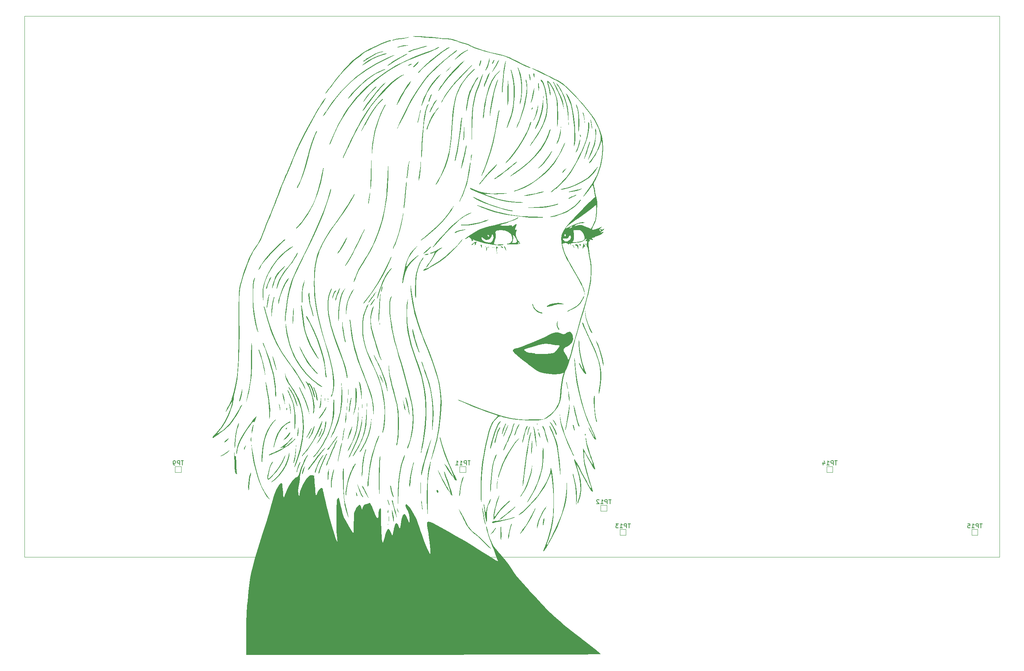
<source format=gbr>
%TF.GenerationSoftware,KiCad,Pcbnew,7.0.7*%
%TF.CreationDate,2023-10-28T12:22:14-07:00*%
%TF.ProjectId,MF50,4d463530-2e6b-4696-9361-645f70636258,rev?*%
%TF.SameCoordinates,Original*%
%TF.FileFunction,Legend,Bot*%
%TF.FilePolarity,Positive*%
%FSLAX46Y46*%
G04 Gerber Fmt 4.6, Leading zero omitted, Abs format (unit mm)*
G04 Created by KiCad (PCBNEW 7.0.7) date 2023-10-28 12:22:14*
%MOMM*%
%LPD*%
G01*
G04 APERTURE LIST*
%ADD10C,0.150000*%
%ADD11C,0.120000*%
%TA.AperFunction,Profile*%
%ADD12C,0.100000*%
%TD*%
G04 APERTURE END LIST*
D10*
X213631904Y-154006819D02*
X213060476Y-154006819D01*
X213346190Y-155006819D02*
X213346190Y-154006819D01*
X212727142Y-155006819D02*
X212727142Y-154006819D01*
X212727142Y-154006819D02*
X212346190Y-154006819D01*
X212346190Y-154006819D02*
X212250952Y-154054438D01*
X212250952Y-154054438D02*
X212203333Y-154102057D01*
X212203333Y-154102057D02*
X212155714Y-154197295D01*
X212155714Y-154197295D02*
X212155714Y-154340152D01*
X212155714Y-154340152D02*
X212203333Y-154435390D01*
X212203333Y-154435390D02*
X212250952Y-154483009D01*
X212250952Y-154483009D02*
X212346190Y-154530628D01*
X212346190Y-154530628D02*
X212727142Y-154530628D01*
X211679523Y-155006819D02*
X211489047Y-155006819D01*
X211489047Y-155006819D02*
X211393809Y-154959200D01*
X211393809Y-154959200D02*
X211346190Y-154911580D01*
X211346190Y-154911580D02*
X211250952Y-154768723D01*
X211250952Y-154768723D02*
X211203333Y-154578247D01*
X211203333Y-154578247D02*
X211203333Y-154197295D01*
X211203333Y-154197295D02*
X211250952Y-154102057D01*
X211250952Y-154102057D02*
X211298571Y-154054438D01*
X211298571Y-154054438D02*
X211393809Y-154006819D01*
X211393809Y-154006819D02*
X211584285Y-154006819D01*
X211584285Y-154006819D02*
X211679523Y-154054438D01*
X211679523Y-154054438D02*
X211727142Y-154102057D01*
X211727142Y-154102057D02*
X211774761Y-154197295D01*
X211774761Y-154197295D02*
X211774761Y-154435390D01*
X211774761Y-154435390D02*
X211727142Y-154530628D01*
X211727142Y-154530628D02*
X211679523Y-154578247D01*
X211679523Y-154578247D02*
X211584285Y-154625866D01*
X211584285Y-154625866D02*
X211393809Y-154625866D01*
X211393809Y-154625866D02*
X211298571Y-154578247D01*
X211298571Y-154578247D02*
X211250952Y-154530628D01*
X211250952Y-154530628D02*
X211203333Y-154435390D01*
X365118094Y-154006819D02*
X364546666Y-154006819D01*
X364832380Y-155006819D02*
X364832380Y-154006819D01*
X364213332Y-155006819D02*
X364213332Y-154006819D01*
X364213332Y-154006819D02*
X363832380Y-154006819D01*
X363832380Y-154006819D02*
X363737142Y-154054438D01*
X363737142Y-154054438D02*
X363689523Y-154102057D01*
X363689523Y-154102057D02*
X363641904Y-154197295D01*
X363641904Y-154197295D02*
X363641904Y-154340152D01*
X363641904Y-154340152D02*
X363689523Y-154435390D01*
X363689523Y-154435390D02*
X363737142Y-154483009D01*
X363737142Y-154483009D02*
X363832380Y-154530628D01*
X363832380Y-154530628D02*
X364213332Y-154530628D01*
X362689523Y-155006819D02*
X363260951Y-155006819D01*
X362975237Y-155006819D02*
X362975237Y-154006819D01*
X362975237Y-154006819D02*
X363070475Y-154149676D01*
X363070475Y-154149676D02*
X363165713Y-154244914D01*
X363165713Y-154244914D02*
X363260951Y-154292533D01*
X361832380Y-154340152D02*
X361832380Y-155006819D01*
X362070475Y-153959200D02*
X362308570Y-154673485D01*
X362308570Y-154673485D02*
X361689523Y-154673485D01*
X317198094Y-168586819D02*
X316626666Y-168586819D01*
X316912380Y-169586819D02*
X316912380Y-168586819D01*
X316293332Y-169586819D02*
X316293332Y-168586819D01*
X316293332Y-168586819D02*
X315912380Y-168586819D01*
X315912380Y-168586819D02*
X315817142Y-168634438D01*
X315817142Y-168634438D02*
X315769523Y-168682057D01*
X315769523Y-168682057D02*
X315721904Y-168777295D01*
X315721904Y-168777295D02*
X315721904Y-168920152D01*
X315721904Y-168920152D02*
X315769523Y-169015390D01*
X315769523Y-169015390D02*
X315817142Y-169063009D01*
X315817142Y-169063009D02*
X315912380Y-169110628D01*
X315912380Y-169110628D02*
X316293332Y-169110628D01*
X314769523Y-169586819D02*
X315340951Y-169586819D01*
X315055237Y-169586819D02*
X315055237Y-168586819D01*
X315055237Y-168586819D02*
X315150475Y-168729676D01*
X315150475Y-168729676D02*
X315245713Y-168824914D01*
X315245713Y-168824914D02*
X315340951Y-168872533D01*
X314436189Y-168586819D02*
X313817142Y-168586819D01*
X313817142Y-168586819D02*
X314150475Y-168967771D01*
X314150475Y-168967771D02*
X314007618Y-168967771D01*
X314007618Y-168967771D02*
X313912380Y-169015390D01*
X313912380Y-169015390D02*
X313864761Y-169063009D01*
X313864761Y-169063009D02*
X313817142Y-169158247D01*
X313817142Y-169158247D02*
X313817142Y-169396342D01*
X313817142Y-169396342D02*
X313864761Y-169491580D01*
X313864761Y-169491580D02*
X313912380Y-169539200D01*
X313912380Y-169539200D02*
X314007618Y-169586819D01*
X314007618Y-169586819D02*
X314293332Y-169586819D01*
X314293332Y-169586819D02*
X314388570Y-169539200D01*
X314388570Y-169539200D02*
X314436189Y-169491580D01*
X247738094Y-168586819D02*
X247166666Y-168586819D01*
X247452380Y-169586819D02*
X247452380Y-168586819D01*
X246833332Y-169586819D02*
X246833332Y-168586819D01*
X246833332Y-168586819D02*
X246452380Y-168586819D01*
X246452380Y-168586819D02*
X246357142Y-168634438D01*
X246357142Y-168634438D02*
X246309523Y-168682057D01*
X246309523Y-168682057D02*
X246261904Y-168777295D01*
X246261904Y-168777295D02*
X246261904Y-168920152D01*
X246261904Y-168920152D02*
X246309523Y-169015390D01*
X246309523Y-169015390D02*
X246357142Y-169063009D01*
X246357142Y-169063009D02*
X246452380Y-169110628D01*
X246452380Y-169110628D02*
X246833332Y-169110628D01*
X245309523Y-169586819D02*
X245880951Y-169586819D01*
X245595237Y-169586819D02*
X245595237Y-168586819D01*
X245595237Y-168586819D02*
X245690475Y-168729676D01*
X245690475Y-168729676D02*
X245785713Y-168824914D01*
X245785713Y-168824914D02*
X245880951Y-168872533D01*
X244690475Y-168586819D02*
X244595237Y-168586819D01*
X244595237Y-168586819D02*
X244499999Y-168634438D01*
X244499999Y-168634438D02*
X244452380Y-168682057D01*
X244452380Y-168682057D02*
X244404761Y-168777295D01*
X244404761Y-168777295D02*
X244357142Y-168967771D01*
X244357142Y-168967771D02*
X244357142Y-169205866D01*
X244357142Y-169205866D02*
X244404761Y-169396342D01*
X244404761Y-169396342D02*
X244452380Y-169491580D01*
X244452380Y-169491580D02*
X244499999Y-169539200D01*
X244499999Y-169539200D02*
X244595237Y-169586819D01*
X244595237Y-169586819D02*
X244690475Y-169586819D01*
X244690475Y-169586819D02*
X244785713Y-169539200D01*
X244785713Y-169539200D02*
X244833332Y-169491580D01*
X244833332Y-169491580D02*
X244880951Y-169396342D01*
X244880951Y-169396342D02*
X244928570Y-169205866D01*
X244928570Y-169205866D02*
X244928570Y-168967771D01*
X244928570Y-168967771D02*
X244880951Y-168777295D01*
X244880951Y-168777295D02*
X244833332Y-168682057D01*
X244833332Y-168682057D02*
X244785713Y-168634438D01*
X244785713Y-168634438D02*
X244690475Y-168586819D01*
X312738094Y-163006819D02*
X312166666Y-163006819D01*
X312452380Y-164006819D02*
X312452380Y-163006819D01*
X311833332Y-164006819D02*
X311833332Y-163006819D01*
X311833332Y-163006819D02*
X311452380Y-163006819D01*
X311452380Y-163006819D02*
X311357142Y-163054438D01*
X311357142Y-163054438D02*
X311309523Y-163102057D01*
X311309523Y-163102057D02*
X311261904Y-163197295D01*
X311261904Y-163197295D02*
X311261904Y-163340152D01*
X311261904Y-163340152D02*
X311309523Y-163435390D01*
X311309523Y-163435390D02*
X311357142Y-163483009D01*
X311357142Y-163483009D02*
X311452380Y-163530628D01*
X311452380Y-163530628D02*
X311833332Y-163530628D01*
X310309523Y-164006819D02*
X310880951Y-164006819D01*
X310595237Y-164006819D02*
X310595237Y-163006819D01*
X310595237Y-163006819D02*
X310690475Y-163149676D01*
X310690475Y-163149676D02*
X310785713Y-163244914D01*
X310785713Y-163244914D02*
X310880951Y-163292533D01*
X309928570Y-163102057D02*
X309880951Y-163054438D01*
X309880951Y-163054438D02*
X309785713Y-163006819D01*
X309785713Y-163006819D02*
X309547618Y-163006819D01*
X309547618Y-163006819D02*
X309452380Y-163054438D01*
X309452380Y-163054438D02*
X309404761Y-163102057D01*
X309404761Y-163102057D02*
X309357142Y-163197295D01*
X309357142Y-163197295D02*
X309357142Y-163292533D01*
X309357142Y-163292533D02*
X309404761Y-163435390D01*
X309404761Y-163435390D02*
X309976189Y-164006819D01*
X309976189Y-164006819D02*
X309357142Y-164006819D01*
X280088094Y-154006819D02*
X279516666Y-154006819D01*
X279802380Y-155006819D02*
X279802380Y-154006819D01*
X279183332Y-155006819D02*
X279183332Y-154006819D01*
X279183332Y-154006819D02*
X278802380Y-154006819D01*
X278802380Y-154006819D02*
X278707142Y-154054438D01*
X278707142Y-154054438D02*
X278659523Y-154102057D01*
X278659523Y-154102057D02*
X278611904Y-154197295D01*
X278611904Y-154197295D02*
X278611904Y-154340152D01*
X278611904Y-154340152D02*
X278659523Y-154435390D01*
X278659523Y-154435390D02*
X278707142Y-154483009D01*
X278707142Y-154483009D02*
X278802380Y-154530628D01*
X278802380Y-154530628D02*
X279183332Y-154530628D01*
X277659523Y-155006819D02*
X278230951Y-155006819D01*
X277945237Y-155006819D02*
X277945237Y-154006819D01*
X277945237Y-154006819D02*
X278040475Y-154149676D01*
X278040475Y-154149676D02*
X278135713Y-154244914D01*
X278135713Y-154244914D02*
X278230951Y-154292533D01*
X276707142Y-155006819D02*
X277278570Y-155006819D01*
X276992856Y-155006819D02*
X276992856Y-154006819D01*
X276992856Y-154006819D02*
X277088094Y-154149676D01*
X277088094Y-154149676D02*
X277183332Y-154244914D01*
X277183332Y-154244914D02*
X277278570Y-154292533D01*
X398738094Y-168586819D02*
X398166666Y-168586819D01*
X398452380Y-169586819D02*
X398452380Y-168586819D01*
X397833332Y-169586819D02*
X397833332Y-168586819D01*
X397833332Y-168586819D02*
X397452380Y-168586819D01*
X397452380Y-168586819D02*
X397357142Y-168634438D01*
X397357142Y-168634438D02*
X397309523Y-168682057D01*
X397309523Y-168682057D02*
X397261904Y-168777295D01*
X397261904Y-168777295D02*
X397261904Y-168920152D01*
X397261904Y-168920152D02*
X397309523Y-169015390D01*
X397309523Y-169015390D02*
X397357142Y-169063009D01*
X397357142Y-169063009D02*
X397452380Y-169110628D01*
X397452380Y-169110628D02*
X397833332Y-169110628D01*
X396309523Y-169586819D02*
X396880951Y-169586819D01*
X396595237Y-169586819D02*
X396595237Y-168586819D01*
X396595237Y-168586819D02*
X396690475Y-168729676D01*
X396690475Y-168729676D02*
X396785713Y-168824914D01*
X396785713Y-168824914D02*
X396880951Y-168872533D01*
X395404761Y-168586819D02*
X395880951Y-168586819D01*
X395880951Y-168586819D02*
X395928570Y-169063009D01*
X395928570Y-169063009D02*
X395880951Y-169015390D01*
X395880951Y-169015390D02*
X395785713Y-168967771D01*
X395785713Y-168967771D02*
X395547618Y-168967771D01*
X395547618Y-168967771D02*
X395452380Y-169015390D01*
X395452380Y-169015390D02*
X395404761Y-169063009D01*
X395404761Y-169063009D02*
X395357142Y-169158247D01*
X395357142Y-169158247D02*
X395357142Y-169396342D01*
X395357142Y-169396342D02*
X395404761Y-169491580D01*
X395404761Y-169491580D02*
X395452380Y-169539200D01*
X395452380Y-169539200D02*
X395547618Y-169586819D01*
X395547618Y-169586819D02*
X395785713Y-169586819D01*
X395785713Y-169586819D02*
X395880951Y-169539200D01*
X395880951Y-169539200D02*
X395928570Y-169491580D01*
D11*
%TO.C,TP9*%
X213070000Y-156700000D02*
X213070000Y-155300000D01*
X213070000Y-155300000D02*
X211670000Y-155300000D01*
X211670000Y-156700000D02*
X213070000Y-156700000D01*
X211670000Y-155300000D02*
X211670000Y-156700000D01*
%TO.C,TP14*%
X364080000Y-156700000D02*
X364080000Y-155300000D01*
X364080000Y-155300000D02*
X362680000Y-155300000D01*
X362680000Y-156700000D02*
X364080000Y-156700000D01*
X362680000Y-155300000D02*
X362680000Y-156700000D01*
%TO.C,TP13*%
X316160000Y-171280000D02*
X316160000Y-169880000D01*
X316160000Y-169880000D02*
X314760000Y-169880000D01*
X314760000Y-171280000D02*
X316160000Y-171280000D01*
X314760000Y-169880000D02*
X314760000Y-171280000D01*
%TO.C,G\u002A\u002A\u002A*%
G36*
X285639694Y-104526811D02*
G01*
X285551500Y-104615006D01*
X285463306Y-104526811D01*
X285551500Y-104438617D01*
X285639694Y-104526811D01*
G37*
G36*
X285286917Y-104526811D02*
G01*
X285198722Y-104615006D01*
X285110528Y-104526811D01*
X285198722Y-104438617D01*
X285286917Y-104526811D01*
G37*
G36*
X283699417Y-104350423D02*
G01*
X283611222Y-104438617D01*
X283523028Y-104350423D01*
X283611222Y-104262228D01*
X283699417Y-104350423D01*
G37*
G36*
X261121639Y-168732367D02*
G01*
X261033445Y-168820561D01*
X260945250Y-168732367D01*
X261033445Y-168644173D01*
X261121639Y-168732367D01*
G37*
G36*
X247186917Y-140157367D02*
G01*
X247098722Y-140245562D01*
X247010528Y-140157367D01*
X247098722Y-140069173D01*
X247186917Y-140157367D01*
G37*
G36*
X306792436Y-147903779D02*
G01*
X306779964Y-148082684D01*
X306699793Y-148135290D01*
X306664839Y-148072885D01*
X306685867Y-147797211D01*
X306749358Y-147715566D01*
X306792436Y-147903779D01*
G37*
G36*
X295856325Y-146845446D02*
G01*
X295843853Y-147024350D01*
X295763682Y-147076956D01*
X295728728Y-147014552D01*
X295749756Y-146738877D01*
X295813247Y-146657233D01*
X295856325Y-146845446D01*
G37*
G36*
X295679936Y-145434335D02*
G01*
X295667464Y-145613239D01*
X295587293Y-145665845D01*
X295552339Y-145603441D01*
X295573367Y-145327766D01*
X295636858Y-145246122D01*
X295679936Y-145434335D01*
G37*
G36*
X284391047Y-104512112D02*
G01*
X284378575Y-104691017D01*
X284298404Y-104743623D01*
X284263450Y-104681219D01*
X284284479Y-104405544D01*
X284347969Y-104323900D01*
X284391047Y-104512112D01*
G37*
G36*
X259153510Y-122253895D02*
G01*
X259128923Y-122496540D01*
X259064542Y-122474381D01*
X259041245Y-122394538D01*
X259064542Y-122033409D01*
X259125791Y-122003488D01*
X259153510Y-122253895D01*
G37*
G36*
X247186917Y-139716395D02*
G01*
X247174187Y-139809775D01*
X247069324Y-139833987D01*
X247048214Y-139808135D01*
X247069324Y-139598802D01*
X247122379Y-139571207D01*
X247186917Y-139716395D01*
G37*
G36*
X306854642Y-103680674D02*
G01*
X306982750Y-103919860D01*
X306973436Y-104018782D01*
X306881397Y-104060373D01*
X306739059Y-103812095D01*
X306708148Y-103674507D01*
X306808382Y-103646116D01*
X306854642Y-103680674D01*
G37*
G36*
X305651154Y-78491112D02*
G01*
X305748028Y-78784444D01*
X305725416Y-78987369D01*
X305637749Y-78991286D01*
X305520467Y-78685596D01*
X305497946Y-78487862D01*
X305588089Y-78431422D01*
X305651154Y-78491112D01*
G37*
G36*
X294506550Y-72349978D02*
G01*
X294411068Y-72577290D01*
X294320186Y-72536342D01*
X294305084Y-72423535D01*
X294429426Y-72118607D01*
X294437739Y-72110423D01*
X294546617Y-72077685D01*
X294506550Y-72349978D01*
G37*
G36*
X305655935Y-103766717D02*
G01*
X305748028Y-104008055D01*
X305722646Y-104134046D01*
X305571639Y-104174034D01*
X305523467Y-104137930D01*
X305395250Y-103899040D01*
X305400299Y-103859661D01*
X305571639Y-103733061D01*
X305655935Y-103766717D01*
G37*
G36*
X303984139Y-104085839D02*
G01*
X304067300Y-104236938D01*
X304155126Y-104526811D01*
X304123904Y-104579803D01*
X303984139Y-104438617D01*
X303900977Y-104287518D01*
X303813152Y-103997645D01*
X303844373Y-103944653D01*
X303984139Y-104085839D01*
G37*
G36*
X288089314Y-104359242D02*
G01*
X288214932Y-104566158D01*
X288361255Y-104967784D01*
X288476633Y-105408756D01*
X288210942Y-104967784D01*
X288092281Y-104754478D01*
X287958112Y-104432360D01*
X287952128Y-104275621D01*
X288089314Y-104359242D01*
G37*
G36*
X287421592Y-104342297D02*
G01*
X287656607Y-104560291D01*
X287669078Y-104594861D01*
X287649498Y-104712909D01*
X287399614Y-104612881D01*
X287158932Y-104471779D01*
X287075813Y-104354380D01*
X287307798Y-104321024D01*
X287421592Y-104342297D01*
G37*
G36*
X282750482Y-103996635D02*
G01*
X282814771Y-104306325D01*
X282812810Y-104401952D01*
X282769749Y-104577143D01*
X282641083Y-104438617D01*
X282582013Y-104341754D01*
X282476952Y-104020491D01*
X282641083Y-103909450D01*
X282750482Y-103996635D01*
G37*
G36*
X272584843Y-160824142D02*
G01*
X272732142Y-161118164D01*
X272723586Y-161279980D01*
X272511656Y-161412228D01*
X272346191Y-161347976D01*
X272234139Y-161044751D01*
X272243876Y-160939236D01*
X272381034Y-160758447D01*
X272584843Y-160824142D01*
G37*
G36*
X261059790Y-165392164D02*
G01*
X261077157Y-165733756D01*
X261074878Y-165920616D01*
X261048125Y-166173920D01*
X261000446Y-166132687D01*
X260968487Y-165886736D01*
X260996886Y-165427132D01*
X261019951Y-165340339D01*
X261059790Y-165392164D01*
G37*
G36*
X255060767Y-140991875D02*
G01*
X255073967Y-141392089D01*
X255068192Y-141719458D01*
X255041564Y-141950562D01*
X255000251Y-141879584D01*
X254968826Y-141519290D01*
X254997843Y-140997640D01*
X255029160Y-140874816D01*
X255060767Y-140991875D01*
G37*
G36*
X251709233Y-139633705D02*
G01*
X251720170Y-140069173D01*
X251711740Y-140463345D01*
X251685141Y-140663672D01*
X251646689Y-140554242D01*
X251617162Y-140153858D01*
X251646689Y-139584103D01*
X251680760Y-139470497D01*
X251709233Y-139633705D01*
G37*
G36*
X251534837Y-141451559D02*
G01*
X251548597Y-141833062D01*
X251543452Y-142091912D01*
X251515776Y-142313525D01*
X251472155Y-142229937D01*
X251442973Y-141950181D01*
X251472155Y-141436187D01*
X251499657Y-141346831D01*
X251534837Y-141451559D01*
G37*
G36*
X246419512Y-139462997D02*
G01*
X246436879Y-139804589D01*
X246434600Y-139991449D01*
X246407847Y-140244753D01*
X246360168Y-140203521D01*
X246328209Y-139957570D01*
X246356608Y-139497965D01*
X246379673Y-139411173D01*
X246419512Y-139462997D01*
G37*
G36*
X237598122Y-141573983D02*
G01*
X237609059Y-142009450D01*
X237600629Y-142403622D01*
X237574030Y-142603950D01*
X237535577Y-142494520D01*
X237506051Y-142094136D01*
X237535577Y-141524381D01*
X237569649Y-141410775D01*
X237598122Y-141573983D01*
G37*
G36*
X237661917Y-146354497D02*
G01*
X237660619Y-146382811D01*
X237544324Y-146654358D01*
X237519888Y-146675356D01*
X237335597Y-146680816D01*
X237318421Y-146605476D01*
X237453190Y-146380955D01*
X237572425Y-146288913D01*
X237661917Y-146354497D01*
G37*
G36*
X229307844Y-148629539D02*
G01*
X229318782Y-149065006D01*
X229310351Y-149459178D01*
X229283752Y-149659505D01*
X229245300Y-149550075D01*
X229215773Y-149149691D01*
X229245300Y-148579937D01*
X229279371Y-148466330D01*
X229307844Y-148629539D01*
G37*
G36*
X280449541Y-83154085D02*
G01*
X280372104Y-83529303D01*
X280319799Y-84036030D01*
X280291570Y-84594867D01*
X280220712Y-84025405D01*
X280228953Y-83535835D01*
X280350454Y-83143460D01*
X280434436Y-83014291D01*
X280510547Y-82931754D01*
X280449541Y-83154085D01*
G37*
G36*
X270383758Y-106093577D02*
G01*
X270205667Y-106202506D01*
X269963417Y-106282390D01*
X269500111Y-106348915D01*
X269377705Y-106344035D01*
X269319519Y-106303725D01*
X269588306Y-106202506D01*
X269998129Y-106094716D01*
X270290111Y-106057648D01*
X270383758Y-106093577D01*
G37*
G36*
X266497609Y-62110310D02*
G01*
X266218428Y-62266703D01*
X265930168Y-62372342D01*
X265649854Y-62434953D01*
X265644489Y-62364978D01*
X265943830Y-62172612D01*
X265972866Y-62157128D01*
X266337627Y-62006620D01*
X266542703Y-61999496D01*
X266497609Y-62110310D01*
G37*
G36*
X261232769Y-167044982D02*
G01*
X261243370Y-167497645D01*
X261234411Y-167961625D01*
X261208748Y-168171498D01*
X261171993Y-168074068D01*
X261141388Y-167590966D01*
X261170193Y-167015734D01*
X261170719Y-167011515D01*
X261206680Y-166870612D01*
X261232769Y-167044982D01*
G37*
G36*
X253705246Y-161412228D02*
G01*
X253792327Y-161583010D01*
X253886993Y-162014890D01*
X253886477Y-162091846D01*
X253850211Y-162277221D01*
X253765878Y-162133721D01*
X253644567Y-161676811D01*
X253611396Y-161517346D01*
X253600040Y-161312658D01*
X253705246Y-161412228D01*
G37*
G36*
X251884158Y-137588038D02*
G01*
X251894759Y-138040700D01*
X251885800Y-138504681D01*
X251860137Y-138714554D01*
X251823382Y-138617123D01*
X251792777Y-138134022D01*
X251821582Y-137558790D01*
X251822108Y-137554570D01*
X251858069Y-137413667D01*
X251884158Y-137588038D01*
G37*
G36*
X306270323Y-73333803D02*
G01*
X306387884Y-73593496D01*
X306490155Y-74101845D01*
X306551391Y-74744914D01*
X306611188Y-75951811D01*
X306459540Y-74769177D01*
X306368713Y-74161310D01*
X306266027Y-73641934D01*
X306178471Y-73358066D01*
X306122153Y-73221945D01*
X306270323Y-73333803D01*
G37*
G36*
X299380950Y-144551634D02*
G01*
X299657511Y-144891297D01*
X299906733Y-145377964D01*
X300024961Y-145770972D01*
X299996583Y-145852945D01*
X299819815Y-145616961D01*
X299495511Y-145063676D01*
X299378882Y-144852481D01*
X299208321Y-144511510D01*
X299211597Y-144422788D01*
X299380950Y-144551634D01*
G37*
G36*
X294815413Y-64135923D02*
G01*
X294937548Y-64373296D01*
X294988306Y-64790925D01*
X294982166Y-65046255D01*
X294940424Y-65245802D01*
X294862372Y-65099459D01*
X294751715Y-64610057D01*
X294742388Y-64559023D01*
X294718165Y-64199826D01*
X294814573Y-64135397D01*
X294815413Y-64135923D01*
G37*
G36*
X286432673Y-158854589D02*
G01*
X286426386Y-158908644D01*
X286361574Y-159566831D01*
X286317540Y-160177506D01*
X286285947Y-160794867D01*
X286220176Y-160177506D01*
X286214040Y-160105378D01*
X286231323Y-159485607D01*
X286335309Y-158854589D01*
X286516213Y-158149034D01*
X286432673Y-158854589D01*
G37*
G36*
X284007796Y-104336178D02*
G01*
X284025331Y-104562315D01*
X283964000Y-104967784D01*
X283865118Y-105320616D01*
X283777008Y-105441322D01*
X283748858Y-105262601D01*
X283809660Y-104813443D01*
X283820732Y-104760291D01*
X283919382Y-104424701D01*
X284004059Y-104331685D01*
X284007796Y-104336178D01*
G37*
G36*
X282628798Y-61152921D02*
G01*
X282579750Y-61580036D01*
X282444300Y-62087966D01*
X282326402Y-62392549D01*
X282208981Y-62583645D01*
X282168925Y-62494922D01*
X282214369Y-62166586D01*
X282353445Y-61638843D01*
X282463279Y-61318181D01*
X282578973Y-61090635D01*
X282628798Y-61152921D01*
G37*
G36*
X275218104Y-63099578D02*
G01*
X275207151Y-63112300D01*
X274808500Y-63552298D01*
X274504188Y-63846291D01*
X274359316Y-63931236D01*
X274358248Y-63930068D01*
X274440225Y-63775332D01*
X274719951Y-63450813D01*
X275138420Y-63025136D01*
X275997208Y-62193478D01*
X275218104Y-63099578D01*
G37*
G36*
X263208547Y-165116395D02*
G01*
X263334527Y-165373783D01*
X263489975Y-165821950D01*
X263505185Y-165880250D01*
X263538735Y-166098994D01*
X263444453Y-165998339D01*
X263318473Y-165740952D01*
X263163025Y-165292784D01*
X263147815Y-165234484D01*
X263114265Y-165015740D01*
X263208547Y-165116395D01*
G37*
G36*
X235796753Y-140852539D02*
G01*
X235804453Y-140862264D01*
X235992254Y-141308338D01*
X236050849Y-141910872D01*
X236027281Y-142626812D01*
X235913981Y-141833062D01*
X235880593Y-141622864D01*
X235770492Y-141106022D01*
X235659885Y-140774728D01*
X235640847Y-140687802D01*
X235796753Y-140852539D01*
G37*
G36*
X228039938Y-150564311D02*
G01*
X227966702Y-150788147D01*
X227821407Y-151265318D01*
X227744098Y-151437918D01*
X227653856Y-151408184D01*
X227651946Y-151401860D01*
X227691985Y-151110640D01*
X227872387Y-150707178D01*
X227919778Y-150627495D01*
X228048701Y-150454492D01*
X228039938Y-150564311D01*
G37*
G36*
X304748491Y-103860659D02*
G01*
X304885564Y-103895942D01*
X305102453Y-104083764D01*
X305155144Y-104497657D01*
X305150222Y-105055978D01*
X304974102Y-104570909D01*
X304786742Y-104234039D01*
X304567450Y-104085839D01*
X304477560Y-104073745D01*
X304336917Y-103933911D01*
X304434911Y-103854514D01*
X304748491Y-103860659D01*
G37*
G36*
X303964460Y-145650113D02*
G01*
X304079385Y-145960702D01*
X304198925Y-146389592D01*
X304290158Y-146817397D01*
X304320161Y-147124728D01*
X304293109Y-147156022D01*
X304199546Y-146950775D01*
X304065147Y-146513480D01*
X303981092Y-146184938D01*
X303896391Y-145763724D01*
X303891672Y-145570898D01*
X303964460Y-145650113D01*
G37*
G36*
X302376960Y-135772335D02*
G01*
X302491885Y-136082924D01*
X302611425Y-136511814D01*
X302702658Y-136939619D01*
X302732661Y-137246950D01*
X302705609Y-137278244D01*
X302612046Y-137072997D01*
X302477647Y-136635702D01*
X302393592Y-136307160D01*
X302308891Y-135885947D01*
X302304172Y-135693121D01*
X302376960Y-135772335D01*
G37*
G36*
X302293288Y-86286515D02*
G01*
X302152579Y-86520166D01*
X301811138Y-86931324D01*
X301804085Y-86939121D01*
X301528982Y-87185722D01*
X301361355Y-87234351D01*
X301362214Y-87175598D01*
X301527754Y-86925977D01*
X301856080Y-86573589D01*
X301956549Y-86478802D01*
X302229275Y-86262138D01*
X302293288Y-86286515D01*
G37*
G36*
X295968002Y-66581779D02*
G01*
X296015890Y-66980552D01*
X296026178Y-67539652D01*
X296013838Y-67914973D01*
X295981913Y-68237511D01*
X295938685Y-68219788D01*
X295888264Y-67869240D01*
X295834760Y-67193300D01*
X295824790Y-66923781D01*
X295847296Y-66560716D01*
X295914347Y-66454058D01*
X295968002Y-66581779D01*
G37*
G36*
X293808811Y-64437362D02*
G01*
X293913490Y-64828610D01*
X293996378Y-65368478D01*
X294016959Y-65569443D01*
X294036712Y-65897363D01*
X294000657Y-65891836D01*
X293906584Y-65548274D01*
X293752281Y-64862091D01*
X293719813Y-64693997D01*
X293693401Y-64383676D01*
X293753032Y-64332924D01*
X293808811Y-64437362D01*
G37*
G36*
X285669698Y-61051529D02*
G01*
X285663958Y-61229842D01*
X285519577Y-61587111D01*
X285485866Y-61652948D01*
X285292832Y-61964500D01*
X285173714Y-62050878D01*
X285171825Y-62048849D01*
X285181588Y-61842648D01*
X285314693Y-61503762D01*
X285497030Y-61186946D01*
X285654488Y-61046950D01*
X285669698Y-61051529D01*
G37*
G36*
X260970770Y-162972079D02*
G01*
X261120057Y-163295727D01*
X261273208Y-163770351D01*
X261343268Y-164058117D01*
X261370656Y-164309317D01*
X261304900Y-164280103D01*
X261173502Y-163998750D01*
X261003965Y-163493536D01*
X260947933Y-163288176D01*
X260894088Y-162981935D01*
X260940484Y-162931979D01*
X260970770Y-162972079D01*
G37*
G36*
X259816589Y-113527421D02*
G01*
X259776357Y-113838389D01*
X259670277Y-114316551D01*
X259598806Y-114568827D01*
X259478791Y-114863480D01*
X259400514Y-114885660D01*
X259401568Y-114660826D01*
X259476484Y-114277910D01*
X259592877Y-113869515D01*
X259715048Y-113559675D01*
X259807295Y-113472421D01*
X259816589Y-113527421D01*
G37*
G36*
X247424871Y-155855978D02*
G01*
X247412336Y-155898385D01*
X247340405Y-156293524D01*
X247265444Y-156905161D01*
X247201797Y-157619867D01*
X247098722Y-159030978D01*
X247046966Y-157857885D01*
X247076085Y-156830855D01*
X247270040Y-156093996D01*
X247334688Y-155958020D01*
X247440025Y-155764950D01*
X247424871Y-155855978D01*
G37*
G36*
X236684350Y-138590066D02*
G01*
X236771797Y-138819567D01*
X236929951Y-139427930D01*
X237035616Y-140089372D01*
X237133362Y-141039312D01*
X236878097Y-139929754D01*
X236752695Y-139387644D01*
X236616646Y-138806263D01*
X236526831Y-138430448D01*
X236512294Y-138360616D01*
X236545993Y-138331307D01*
X236684350Y-138590066D01*
G37*
G36*
X308034702Y-74911613D02*
G01*
X308125138Y-75167257D01*
X308214408Y-75666665D01*
X308283551Y-76304589D01*
X308311417Y-76686042D01*
X308326998Y-77062089D01*
X308301666Y-77107201D01*
X308234269Y-76833756D01*
X308065890Y-75958756D01*
X307970627Y-75311357D01*
X307958426Y-74952522D01*
X308032065Y-74908702D01*
X308034702Y-74911613D01*
G37*
G36*
X306592799Y-103986499D02*
G01*
X306599153Y-104000524D01*
X306702905Y-104308888D01*
X306619438Y-104343912D01*
X306469511Y-104364068D01*
X306322602Y-104636807D01*
X306233169Y-104860254D01*
X306148819Y-104847241D01*
X306146371Y-104839156D01*
X306146093Y-104529642D01*
X306229417Y-104079754D01*
X306376561Y-103511907D01*
X306592799Y-103986499D01*
G37*
G36*
X295942570Y-147335047D02*
G01*
X296058784Y-147623701D01*
X296198393Y-148079862D01*
X296243820Y-148260919D01*
X296288475Y-148564007D01*
X296235425Y-148609029D01*
X296228144Y-148600641D01*
X296119195Y-148374313D01*
X296005462Y-148013735D01*
X295915329Y-147636368D01*
X295877177Y-147359674D01*
X295919391Y-147301117D01*
X295942570Y-147335047D01*
G37*
G36*
X268147427Y-61561260D02*
G01*
X267973593Y-61824624D01*
X267645467Y-62196121D01*
X267442686Y-62395397D01*
X267089821Y-62693519D01*
X266872073Y-62810839D01*
X266862993Y-62741664D01*
X267039140Y-62486694D01*
X267380283Y-62108522D01*
X267674706Y-61823302D01*
X267994446Y-61560258D01*
X268153677Y-61493803D01*
X268147427Y-61561260D01*
G37*
G36*
X257946639Y-116529257D02*
G01*
X257929381Y-116602627D01*
X257770503Y-116927152D01*
X257499308Y-117362254D01*
X257345718Y-117579423D01*
X257082918Y-117900949D01*
X256939363Y-118013525D01*
X256952469Y-117898067D01*
X257159652Y-117535492D01*
X257511550Y-116996072D01*
X257773187Y-116622484D01*
X257908256Y-116479614D01*
X257946639Y-116529257D01*
G37*
G36*
X241773877Y-155334236D02*
G01*
X241737021Y-155586288D01*
X241570808Y-156130732D01*
X241270796Y-156983655D01*
X241218797Y-157089455D01*
X241097862Y-157145859D01*
X241086028Y-157119589D01*
X241116415Y-156852463D01*
X241238341Y-156416675D01*
X241409476Y-155934479D01*
X241587492Y-155528132D01*
X241730063Y-155319889D01*
X241773877Y-155334236D01*
G37*
G36*
X238190476Y-140821974D02*
G01*
X238194664Y-140828825D01*
X238302270Y-141166010D01*
X238396229Y-141732490D01*
X238456624Y-142409474D01*
X238524723Y-143685145D01*
X238380775Y-142626812D01*
X238313134Y-142160344D01*
X238206449Y-141510078D01*
X238114628Y-141039312D01*
X238062782Y-140793911D01*
X238068375Y-140664705D01*
X238190476Y-140821974D01*
G37*
G36*
X224060319Y-148815663D02*
G01*
X223980218Y-149014094D01*
X223726541Y-149330285D01*
X223692983Y-149365402D01*
X223366350Y-149652694D01*
X223134280Y-149770562D01*
X223104880Y-149750939D01*
X223190668Y-149563948D01*
X223460848Y-149243235D01*
X223588198Y-149115826D01*
X223890875Y-148862456D01*
X224053110Y-148802958D01*
X224060319Y-148815663D01*
G37*
G36*
X304635798Y-92400369D02*
G01*
X304406392Y-92566426D01*
X303869098Y-92864784D01*
X303526112Y-93033286D01*
X303047486Y-93233926D01*
X302749417Y-93313952D01*
X302740940Y-93313796D01*
X302767469Y-93239956D01*
X303052776Y-93057522D01*
X303539208Y-92803739D01*
X303683314Y-92734241D01*
X304253596Y-92480453D01*
X304577978Y-92370436D01*
X304635798Y-92400369D01*
G37*
G36*
X302923204Y-138040700D02*
G01*
X302959983Y-138210203D01*
X303039776Y-138796139D01*
X303081325Y-139437112D01*
X303085258Y-139650445D01*
X303078425Y-140095574D01*
X303047748Y-140216231D01*
X302999999Y-140032724D01*
X302941948Y-139565361D01*
X302880369Y-138834450D01*
X302866951Y-138632054D01*
X302848375Y-138137203D01*
X302867702Y-137929413D01*
X302923204Y-138040700D01*
G37*
G36*
X300383078Y-121723667D02*
G01*
X300340643Y-122118187D01*
X300318926Y-122650417D01*
X300526097Y-123220618D01*
X300538239Y-123239353D01*
X300688928Y-123540610D01*
X300665129Y-123665006D01*
X300440064Y-123521475D01*
X300258710Y-123138884D01*
X300155618Y-122633895D01*
X300154151Y-122123509D01*
X300277674Y-121724728D01*
X300328506Y-121658541D01*
X300383078Y-121723667D01*
G37*
G36*
X286420923Y-104416360D02*
G01*
X286518938Y-104669513D01*
X286486556Y-104750876D01*
X286343742Y-104615006D01*
X286268211Y-104548118D01*
X286225319Y-104725134D01*
X286253826Y-105232367D01*
X286336404Y-106114311D01*
X286169392Y-105339799D01*
X286127251Y-105121388D01*
X286074379Y-104664200D01*
X286097809Y-104410880D01*
X286218868Y-104328383D01*
X286420923Y-104416360D01*
G37*
G36*
X285992472Y-169632919D02*
G01*
X285963733Y-169720874D01*
X285768809Y-170038073D01*
X285450464Y-170456067D01*
X285229456Y-170717224D01*
X284925238Y-171037659D01*
X284828126Y-171080182D01*
X284950845Y-170852911D01*
X285306119Y-170363964D01*
X285533849Y-170068357D01*
X285808683Y-169710735D01*
X285938302Y-169540816D01*
X285951568Y-169527873D01*
X285992472Y-169632919D01*
G37*
G36*
X268812144Y-163328445D02*
G01*
X268890865Y-163793478D01*
X268929728Y-164066772D01*
X268997723Y-164707031D01*
X269021608Y-165204589D01*
X269005182Y-165432002D01*
X268957918Y-165355414D01*
X268873747Y-164940006D01*
X268847076Y-164777759D01*
X268769127Y-164108018D01*
X268743003Y-163528895D01*
X268746867Y-163374871D01*
X268767565Y-163195028D01*
X268812144Y-163328445D01*
G37*
G36*
X268622512Y-159170201D02*
G01*
X268634149Y-159633140D01*
X268638388Y-160353895D01*
X268637906Y-160618614D01*
X268631046Y-161257401D01*
X268617322Y-161628958D01*
X268598354Y-161704771D01*
X268575763Y-161456325D01*
X268557984Y-161006500D01*
X268551190Y-160090185D01*
X268575763Y-159251464D01*
X268583523Y-159131826D01*
X268605097Y-158993592D01*
X268622512Y-159170201D01*
G37*
G36*
X259108306Y-134091676D02*
G01*
X259249479Y-134324558D01*
X259450295Y-134728607D01*
X259657850Y-135188464D01*
X259819238Y-135588770D01*
X259881553Y-135814164D01*
X259846596Y-135830621D01*
X259706654Y-135628303D01*
X259496944Y-135223227D01*
X259257493Y-134687649D01*
X259209458Y-134568989D01*
X259089608Y-134214581D01*
X259082546Y-134071950D01*
X259108306Y-134091676D01*
G37*
G36*
X245531658Y-139899377D02*
G01*
X245523013Y-140150621D01*
X245481389Y-140831493D01*
X245423129Y-141353291D01*
X245358012Y-141619168D01*
X245229050Y-141784332D01*
X245106956Y-141796494D01*
X245159376Y-141524381D01*
X245173800Y-141483181D01*
X245255397Y-141106686D01*
X245346403Y-140510805D01*
X245429678Y-139804589D01*
X245573110Y-138393478D01*
X245531658Y-139899377D01*
G37*
G36*
X240268482Y-146386820D02*
G01*
X240282975Y-146771950D01*
X240284696Y-146959115D01*
X240258109Y-147540139D01*
X240194745Y-147969572D01*
X240146999Y-148135190D01*
X240059507Y-148325943D01*
X240023554Y-148202764D01*
X240041506Y-147791191D01*
X240115728Y-147116763D01*
X240127434Y-147026548D01*
X240200814Y-146493290D01*
X240244463Y-146286990D01*
X240268482Y-146386820D01*
G37*
G36*
X301084464Y-77451117D02*
G01*
X301031632Y-77967756D01*
X300863521Y-78849871D01*
X300634766Y-79624052D01*
X300437260Y-80102632D01*
X300255932Y-80455980D01*
X300150520Y-80555461D01*
X300143784Y-80446284D01*
X300239018Y-80087380D01*
X300431721Y-79585967D01*
X300611352Y-79087846D01*
X300826383Y-78293315D01*
X300976416Y-77508030D01*
X301144913Y-76304589D01*
X301084464Y-77451117D01*
G37*
G36*
X297264991Y-167375666D02*
G01*
X297218503Y-167740180D01*
X297216499Y-167750743D01*
X297137663Y-168263164D01*
X297104972Y-168666221D01*
X297078893Y-168850010D01*
X296951356Y-168996950D01*
X296929751Y-168985694D01*
X296896379Y-168766412D01*
X296927343Y-168360232D01*
X297003890Y-167889879D01*
X297107262Y-167478080D01*
X297218706Y-167247558D01*
X297234280Y-167238904D01*
X297264991Y-167375666D01*
G37*
G36*
X294420714Y-149509219D02*
G01*
X294433482Y-150057193D01*
X294431759Y-150740802D01*
X294401082Y-151407774D01*
X294347671Y-151871304D01*
X294258350Y-152260630D01*
X294200949Y-152354369D01*
X294184438Y-152104391D01*
X294208690Y-151508452D01*
X294273579Y-150564311D01*
X294298444Y-150238793D01*
X294350871Y-149582721D01*
X294384999Y-149254254D01*
X294406416Y-149235663D01*
X294420714Y-149509219D01*
G37*
G36*
X293866986Y-146303268D02*
G01*
X293772097Y-146611748D01*
X293649904Y-147097018D01*
X293567499Y-147453211D01*
X293479803Y-147786187D01*
X293449148Y-147868816D01*
X293340920Y-148006673D01*
X293314179Y-147971991D01*
X293324550Y-147706857D01*
X293404155Y-147277069D01*
X293525266Y-146798834D01*
X293660156Y-146388361D01*
X293781097Y-146161856D01*
X293909322Y-146092249D01*
X293866986Y-146303268D01*
G37*
G36*
X270933267Y-104520040D02*
G01*
X270668249Y-104834136D01*
X270258555Y-105245590D01*
X269843406Y-105617853D01*
X269468334Y-105913001D01*
X269258909Y-106026117D01*
X269248728Y-106023847D01*
X269311453Y-105886192D01*
X269577384Y-105577576D01*
X269996438Y-105157016D01*
X270046565Y-105109458D01*
X270495884Y-104707405D01*
X270835791Y-104444810D01*
X270996084Y-104376488D01*
X270933267Y-104520040D01*
G37*
G36*
X264656607Y-140421950D02*
G01*
X264692015Y-140508971D01*
X264853848Y-141021825D01*
X264990814Y-141608433D01*
X265025906Y-141820390D01*
X265051308Y-142171568D01*
X265001817Y-142273800D01*
X264978168Y-142250510D01*
X264863818Y-141977794D01*
X264760875Y-141528290D01*
X264752192Y-141476704D01*
X264649759Y-140901119D01*
X264556341Y-140421950D01*
X264463077Y-139980978D01*
X264656607Y-140421950D01*
G37*
G36*
X262005843Y-165636388D02*
G01*
X262090617Y-165886551D01*
X262224207Y-166447604D01*
X262334402Y-167091596D01*
X262383838Y-167546835D01*
X262395648Y-167956943D01*
X262352295Y-168115006D01*
X262287877Y-168013111D01*
X262197521Y-167644985D01*
X262118241Y-167100770D01*
X262068044Y-166678034D01*
X261984057Y-166067951D01*
X261911749Y-165645561D01*
X261817243Y-165204589D01*
X262005843Y-165636388D01*
G37*
G36*
X256870352Y-91900557D02*
G01*
X256857199Y-92215156D01*
X256793200Y-92792455D01*
X256692135Y-93453577D01*
X256585481Y-94003188D01*
X256488676Y-94388599D01*
X256425706Y-94509813D01*
X256417112Y-94472834D01*
X256433503Y-94169881D01*
X256499011Y-93636325D01*
X256603923Y-92956794D01*
X256660756Y-92631592D01*
X256762814Y-92125861D01*
X256837047Y-91864870D01*
X256870352Y-91900557D01*
G37*
G36*
X248987023Y-114496157D02*
G01*
X248984523Y-114646684D01*
X248791855Y-114951650D01*
X248780027Y-114966938D01*
X248493144Y-115476665D01*
X248299811Y-116054081D01*
X248237303Y-116327642D01*
X248163672Y-116481442D01*
X248108293Y-116314312D01*
X248138755Y-115979235D01*
X248292634Y-115502967D01*
X248518476Y-115019112D01*
X248761567Y-114643705D01*
X248967193Y-114492784D01*
X248987023Y-114496157D01*
G37*
G36*
X243444233Y-146329146D02*
G01*
X243377621Y-146556453D01*
X243176259Y-146992711D01*
X242877036Y-147556582D01*
X242660252Y-147937215D01*
X242338518Y-148463034D01*
X242174003Y-148675595D01*
X242174714Y-148578780D01*
X242348655Y-148176473D01*
X242703831Y-147472557D01*
X242795790Y-147299956D01*
X243096045Y-146771381D01*
X243325089Y-146420844D01*
X243439285Y-146316911D01*
X243444233Y-146329146D01*
G37*
G36*
X238362109Y-147521603D02*
G01*
X238304725Y-147704893D01*
X238050799Y-148094329D01*
X237661917Y-148535839D01*
X237213788Y-148960111D01*
X236922694Y-149190198D01*
X236830122Y-149205761D01*
X236960590Y-149003456D01*
X237338617Y-148579937D01*
X237552639Y-148347277D01*
X237928581Y-147899019D01*
X238162801Y-147565700D01*
X238233291Y-147441456D01*
X238335968Y-147330399D01*
X238362109Y-147521603D01*
G37*
G36*
X229834917Y-145589195D02*
G01*
X229841299Y-145799049D01*
X229787879Y-146255296D01*
X229685746Y-146862235D01*
X229670427Y-146942042D01*
X229554768Y-147461933D01*
X229459165Y-147758393D01*
X229403009Y-147769220D01*
X229402333Y-147496425D01*
X229456932Y-147042382D01*
X229547969Y-146519920D01*
X229654817Y-146033584D01*
X229756852Y-145687916D01*
X229833447Y-145587463D01*
X229834917Y-145589195D01*
G37*
G36*
X224287309Y-151647458D02*
G01*
X224180240Y-151784193D01*
X223708538Y-152219117D01*
X223155651Y-152573360D01*
X222917240Y-152686834D01*
X222480151Y-152869427D01*
X222227889Y-152938394D01*
X222208280Y-152918147D01*
X222373813Y-152789064D01*
X222752893Y-152581651D01*
X222892972Y-152507185D01*
X223507705Y-152109516D01*
X224060940Y-151662638D01*
X224667594Y-151093478D01*
X224287309Y-151647458D01*
G37*
G36*
X288868383Y-145813946D02*
G01*
X288682772Y-146344107D01*
X288373120Y-147159291D01*
X288278590Y-147397452D01*
X288046378Y-147940259D01*
X287873030Y-148284523D01*
X287790506Y-148364155D01*
X287793786Y-148296076D01*
X287892782Y-147953089D01*
X288093201Y-147407897D01*
X288366091Y-146742092D01*
X288373469Y-146724880D01*
X288682495Y-146024277D01*
X288868092Y-145644964D01*
X288930105Y-145577877D01*
X288868383Y-145813946D01*
G37*
G36*
X287221318Y-169340052D02*
G01*
X287269831Y-169664741D01*
X287303062Y-170224410D01*
X287315389Y-170948527D01*
X287309626Y-171466155D01*
X287284929Y-172027966D01*
X287245255Y-172354334D01*
X287195495Y-172386611D01*
X287160033Y-172253531D01*
X287106051Y-171808597D01*
X287074659Y-171208887D01*
X287066262Y-170555741D01*
X287081265Y-169950496D01*
X287120075Y-169494493D01*
X287183097Y-169289068D01*
X287221318Y-169340052D01*
G37*
G36*
X271280748Y-68894203D02*
G01*
X271194061Y-69175764D01*
X270996750Y-69607042D01*
X270911987Y-69780079D01*
X270722328Y-70231856D01*
X270646639Y-70521052D01*
X270633370Y-70608348D01*
X270474616Y-70748339D01*
X270391717Y-70656913D01*
X270470705Y-70306170D01*
X270486369Y-70265371D01*
X270713620Y-69736432D01*
X270953658Y-69264045D01*
X271157044Y-68937928D01*
X271274339Y-68847799D01*
X271280748Y-68894203D01*
G37*
G36*
X268601187Y-72746344D02*
G01*
X268545423Y-73113836D01*
X268421332Y-73747341D01*
X268229638Y-74628895D01*
X268187014Y-74813186D01*
X268047833Y-75345582D01*
X267939278Y-75657800D01*
X267881918Y-75687228D01*
X267883872Y-75561507D01*
X267951121Y-75127056D01*
X268084061Y-74492660D01*
X268265185Y-73746950D01*
X268351275Y-73419595D01*
X268504837Y-72881259D01*
X268587900Y-72662830D01*
X268601187Y-72746344D01*
G37*
G36*
X261640476Y-159782916D02*
G01*
X261740393Y-160112595D01*
X261873040Y-160721462D01*
X262096246Y-161629875D01*
X262277127Y-162190817D01*
X262336087Y-162402333D01*
X262223643Y-162409357D01*
X262177910Y-162355805D01*
X262038658Y-162034182D01*
X261878220Y-161524000D01*
X261722707Y-160930050D01*
X261598234Y-160357120D01*
X261530914Y-159910003D01*
X261546860Y-159693488D01*
X261548190Y-159692229D01*
X261640476Y-159782916D01*
G37*
G36*
X252739981Y-146144572D02*
G01*
X252639530Y-146581762D01*
X252432065Y-147262506D01*
X252177815Y-147960157D01*
X252166373Y-147988681D01*
X251938790Y-148532162D01*
X251764718Y-148905202D01*
X251681028Y-149028508D01*
X251698146Y-148917342D01*
X251808247Y-148532144D01*
X251997261Y-147940329D01*
X252243194Y-147212923D01*
X252460908Y-146610118D01*
X252636339Y-146181535D01*
X252735079Y-146014060D01*
X252739981Y-146144572D01*
G37*
G36*
X250972699Y-146330978D02*
G01*
X250919328Y-146793794D01*
X250809293Y-147585274D01*
X250684577Y-148359450D01*
X250681143Y-148378935D01*
X250573081Y-148922323D01*
X250481310Y-149263589D01*
X250425372Y-149329589D01*
X250425044Y-149176411D01*
X250476509Y-148729673D01*
X250576451Y-148077882D01*
X250713494Y-147301117D01*
X250840182Y-146655455D01*
X250932020Y-146253442D01*
X250979048Y-146134595D01*
X250972699Y-146330978D01*
G37*
G36*
X245760645Y-146625035D02*
G01*
X245744687Y-146773480D01*
X245623001Y-147214050D01*
X245418595Y-147752431D01*
X245274758Y-148063391D01*
X245080790Y-148398877D01*
X244964616Y-148489002D01*
X244952545Y-148463752D01*
X244998558Y-148207169D01*
X245172181Y-147803720D01*
X245190132Y-147768699D01*
X245435055Y-147238337D01*
X245610998Y-146773092D01*
X245612645Y-146767702D01*
X245712178Y-146539389D01*
X245760645Y-146625035D01*
G37*
G36*
X244000708Y-146066395D02*
G01*
X243927838Y-146457415D01*
X243732888Y-147035065D01*
X243466602Y-147676317D01*
X243179740Y-148258966D01*
X242923061Y-148660811D01*
X242767318Y-148832056D01*
X242661021Y-148878761D01*
X242727353Y-148675544D01*
X242962999Y-148256021D01*
X243127528Y-147956495D01*
X243421945Y-147305493D01*
X243673455Y-146624424D01*
X243837939Y-146158672D01*
X243956138Y-145947815D01*
X244000708Y-146066395D01*
G37*
G36*
X240705534Y-154276587D02*
G01*
X240662685Y-154506567D01*
X240503837Y-154928080D01*
X240430220Y-155106251D01*
X240196543Y-155747263D01*
X240032583Y-156303985D01*
X240002159Y-156422227D01*
X239899059Y-156672001D01*
X239826341Y-156632821D01*
X239824928Y-156498804D01*
X239912436Y-156072360D01*
X240082485Y-155517953D01*
X240293236Y-154953181D01*
X240502851Y-154495644D01*
X240669490Y-154262939D01*
X240705534Y-154276587D01*
G37*
G36*
X306789528Y-119962176D02*
G01*
X306910164Y-120669532D01*
X307139780Y-121556371D01*
X307484642Y-122483582D01*
X307986354Y-123576812D01*
X308090999Y-123794246D01*
X308307950Y-124284407D01*
X308354300Y-124478293D01*
X308228417Y-124370562D01*
X308115994Y-124218959D01*
X307740041Y-123547000D01*
X307369547Y-122677994D01*
X307045524Y-121727975D01*
X306808987Y-120812977D01*
X306700948Y-120049034D01*
X306651889Y-118990700D01*
X306789528Y-119962176D01*
G37*
G36*
X305832478Y-91002109D02*
G01*
X305641794Y-91116505D01*
X305187045Y-91288049D01*
X304597756Y-91454263D01*
X304116574Y-91559395D01*
X303477155Y-91668346D01*
X303014000Y-91711511D01*
X302929216Y-91700907D01*
X303033365Y-91637355D01*
X303411254Y-91529064D01*
X304017247Y-91390630D01*
X304311285Y-91327131D01*
X304990104Y-91168616D01*
X305511486Y-91030205D01*
X305781136Y-90936191D01*
X305911092Y-90879498D01*
X305832478Y-91002109D01*
G37*
G36*
X297017700Y-70924728D02*
G01*
X296957972Y-71900974D01*
X296820021Y-72874316D01*
X296581187Y-73841776D01*
X296215466Y-74906666D01*
X295696854Y-76172298D01*
X295512541Y-76565104D01*
X295289536Y-76949609D01*
X295140002Y-77098339D01*
X295115072Y-77015794D01*
X295209987Y-76699172D01*
X295424168Y-76226478D01*
X295976128Y-74986401D01*
X296608316Y-72935027D01*
X296938395Y-70836534D01*
X297080181Y-69072645D01*
X297017700Y-70924728D01*
G37*
G36*
X288314153Y-145361742D02*
G01*
X288346609Y-145513309D01*
X288220353Y-145845909D01*
X288167545Y-145955178D01*
X287952754Y-146497207D01*
X287763258Y-147098436D01*
X287694480Y-147331923D01*
X287558379Y-147677487D01*
X287462054Y-147771162D01*
X287447488Y-147734263D01*
X287480960Y-147444827D01*
X287606910Y-146973488D01*
X287788784Y-146424834D01*
X287990032Y-145903450D01*
X288174101Y-145513923D01*
X288304439Y-145360839D01*
X288314153Y-145361742D01*
G37*
G36*
X286786370Y-61144635D02*
G01*
X286653659Y-61471518D01*
X286425232Y-61945416D01*
X286145029Y-62479821D01*
X285856992Y-62988220D01*
X285605062Y-63384103D01*
X285348376Y-63717641D01*
X285183311Y-63858110D01*
X285209680Y-63712639D01*
X285452823Y-63295909D01*
X285585036Y-63086942D01*
X285931037Y-62498829D01*
X286266866Y-61884798D01*
X286445451Y-61556113D01*
X286668716Y-61189533D01*
X286792165Y-61046950D01*
X286786370Y-61144635D01*
G37*
G36*
X284544488Y-60705200D02*
G01*
X284560615Y-61067526D01*
X284545024Y-61339597D01*
X284418980Y-61968446D01*
X284205066Y-62610928D01*
X284037025Y-62982015D01*
X283820171Y-63367078D01*
X283672315Y-63516395D01*
X283641728Y-63474122D01*
X283702160Y-63208885D01*
X283891144Y-62780774D01*
X283957578Y-62642542D01*
X284225367Y-61934643D01*
X284403149Y-61237372D01*
X284462120Y-60895367D01*
X284517432Y-60641585D01*
X284544488Y-60705200D01*
G37*
G36*
X281544974Y-103412947D02*
G01*
X281414446Y-103717954D01*
X281392859Y-103757537D01*
X281205736Y-104031067D01*
X281112217Y-104059781D01*
X281166185Y-103821256D01*
X281189347Y-103596504D01*
X281011967Y-103600220D01*
X280670597Y-103848594D01*
X280445447Y-104005797D01*
X280348028Y-103928273D01*
X280381397Y-103854890D01*
X280625146Y-103651191D01*
X280992157Y-103441658D01*
X281346676Y-103297990D01*
X281552944Y-103291889D01*
X281544974Y-103412947D01*
G37*
G36*
X278708737Y-76581798D02*
G01*
X278721892Y-76890171D01*
X278734371Y-77473166D01*
X278735138Y-77515681D01*
X278731583Y-78255351D01*
X278700802Y-78921827D01*
X278649060Y-79375471D01*
X278638301Y-79428686D01*
X278550150Y-79795927D01*
X278500256Y-79842175D01*
X278488227Y-79559963D01*
X278513675Y-78941821D01*
X278576210Y-77980284D01*
X278612514Y-77473407D01*
X278659318Y-76856517D01*
X278689636Y-76564947D01*
X278708737Y-76581798D01*
G37*
G36*
X278853397Y-100399548D02*
G01*
X279022471Y-100433534D01*
X278845140Y-100509249D01*
X278319556Y-100627510D01*
X277837937Y-100736593D01*
X277269894Y-100899608D01*
X276908444Y-101045838D01*
X276611920Y-101212816D01*
X276486459Y-101232611D01*
X276467472Y-101094062D01*
X276491802Y-101042739D01*
X276754427Y-100881738D01*
X277223192Y-100706648D01*
X277795128Y-100547681D01*
X278367266Y-100435046D01*
X278836640Y-100398953D01*
X278853397Y-100399548D01*
G37*
G36*
X255041311Y-159723850D02*
G01*
X255229282Y-160019901D01*
X255510827Y-160528029D01*
X255851383Y-161188131D01*
X256104765Y-161705798D01*
X256357911Y-162256810D01*
X256500944Y-162614281D01*
X256508104Y-162718196D01*
X256495602Y-162708624D01*
X256330549Y-162479531D01*
X256075876Y-162037768D01*
X255775136Y-161470143D01*
X255471878Y-160863466D01*
X255209653Y-160304546D01*
X255032010Y-159880191D01*
X254982501Y-159677211D01*
X255041311Y-159723850D01*
G37*
G36*
X251378147Y-142791979D02*
G01*
X251399481Y-143022090D01*
X251383110Y-143498661D01*
X251332056Y-144126117D01*
X251323433Y-144209980D01*
X251251034Y-144790607D01*
X251179924Y-145180846D01*
X251124356Y-145300130D01*
X251120586Y-145294781D01*
X251100075Y-145064906D01*
X251116448Y-144588460D01*
X251166691Y-143960752D01*
X251175364Y-143874916D01*
X251247030Y-143294502D01*
X251318110Y-142904997D01*
X251374391Y-142786739D01*
X251378147Y-142791979D01*
G37*
G36*
X239691036Y-151622645D02*
G01*
X239678551Y-151875797D01*
X239614437Y-152681920D01*
X239524717Y-153396182D01*
X239424725Y-153888143D01*
X239374221Y-154046784D01*
X239232191Y-154383456D01*
X239130785Y-154473226D01*
X239117959Y-154447957D01*
X239133926Y-154178536D01*
X239246805Y-153747224D01*
X239276819Y-153646088D01*
X239394961Y-153098607D01*
X239511848Y-152364888D01*
X239606032Y-151574642D01*
X239756322Y-150035145D01*
X239691036Y-151622645D01*
G37*
G36*
X233947619Y-111448781D02*
G01*
X233814278Y-111814272D01*
X233578784Y-112332020D01*
X233349945Y-112831612D01*
X233155866Y-113327403D01*
X233079758Y-113625538D01*
X233066262Y-113758782D01*
X232958213Y-114022413D01*
X232886986Y-114087379D01*
X232758850Y-114104379D01*
X232799232Y-113815609D01*
X233007423Y-113223885D01*
X233382717Y-112332020D01*
X233608277Y-111853099D01*
X233822892Y-111466192D01*
X233951698Y-111317784D01*
X233947619Y-111448781D01*
G37*
G36*
X227215635Y-137477944D02*
G01*
X227234352Y-137788199D01*
X227226688Y-138036927D01*
X227139187Y-138673038D01*
X226983556Y-139331602D01*
X226862635Y-139694168D01*
X226686416Y-140091238D01*
X226551584Y-140245562D01*
X226524851Y-140233358D01*
X226521292Y-140022146D01*
X226647581Y-139631546D01*
X226732339Y-139402475D01*
X226916117Y-138762522D01*
X227058932Y-138088143D01*
X227115839Y-137757245D01*
X227180394Y-137460336D01*
X227215635Y-137477944D01*
G37*
G36*
X305556632Y-79567784D02*
G01*
X305552476Y-79744137D01*
X305442700Y-80430708D01*
X305217022Y-81231610D01*
X304914376Y-81999438D01*
X304868536Y-82094150D01*
X304681156Y-82412265D01*
X304565403Y-82500899D01*
X304557158Y-82483535D01*
X304607375Y-82247102D01*
X304780227Y-81856319D01*
X304921691Y-81526936D01*
X305131380Y-80893825D01*
X305308377Y-80208330D01*
X305312630Y-80188852D01*
X305431005Y-79716031D01*
X305518566Y-79492942D01*
X305556632Y-79567784D01*
G37*
G36*
X298695622Y-145096256D02*
G01*
X298832703Y-145246807D01*
X299139722Y-145695601D01*
X299476681Y-146281653D01*
X299787205Y-146897247D01*
X300014918Y-147434663D01*
X300103444Y-147786187D01*
X300100159Y-147882451D01*
X300038144Y-147994368D01*
X299899798Y-147768035D01*
X299688073Y-147207565D01*
X299571292Y-146907682D01*
X299237200Y-146218558D01*
X298856037Y-145575968D01*
X298726219Y-145380793D01*
X298520162Y-145044194D01*
X298512693Y-144957514D01*
X298695622Y-145096256D01*
G37*
G36*
X295853676Y-71637322D02*
G01*
X295836487Y-71940005D01*
X295722611Y-72593038D01*
X295533740Y-73350463D01*
X295305094Y-74077110D01*
X295071890Y-74637810D01*
X294999692Y-74774475D01*
X294802226Y-75098649D01*
X294735134Y-75121328D01*
X294803250Y-74865254D01*
X295011405Y-74353173D01*
X295188887Y-73887578D01*
X295419754Y-73130210D01*
X295602273Y-72368798D01*
X295621068Y-72276082D01*
X295733296Y-71797605D01*
X295816441Y-71568366D01*
X295853676Y-71637322D01*
G37*
G36*
X294924339Y-67703753D02*
G01*
X294891290Y-68102506D01*
X294843940Y-68481799D01*
X294697486Y-69312892D01*
X294516377Y-70086881D01*
X294381360Y-70543018D01*
X294239596Y-70945952D01*
X294152190Y-71101117D01*
X294131783Y-70962248D01*
X294202022Y-70616048D01*
X294225248Y-70528415D01*
X294341075Y-70051837D01*
X294495272Y-69380922D01*
X294661007Y-68631673D01*
X294731640Y-68308821D01*
X294851741Y-67790303D01*
X294913565Y-67594149D01*
X294924339Y-67703753D01*
G37*
G36*
X279535779Y-58775408D02*
G01*
X279441561Y-58898110D01*
X279113306Y-59104898D01*
X278703769Y-59359841D01*
X278118518Y-59775213D01*
X277525806Y-60236902D01*
X277092849Y-60588060D01*
X276666939Y-60914628D01*
X276498383Y-61008768D01*
X276583734Y-60872010D01*
X276919541Y-60505884D01*
X277071068Y-60356736D01*
X277565088Y-59936390D01*
X278142483Y-59507210D01*
X278715358Y-59128699D01*
X279195820Y-58860358D01*
X279495976Y-58761691D01*
X279535779Y-58775408D01*
G37*
G36*
X272322483Y-70369324D02*
G01*
X272176139Y-70684282D01*
X271886326Y-71154596D01*
X271703289Y-71438310D01*
X271339370Y-72066428D01*
X271073960Y-72605888D01*
X271008333Y-72754589D01*
X270828056Y-73079621D01*
X270712641Y-73166193D01*
X270706270Y-73098039D01*
X270807949Y-72781286D01*
X271023603Y-72294461D01*
X271310113Y-71725617D01*
X271624361Y-71162808D01*
X271923225Y-70694086D01*
X272171364Y-70372681D01*
X272322008Y-70251523D01*
X272322483Y-70369324D01*
G37*
G36*
X265285467Y-57731306D02*
G01*
X265649684Y-57742274D01*
X265712211Y-57762070D01*
X265456770Y-57801033D01*
X264867086Y-57869503D01*
X264338200Y-57941462D01*
X263870575Y-58031441D01*
X263647063Y-58109952D01*
X263620323Y-58132559D01*
X263341199Y-58210402D01*
X263283310Y-58203850D01*
X263216888Y-58142896D01*
X263401769Y-58045802D01*
X263759757Y-57934150D01*
X264212654Y-57829520D01*
X264682263Y-57753493D01*
X265090389Y-57727652D01*
X265285467Y-57731306D01*
G37*
G36*
X258264085Y-114861873D02*
G01*
X258235574Y-114975806D01*
X258082751Y-115237830D01*
X257777839Y-115693649D01*
X257293065Y-116388964D01*
X257214849Y-116499454D01*
X256843791Y-117003277D01*
X256559032Y-117357552D01*
X256416907Y-117491395D01*
X256426021Y-117379715D01*
X256596977Y-117094520D01*
X256781460Y-116830564D01*
X257125717Y-116332147D01*
X257509865Y-115771603D01*
X257822542Y-115329428D01*
X258093499Y-114979616D01*
X258231061Y-114845561D01*
X258264085Y-114861873D01*
G37*
G36*
X257154883Y-145360839D02*
G01*
X257047703Y-146305376D01*
X256628368Y-147929195D01*
X255912849Y-149670012D01*
X254911449Y-151499631D01*
X254835375Y-151618920D01*
X254603765Y-151917936D01*
X254467693Y-151994856D01*
X254460141Y-151982063D01*
X254518918Y-151765667D01*
X254730055Y-151412314D01*
X255087417Y-150861262D01*
X255767815Y-149560722D01*
X256359657Y-148107101D01*
X256812153Y-146633406D01*
X257074514Y-145272645D01*
X257221865Y-144037923D01*
X257154883Y-145360839D01*
G37*
G36*
X254010262Y-159583445D02*
G01*
X254190147Y-159996400D01*
X254422087Y-160593958D01*
X254497332Y-160793392D01*
X254758416Y-161442821D01*
X254987010Y-161952335D01*
X255140664Y-162225555D01*
X255236960Y-162374749D01*
X255158836Y-162470561D01*
X255048654Y-162354931D01*
X254846190Y-161986211D01*
X254598493Y-161450900D01*
X254342708Y-160838487D01*
X254115979Y-160238462D01*
X253955452Y-159740318D01*
X253898271Y-159433543D01*
X253909998Y-159416157D01*
X254010262Y-159583445D01*
G37*
G36*
X252563748Y-139451812D02*
G01*
X252530940Y-139578948D01*
X252444754Y-140043857D01*
X252343132Y-140710549D01*
X252241750Y-141480284D01*
X252177602Y-141962211D01*
X252092363Y-142465431D01*
X252023274Y-142715448D01*
X251981081Y-142663481D01*
X251972181Y-142352815D01*
X252015260Y-141738139D01*
X252107258Y-141019803D01*
X252230246Y-140311733D01*
X252366295Y-139727854D01*
X252497477Y-139382090D01*
X252544464Y-139311160D01*
X252626410Y-139225850D01*
X252563748Y-139451812D01*
G37*
G36*
X249928986Y-114043348D02*
G01*
X249866918Y-114310127D01*
X249673982Y-114770850D01*
X249629748Y-114865187D01*
X249349761Y-115541786D01*
X249117770Y-116213713D01*
X249047298Y-116434831D01*
X248907184Y-116784024D01*
X248816379Y-116886598D01*
X248805298Y-116844137D01*
X248853565Y-116545894D01*
X248989492Y-116056581D01*
X249181262Y-115475205D01*
X249397060Y-114900774D01*
X249605070Y-114432295D01*
X249695320Y-114262604D01*
X249868887Y-114013259D01*
X249928986Y-114043348D01*
G37*
G36*
X246787513Y-141554948D02*
G01*
X246739687Y-141783092D01*
X246538048Y-142201456D01*
X246231289Y-142726041D01*
X245868101Y-143272845D01*
X245497175Y-143757865D01*
X245276694Y-144012026D01*
X245024500Y-144262729D01*
X244972396Y-144244969D01*
X245121612Y-143973896D01*
X245473376Y-143464659D01*
X245717055Y-143117428D01*
X246103999Y-142521538D01*
X246383350Y-142037156D01*
X246442155Y-141926944D01*
X246648751Y-141619473D01*
X246780381Y-141544118D01*
X246787513Y-141554948D01*
G37*
G36*
X239198911Y-118616033D02*
G01*
X239193893Y-119090324D01*
X239167724Y-119773852D01*
X239122330Y-120595223D01*
X239115840Y-120696826D01*
X239061078Y-121427694D01*
X239007408Y-121947514D01*
X238960693Y-122209209D01*
X238926795Y-122165700D01*
X238915174Y-121993602D01*
X238914739Y-121509285D01*
X238936534Y-120877428D01*
X238974900Y-120181384D01*
X239024180Y-119504509D01*
X239078714Y-118930154D01*
X239132843Y-118541675D01*
X239180910Y-118422425D01*
X239198911Y-118616033D01*
G37*
G36*
X229303076Y-156823456D02*
G01*
X229249694Y-157206303D01*
X229111352Y-157808213D01*
X229006655Y-158296803D01*
X228883798Y-159171580D01*
X228831292Y-159994079D01*
X228810680Y-160571440D01*
X228759901Y-160855632D01*
X228680607Y-160794867D01*
X228638522Y-160582140D01*
X228627094Y-160038672D01*
X228670644Y-159326239D01*
X228758765Y-158551539D01*
X228881053Y-157821268D01*
X229027101Y-157242124D01*
X229174536Y-156846466D01*
X229276392Y-156692550D01*
X229303076Y-156823456D01*
G37*
G36*
X300447366Y-94530901D02*
G01*
X300329883Y-94607773D01*
X300016524Y-94713344D01*
X299457814Y-94863671D01*
X298604278Y-95074811D01*
X298467368Y-95107160D01*
X297481171Y-95285532D01*
X296391546Y-95379986D01*
X295076500Y-95401830D01*
X292959833Y-95386419D01*
X295429278Y-95254333D01*
X296875440Y-95145614D01*
X298153165Y-94979035D01*
X299130907Y-94765511D01*
X299208794Y-94743145D01*
X299804562Y-94585104D01*
X300243339Y-94491043D01*
X300434973Y-94480655D01*
X300447366Y-94530901D01*
G37*
G36*
X301044723Y-117484854D02*
G01*
X301157438Y-117510901D01*
X301644999Y-117648931D01*
X301790479Y-117742682D01*
X301593465Y-117779864D01*
X301053546Y-117748186D01*
X300374578Y-117743038D01*
X299309833Y-117994667D01*
X299170151Y-118046399D01*
X298414825Y-118285770D01*
X297961607Y-118343089D01*
X297810528Y-118218350D01*
X297822902Y-118164073D01*
X298063328Y-117958119D01*
X298542206Y-117762087D01*
X299169659Y-117596362D01*
X299855812Y-117481326D01*
X300510792Y-117437363D01*
X301044723Y-117484854D01*
G37*
G36*
X294680635Y-117981986D02*
G01*
X294736780Y-118126085D01*
X295056841Y-118633734D01*
X295505863Y-119112486D01*
X295984935Y-119468533D01*
X296395144Y-119608062D01*
X296591856Y-119637958D01*
X296852068Y-119803348D01*
X296856131Y-119894610D01*
X296635911Y-119890123D01*
X296210495Y-119749529D01*
X295641964Y-119488958D01*
X295352485Y-119292443D01*
X294912274Y-118814327D01*
X294590810Y-118257657D01*
X294477805Y-117755978D01*
X294485679Y-117677231D01*
X294551919Y-117656379D01*
X294680635Y-117981986D01*
G37*
G36*
X291500649Y-145541211D02*
G01*
X291316822Y-145901456D01*
X291283368Y-145961337D01*
X290990067Y-146577655D01*
X290751180Y-147212923D01*
X290700868Y-147372049D01*
X290550269Y-147814820D01*
X290449564Y-148062505D01*
X290430714Y-148091192D01*
X290298984Y-148138647D01*
X290287949Y-148091625D01*
X290353720Y-147793221D01*
X290521059Y-147314009D01*
X290749592Y-146750307D01*
X290998944Y-146198431D01*
X291228739Y-145754698D01*
X291398604Y-145515426D01*
X291478632Y-145459954D01*
X291500649Y-145541211D01*
G37*
G36*
X289726563Y-168709205D02*
G01*
X289601819Y-169073796D01*
X289597788Y-169083545D01*
X289441331Y-169579311D01*
X289279131Y-170274061D01*
X289145675Y-171020608D01*
X289082022Y-171421098D01*
X288972457Y-171984515D01*
X288886332Y-172287366D01*
X288836602Y-172308628D01*
X288836222Y-172027280D01*
X288898145Y-171422298D01*
X289008598Y-170727723D01*
X289171867Y-169973181D01*
X289356744Y-169300862D01*
X289538570Y-168799648D01*
X289692686Y-168558421D01*
X289723746Y-168550976D01*
X289726563Y-168709205D01*
G37*
G36*
X284602786Y-64068482D02*
G01*
X284550660Y-64321212D01*
X284389182Y-64793967D01*
X284142558Y-65412575D01*
X284061773Y-65604801D01*
X283788780Y-66263467D01*
X283571918Y-66800126D01*
X283452280Y-67113516D01*
X283369346Y-67295404D01*
X283258478Y-67367586D01*
X283245959Y-67291626D01*
X283319482Y-66950758D01*
X283490316Y-66424402D01*
X283723734Y-65799279D01*
X283985009Y-65162111D01*
X284239416Y-64599620D01*
X284452229Y-64198530D01*
X284588720Y-64045561D01*
X284602786Y-64068482D01*
G37*
G36*
X282933727Y-164974525D02*
G01*
X283039795Y-165473280D01*
X283167505Y-166174728D01*
X283263844Y-166732228D01*
X283402842Y-167519284D01*
X283519654Y-168160947D01*
X283596060Y-168555978D01*
X283649856Y-168830349D01*
X283641862Y-168912566D01*
X283533286Y-168689668D01*
X283496006Y-168590730D01*
X283365293Y-168107150D01*
X283217182Y-167418121D01*
X283070860Y-166631449D01*
X282945516Y-165854937D01*
X282860337Y-165196391D01*
X282834510Y-164763617D01*
X282861199Y-164728881D01*
X282933727Y-164974525D01*
G37*
G36*
X278548774Y-157756700D02*
G01*
X278447888Y-158178978D01*
X278242448Y-158871467D01*
X278071792Y-159512780D01*
X277889751Y-160405434D01*
X277765996Y-161252717D01*
X277745813Y-161431328D01*
X277672819Y-161926803D01*
X277606324Y-162173885D01*
X277558627Y-162121067D01*
X277543891Y-161922478D01*
X277577640Y-161302226D01*
X277684201Y-160510397D01*
X277843642Y-159660314D01*
X278036033Y-158865298D01*
X278241443Y-158238673D01*
X278436996Y-157790638D01*
X278545134Y-157621599D01*
X278548774Y-157756700D01*
G37*
G36*
X274258375Y-154797645D02*
G01*
X274386506Y-154970055D01*
X274698055Y-155414000D01*
X275069479Y-155962533D01*
X275448818Y-156536605D01*
X275784108Y-157057168D01*
X276023387Y-157445176D01*
X276114694Y-157621581D01*
X276092052Y-157702909D01*
X275960034Y-157631623D01*
X275691393Y-157303016D01*
X275264816Y-156693825D01*
X275096964Y-156440649D01*
X274766608Y-155914287D01*
X274473747Y-155415945D01*
X274247437Y-155000367D01*
X274116734Y-154722295D01*
X274110695Y-154636473D01*
X274258375Y-154797645D01*
G37*
G36*
X265979269Y-84683062D02*
G01*
X265938461Y-84926903D01*
X265860819Y-85485188D01*
X265766844Y-86228868D01*
X265668746Y-87064312D01*
X265582669Y-87760095D01*
X265497089Y-88321772D01*
X265427573Y-88642845D01*
X265383920Y-88668131D01*
X265372123Y-88397436D01*
X265405067Y-87832436D01*
X265477820Y-87105349D01*
X265577312Y-86317869D01*
X265690472Y-85571689D01*
X265804229Y-84968502D01*
X265905513Y-84610001D01*
X265985474Y-84437636D01*
X266030744Y-84397010D01*
X265979269Y-84683062D01*
G37*
G36*
X254378628Y-135747645D02*
G01*
X254410936Y-135785253D01*
X254566947Y-136151727D01*
X254711677Y-136753534D01*
X254829030Y-137493492D01*
X254902907Y-138274420D01*
X254917211Y-138999138D01*
X254899728Y-139499325D01*
X254882938Y-139714042D01*
X254861380Y-139605005D01*
X254827926Y-139187228D01*
X254825981Y-139161344D01*
X254757175Y-138489803D01*
X254651891Y-137711715D01*
X254528397Y-136941433D01*
X254404961Y-136293315D01*
X254299853Y-135881715D01*
X254259265Y-135694351D01*
X254378628Y-135747645D01*
G37*
G36*
X243825748Y-136963738D02*
G01*
X243990422Y-137242850D01*
X244183170Y-137722528D01*
X244378120Y-138321616D01*
X244549402Y-138958959D01*
X244671143Y-139553400D01*
X244717472Y-140023784D01*
X244711881Y-140038001D01*
X244563879Y-139995066D01*
X244509048Y-139916725D01*
X244405372Y-139563547D01*
X244328283Y-139046728D01*
X244300168Y-138825846D01*
X244152395Y-138154791D01*
X243951945Y-137603305D01*
X243903229Y-137502359D01*
X243754786Y-137127545D01*
X243733562Y-136937342D01*
X243825748Y-136963738D01*
G37*
G36*
X234238599Y-129692061D02*
G01*
X234335715Y-129892587D01*
X234489208Y-130322137D01*
X234672683Y-130893312D01*
X234859747Y-131518717D01*
X235024008Y-132110953D01*
X235139072Y-132582623D01*
X235178547Y-132846330D01*
X235174397Y-132904941D01*
X235150660Y-132988440D01*
X235096834Y-132908931D01*
X234996692Y-132622230D01*
X234834012Y-132084150D01*
X234592568Y-131250506D01*
X234504829Y-130939034D01*
X234341846Y-130318191D01*
X234242284Y-129874725D01*
X234225039Y-129688921D01*
X234238599Y-129692061D01*
G37*
G36*
X233542280Y-115577889D02*
G01*
X233526853Y-115636472D01*
X233449637Y-116023960D01*
X233346840Y-116626804D01*
X233236366Y-117341778D01*
X233191528Y-117632001D01*
X233088844Y-118194016D01*
X233001830Y-118537208D01*
X232945659Y-118596106D01*
X232945525Y-118595710D01*
X232930340Y-118283537D01*
X232979854Y-117742737D01*
X233075196Y-117087127D01*
X233197495Y-116430522D01*
X233327879Y-115886738D01*
X233447477Y-115569590D01*
X233499731Y-115490038D01*
X233591070Y-115381693D01*
X233542280Y-115577889D01*
G37*
G36*
X307804659Y-80150977D02*
G01*
X307715472Y-80535702D01*
X307562719Y-81092705D01*
X307358993Y-81771788D01*
X307116891Y-82522756D01*
X306962812Y-82974485D01*
X306747655Y-83568844D01*
X306587875Y-83964390D01*
X306509942Y-84092661D01*
X306510388Y-84042309D01*
X306581749Y-83729562D01*
X306727364Y-83202393D01*
X306922495Y-82541800D01*
X307142403Y-81828781D01*
X307362348Y-81144334D01*
X307557593Y-80569456D01*
X307703398Y-80185145D01*
X307741957Y-80099146D01*
X307817685Y-79988726D01*
X307804659Y-80150977D01*
G37*
G36*
X293340885Y-146029829D02*
G01*
X293244275Y-146360987D01*
X293055413Y-146842915D01*
X292885752Y-147301138D01*
X292660149Y-148068692D01*
X292486480Y-148834449D01*
X292479096Y-148874192D01*
X292364405Y-149412722D01*
X292265936Y-149743755D01*
X292204296Y-149797004D01*
X292196067Y-149763354D01*
X292206665Y-149422801D01*
X292300365Y-148889792D01*
X292454529Y-148241053D01*
X292646524Y-147553313D01*
X292853715Y-146903300D01*
X293053465Y-146367741D01*
X293223139Y-146023363D01*
X293340103Y-145946896D01*
X293340885Y-146029829D01*
G37*
G36*
X265163913Y-139349492D02*
G01*
X265299620Y-139731097D01*
X265460953Y-140305336D01*
X265630381Y-140996622D01*
X265790370Y-141729373D01*
X265923388Y-142428003D01*
X266011903Y-143016927D01*
X266038382Y-143420562D01*
X266033996Y-143468767D01*
X265985929Y-143438204D01*
X265898805Y-143124015D01*
X265787605Y-142576616D01*
X265645614Y-141866396D01*
X265451376Y-141013575D01*
X265267082Y-140308698D01*
X265152198Y-139875334D01*
X265066732Y-139441049D01*
X265068357Y-139238658D01*
X265071365Y-139236105D01*
X265163913Y-139349492D01*
G37*
G36*
X258278002Y-67325710D02*
G01*
X258030855Y-67607109D01*
X257630402Y-68002993D01*
X257195588Y-68452083D01*
X256602547Y-69151716D01*
X256094556Y-69838214D01*
X256050185Y-69904085D01*
X255704441Y-70393193D01*
X255442859Y-70722301D01*
X255319090Y-70823258D01*
X255320200Y-70724041D01*
X255491161Y-70400230D01*
X255821769Y-69922020D01*
X256261324Y-69350307D01*
X256759123Y-68745988D01*
X257264463Y-68169958D01*
X257726642Y-67683113D01*
X258094959Y-67346349D01*
X258318710Y-67220562D01*
X258278002Y-67325710D01*
G37*
G36*
X255018499Y-144919867D02*
G01*
X254991951Y-145233366D01*
X254744836Y-146641598D01*
X254288701Y-148233130D01*
X253644189Y-149943859D01*
X252831943Y-151709680D01*
X252492779Y-152372560D01*
X252184479Y-152948181D01*
X251965109Y-153327028D01*
X251867903Y-153449135D01*
X251866812Y-153434248D01*
X251951764Y-153194978D01*
X252160860Y-152714490D01*
X252467224Y-152052787D01*
X252843984Y-151269867D01*
X253748583Y-149203163D01*
X254494773Y-146925196D01*
X254939660Y-144743478D01*
X255107987Y-143508756D01*
X255018499Y-144919867D01*
G37*
G36*
X251534995Y-102341207D02*
G01*
X251378914Y-102739404D01*
X251076231Y-103338945D01*
X250653890Y-104087318D01*
X250138831Y-104932014D01*
X250074424Y-105033162D01*
X249737392Y-105531656D01*
X249480028Y-105862542D01*
X249353705Y-105958646D01*
X249363539Y-105863516D01*
X249520012Y-105545691D01*
X249802061Y-105100583D01*
X250095136Y-104644805D01*
X250513001Y-103932893D01*
X250894808Y-103224118D01*
X250920791Y-103173249D01*
X251203547Y-102654064D01*
X251424647Y-102306947D01*
X251538161Y-102204676D01*
X251534995Y-102341207D01*
G37*
G36*
X249299601Y-148318114D02*
G01*
X249155774Y-148631571D01*
X248827821Y-149163997D01*
X248346387Y-149868103D01*
X247742116Y-150696603D01*
X247449190Y-151064316D01*
X247133024Y-151403562D01*
X246943535Y-151534450D01*
X246933106Y-151533598D01*
X246935182Y-151409086D01*
X247139895Y-151137575D01*
X247215599Y-151050799D01*
X247535030Y-150643683D01*
X247955097Y-150071901D01*
X248405364Y-149430473D01*
X248617541Y-149125704D01*
X248969853Y-148644366D01*
X249212945Y-148346485D01*
X249303583Y-148287096D01*
X249299601Y-148318114D01*
G37*
G36*
X248503670Y-155991534D02*
G01*
X248449027Y-156346927D01*
X248330367Y-156999073D01*
X248145544Y-157972645D01*
X248119182Y-158115276D01*
X248011234Y-158842505D01*
X247957574Y-159470842D01*
X247969538Y-159877594D01*
X247993080Y-160213191D01*
X247873945Y-160254250D01*
X247788789Y-160058146D01*
X247764429Y-159583348D01*
X247808638Y-158917827D01*
X247912791Y-158142230D01*
X248068267Y-157337208D01*
X248266441Y-156583409D01*
X248304976Y-156459133D01*
X248429498Y-156072311D01*
X248496445Y-155908220D01*
X248503670Y-155991534D01*
G37*
G36*
X245986639Y-152816372D02*
G01*
X245790807Y-153177397D01*
X245382227Y-153893386D01*
X244963754Y-154722192D01*
X244630532Y-155482317D01*
X244435959Y-156060141D01*
X244331987Y-156441294D01*
X244234450Y-156705561D01*
X244215826Y-156734127D01*
X244081992Y-156778599D01*
X244063297Y-156601983D01*
X244172276Y-156171213D01*
X244391429Y-155572826D01*
X244686195Y-154882692D01*
X245022008Y-154176677D01*
X245364304Y-153530650D01*
X245678520Y-153020480D01*
X245930091Y-152722034D01*
X246002895Y-152682992D01*
X245986639Y-152816372D01*
G37*
G36*
X231080033Y-128144104D02*
G01*
X231217548Y-128414883D01*
X231403040Y-128921332D01*
X231617289Y-129595768D01*
X231841077Y-130370510D01*
X232055185Y-131177875D01*
X232240396Y-131950181D01*
X232377491Y-132619747D01*
X232447250Y-133118889D01*
X232539612Y-134336534D01*
X232277842Y-132861155D01*
X232246198Y-132691186D01*
X232038046Y-131755512D01*
X231766811Y-130725131D01*
X231482746Y-129793908D01*
X231349171Y-129384717D01*
X231160643Y-128759354D01*
X231046821Y-128313082D01*
X231028616Y-128122844D01*
X231080033Y-128144104D01*
G37*
G36*
X308916741Y-139010926D02*
G01*
X308952231Y-139350821D01*
X308965555Y-139923260D01*
X308953672Y-140658738D01*
X308948729Y-141532330D01*
X309020448Y-142793406D01*
X309176228Y-143919930D01*
X309404495Y-144805439D01*
X309439028Y-144949118D01*
X309370838Y-144972096D01*
X309315930Y-144900011D01*
X309171020Y-144503323D01*
X309036272Y-143869993D01*
X308917653Y-143073100D01*
X308821134Y-142185723D01*
X308752683Y-141280941D01*
X308718268Y-140431835D01*
X308723859Y-139711482D01*
X308775423Y-139192963D01*
X308878931Y-138949357D01*
X308916741Y-139010926D01*
G37*
G36*
X297711602Y-164701849D02*
G01*
X297476224Y-165141940D01*
X297098632Y-165786890D01*
X296746150Y-166434562D01*
X296356479Y-167286523D01*
X296021791Y-168152444D01*
X295782729Y-168925933D01*
X295679936Y-169500600D01*
X295653102Y-169660959D01*
X295572572Y-169556804D01*
X295559411Y-169516516D01*
X295564352Y-169073708D01*
X295724122Y-168413955D01*
X296010379Y-167609366D01*
X296394786Y-166732052D01*
X296849002Y-165854121D01*
X297344688Y-165047683D01*
X297488089Y-164840143D01*
X297725171Y-164528008D01*
X297797130Y-164489558D01*
X297711602Y-164701849D01*
G37*
G36*
X295239833Y-164940006D02*
G01*
X295114697Y-165308530D01*
X294793280Y-166041726D01*
X294350439Y-166922078D01*
X293832279Y-167863428D01*
X293284905Y-168779619D01*
X292754422Y-169584494D01*
X292493431Y-169947553D01*
X292107496Y-170451388D01*
X291823814Y-170779186D01*
X291690262Y-170872981D01*
X291705710Y-170767786D01*
X291885991Y-170452525D01*
X292202422Y-170020854D01*
X293002456Y-168923255D01*
X293812173Y-167590589D01*
X294634090Y-165998339D01*
X294839503Y-165581460D01*
X295080217Y-165122959D01*
X295222203Y-164894216D01*
X295239833Y-164940006D01*
G37*
G36*
X294380492Y-155944173D02*
G01*
X294367848Y-156096221D01*
X294175772Y-157153505D01*
X293814574Y-158366761D01*
X293324449Y-159630408D01*
X292745594Y-160838865D01*
X292118201Y-161886551D01*
X292038127Y-161999997D01*
X291796219Y-162296152D01*
X291665724Y-162381776D01*
X291660373Y-162371088D01*
X291731922Y-162167253D01*
X291948111Y-161819259D01*
X291981806Y-161771011D01*
X292553932Y-160807628D01*
X293118107Y-159618763D01*
X293627774Y-158322181D01*
X294036377Y-157035646D01*
X294297358Y-155876921D01*
X294444182Y-154974034D01*
X294380492Y-155944173D01*
G37*
G36*
X288837922Y-65909441D02*
G01*
X288892557Y-66343234D01*
X288934080Y-67046665D01*
X288959055Y-67908905D01*
X288966702Y-68831097D01*
X288956241Y-69714386D01*
X288926890Y-70459914D01*
X288877869Y-70968825D01*
X288856969Y-71093004D01*
X288786472Y-71476022D01*
X288747518Y-71630311D01*
X288741481Y-71498379D01*
X288735494Y-71065731D01*
X288730750Y-70386215D01*
X288727626Y-69515987D01*
X288726500Y-68511205D01*
X288731986Y-67572025D01*
X288747769Y-66782506D01*
X288771953Y-66212659D01*
X288802637Y-65906849D01*
X288837922Y-65909441D01*
G37*
G36*
X286979220Y-146472701D02*
G01*
X286816270Y-146800743D01*
X286659576Y-147125083D01*
X286450256Y-147699232D01*
X286255598Y-148359450D01*
X286101724Y-148946191D01*
X285963659Y-149462099D01*
X285882714Y-149751710D01*
X285838521Y-149856428D01*
X285726157Y-149915820D01*
X285713459Y-149856922D01*
X285758518Y-149528993D01*
X285881298Y-149001882D01*
X286055787Y-148367214D01*
X286255975Y-147716612D01*
X286455851Y-147141701D01*
X286629403Y-146734107D01*
X286659066Y-146678261D01*
X286859810Y-146375128D01*
X286989711Y-146299282D01*
X286979220Y-146472701D01*
G37*
G36*
X270122673Y-57904329D02*
G01*
X269908591Y-57990956D01*
X269446262Y-58131150D01*
X268794556Y-58306061D01*
X268497983Y-58383813D01*
X267718926Y-58604027D01*
X267042793Y-58816154D01*
X266589695Y-58983301D01*
X266066303Y-59197830D01*
X265787844Y-59266077D01*
X265707750Y-59197234D01*
X265708211Y-59192492D01*
X265882791Y-59063414D01*
X266319454Y-58878387D01*
X266940767Y-58660493D01*
X267669297Y-58432814D01*
X268427614Y-58218431D01*
X269138284Y-58040426D01*
X269723876Y-57921881D01*
X270106958Y-57885878D01*
X270122673Y-57904329D01*
G37*
G36*
X268658349Y-84924657D02*
G01*
X268659688Y-84934196D01*
X268666126Y-85339118D01*
X268626730Y-85983943D01*
X268552664Y-86764585D01*
X268455091Y-87576953D01*
X268345176Y-88316958D01*
X268234082Y-88880512D01*
X268212270Y-88967396D01*
X268122718Y-89249562D01*
X268085201Y-89216106D01*
X268098860Y-88895099D01*
X268162834Y-88314609D01*
X268276264Y-87502707D01*
X268327304Y-87152132D01*
X268435321Y-86334388D01*
X268516115Y-85617046D01*
X268555154Y-85124034D01*
X268578281Y-84729724D01*
X268609522Y-84669147D01*
X268658349Y-84924657D01*
G37*
G36*
X262099632Y-163222927D02*
G01*
X262182203Y-163484798D01*
X262203323Y-163642107D01*
X262306355Y-164107426D01*
X262475524Y-164764856D01*
X262688907Y-165526085D01*
X262841730Y-166068585D01*
X262990436Y-166649719D01*
X263065437Y-167019005D01*
X263052343Y-167113585D01*
X262997903Y-167013800D01*
X262852374Y-166623285D01*
X262660959Y-166022421D01*
X262450616Y-165292784D01*
X262327089Y-164845414D01*
X262137071Y-164165295D01*
X261991305Y-163653727D01*
X261914097Y-163396603D01*
X261898156Y-163303371D01*
X262009119Y-163176117D01*
X262099632Y-163222927D01*
G37*
G36*
X260668540Y-59606262D02*
G01*
X260476271Y-59705560D01*
X260028328Y-59876093D01*
X259445945Y-60065189D01*
X258913560Y-60238350D01*
X257395671Y-60901320D01*
X255918731Y-61825920D01*
X255486485Y-62128601D01*
X255099117Y-62375746D01*
X254959783Y-62426863D01*
X255081478Y-62278920D01*
X255477194Y-61928887D01*
X255668525Y-61776214D01*
X256521681Y-61209851D01*
X257556671Y-60648778D01*
X258646989Y-60157295D01*
X259666128Y-59799704D01*
X259728806Y-59781915D01*
X260262113Y-59643688D01*
X260598866Y-59580601D01*
X260668540Y-59606262D01*
G37*
G36*
X254153529Y-143596950D02*
G01*
X254122513Y-144517113D01*
X254026027Y-145781030D01*
X253848666Y-146876747D01*
X253563644Y-147916850D01*
X253144176Y-149013929D01*
X252563478Y-150280572D01*
X252303419Y-150804123D01*
X252002243Y-151367433D01*
X251778945Y-151733849D01*
X251668806Y-151841803D01*
X251685522Y-151689863D01*
X251841247Y-151311177D01*
X252105841Y-150802626D01*
X252713405Y-149625659D01*
X253253955Y-148276319D01*
X253644476Y-146852167D01*
X253908852Y-145263486D01*
X254070965Y-143420562D01*
X254212584Y-141039312D01*
X254153529Y-143596950D01*
G37*
G36*
X253161048Y-114244223D02*
G01*
X253012272Y-114529266D01*
X252674899Y-115057205D01*
X252252059Y-115782435D01*
X251721235Y-117215973D01*
X251463717Y-118858409D01*
X251457364Y-118945897D01*
X251401083Y-119549410D01*
X251339788Y-119975689D01*
X251285663Y-120137228D01*
X251279706Y-120134107D01*
X251252007Y-119932398D01*
X251253874Y-119478085D01*
X251285330Y-118858409D01*
X251294832Y-118733360D01*
X251538292Y-117276672D01*
X251999374Y-115932974D01*
X252643370Y-114805840D01*
X252900956Y-114467805D01*
X253123263Y-114218322D01*
X253161048Y-114244223D01*
G37*
G36*
X250514285Y-122186692D02*
G01*
X250546335Y-122526360D01*
X250629685Y-123156687D01*
X250748013Y-123949128D01*
X250885881Y-124804854D01*
X251027852Y-125625034D01*
X251158489Y-126310839D01*
X251169340Y-126365649D01*
X251187887Y-126588383D01*
X251093090Y-126487228D01*
X251056613Y-126405861D01*
X250939559Y-125982908D01*
X250806801Y-125337384D01*
X250672740Y-124563007D01*
X250551777Y-123753493D01*
X250458312Y-123002559D01*
X250406745Y-122403924D01*
X250411477Y-122051304D01*
X250451707Y-121868443D01*
X250490023Y-121860242D01*
X250514285Y-122186692D01*
G37*
G36*
X250324258Y-150012207D02*
G01*
X250236424Y-150520755D01*
X250096787Y-151220508D01*
X249920944Y-152029411D01*
X249763103Y-152733977D01*
X249612885Y-153416617D01*
X249508432Y-153905564D01*
X249466047Y-154125685D01*
X249456648Y-154164743D01*
X249383378Y-154092089D01*
X249380512Y-154080118D01*
X249402076Y-153810825D01*
X249491727Y-153278838D01*
X249636358Y-152555171D01*
X249822861Y-151710839D01*
X249865669Y-151526370D01*
X250049517Y-150764136D01*
X250200714Y-150184985D01*
X250304596Y-149842671D01*
X250346503Y-149790954D01*
X250324258Y-150012207D01*
G37*
G36*
X250382396Y-137335145D02*
G01*
X250418391Y-137748161D01*
X250430288Y-140175605D01*
X250115978Y-142613975D01*
X249487984Y-144995166D01*
X248558831Y-147251074D01*
X248379907Y-147605688D01*
X248084600Y-148159680D01*
X247866670Y-148527127D01*
X247763707Y-148642259D01*
X247762042Y-148640035D01*
X247807128Y-148447082D01*
X247979372Y-148032227D01*
X248243231Y-147481506D01*
X248361022Y-147244114D01*
X249272281Y-145021799D01*
X249889024Y-142682675D01*
X250218486Y-140191125D01*
X250267899Y-137511534D01*
X250206461Y-135571256D01*
X250382396Y-137335145D01*
G37*
G36*
X246896969Y-152299110D02*
G01*
X246834113Y-152533408D01*
X246643666Y-152987425D01*
X246347014Y-153605986D01*
X246213329Y-153879023D01*
X245835701Y-154716485D01*
X245508426Y-155530941D01*
X245290448Y-156178854D01*
X245140401Y-156662821D01*
X245007645Y-156981347D01*
X244931797Y-157028119D01*
X244928458Y-157016410D01*
X244955763Y-156685773D01*
X245107925Y-156123848D01*
X245353029Y-155409178D01*
X245659158Y-154620307D01*
X245994397Y-153835780D01*
X246326830Y-153134141D01*
X246624540Y-152593933D01*
X246855611Y-152293701D01*
X246896969Y-152299110D01*
G37*
G36*
X234680570Y-116060809D02*
G01*
X234651692Y-116337715D01*
X234539156Y-116817191D01*
X234506266Y-116947078D01*
X234372064Y-117638135D01*
X234250615Y-118488439D01*
X234164814Y-119343478D01*
X234162447Y-119375070D01*
X234107048Y-120091033D01*
X234069385Y-120476385D01*
X234042586Y-120551689D01*
X234019782Y-120337509D01*
X233994102Y-119854410D01*
X233992693Y-119822031D01*
X234005859Y-119176023D01*
X234078013Y-118410040D01*
X234193233Y-117618512D01*
X234335598Y-116895869D01*
X234489186Y-116336540D01*
X234638077Y-116034957D01*
X234680570Y-116060809D01*
G37*
G36*
X309392657Y-126357838D02*
G01*
X309680271Y-126968633D01*
X309741607Y-127109244D01*
X310117806Y-128114340D01*
X310471927Y-129273530D01*
X310759704Y-130429796D01*
X310936872Y-131426117D01*
X310948549Y-131522296D01*
X310987870Y-131948656D01*
X310964297Y-132031088D01*
X310878734Y-131772199D01*
X310732088Y-131174596D01*
X310525264Y-130240886D01*
X310481213Y-130044086D01*
X310233283Y-129096792D01*
X309934820Y-128135802D01*
X309640943Y-127341808D01*
X309455875Y-126889009D01*
X309254316Y-126345206D01*
X309177828Y-126063695D01*
X309224559Y-126062049D01*
X309392657Y-126357838D01*
G37*
G36*
X303059474Y-141056963D02*
G01*
X303077023Y-141392089D01*
X303078356Y-141627603D01*
X302999631Y-142744607D01*
X302791161Y-144138347D01*
X302458412Y-145770147D01*
X302445714Y-145825886D01*
X302303922Y-146395417D01*
X302185959Y-146781451D01*
X302116244Y-146903129D01*
X302110144Y-146832239D01*
X302153855Y-146481654D01*
X302255844Y-145910878D01*
X302402832Y-145198880D01*
X302439244Y-145027790D01*
X302626724Y-144027690D01*
X302793454Y-142963118D01*
X302907007Y-142037425D01*
X302914814Y-141957071D01*
X302982092Y-141325323D01*
X303029071Y-141029998D01*
X303059474Y-141056963D01*
G37*
G36*
X300996398Y-144199049D02*
G01*
X301181663Y-145159503D01*
X301540025Y-146472281D01*
X302026808Y-147929051D01*
X302613449Y-149445227D01*
X303271384Y-150936223D01*
X303605339Y-151660756D01*
X303890216Y-152312473D01*
X304080617Y-152787595D01*
X304146882Y-153015676D01*
X304071802Y-152945078D01*
X303877408Y-152609019D01*
X303593180Y-152061880D01*
X303248597Y-151358061D01*
X302692539Y-150125425D01*
X302130132Y-148726144D01*
X301645012Y-147356570D01*
X301260083Y-146086706D01*
X300998249Y-144986554D01*
X300882413Y-144126117D01*
X300826142Y-142979589D01*
X300996398Y-144199049D01*
G37*
G36*
X297070585Y-146191390D02*
G01*
X297297874Y-146697261D01*
X297547413Y-147420657D01*
X297798692Y-148313095D01*
X297855890Y-148539626D01*
X298010173Y-149180067D01*
X298114691Y-149659613D01*
X298149380Y-149888145D01*
X298147509Y-149905083D01*
X298122125Y-149951365D01*
X298064095Y-149839450D01*
X297957919Y-149523926D01*
X297788093Y-148959383D01*
X297539118Y-148100408D01*
X297433218Y-147743054D01*
X297214878Y-147067530D01*
X297024121Y-146552551D01*
X296893047Y-146288160D01*
X296809733Y-146156671D01*
X296802247Y-145957546D01*
X296886057Y-145951531D01*
X297070585Y-146191390D01*
G37*
G36*
X294762127Y-146154589D02*
G01*
X294766875Y-146159470D01*
X294914015Y-146474356D01*
X295064024Y-147070551D01*
X295204850Y-147879232D01*
X295324442Y-148831575D01*
X295410748Y-149858756D01*
X295420561Y-150013006D01*
X295450445Y-150476662D01*
X295467926Y-150785980D01*
X295467038Y-150913208D01*
X295441819Y-150830596D01*
X295386304Y-150510391D01*
X295294529Y-149924843D01*
X295160531Y-149046201D01*
X294978345Y-147846713D01*
X294967575Y-147776430D01*
X294857396Y-147107728D01*
X294755109Y-146564729D01*
X294681608Y-146259213D01*
X294647933Y-146101672D01*
X294762127Y-146154589D01*
G37*
G36*
X290490389Y-164751411D02*
G01*
X290276369Y-164970347D01*
X289776834Y-165432386D01*
X289143061Y-165983390D01*
X288461917Y-166546485D01*
X287952779Y-166948471D01*
X287400271Y-167365612D01*
X286993223Y-167650541D01*
X286795042Y-167757204D01*
X286736177Y-167754329D01*
X286719088Y-167707290D01*
X286854099Y-167572056D01*
X287185195Y-167308291D01*
X287756361Y-166875661D01*
X287878411Y-166782671D01*
X288443102Y-166335386D01*
X289118791Y-165781872D01*
X289784833Y-165220565D01*
X290134199Y-164927468D01*
X290469563Y-164667871D01*
X290597943Y-164602769D01*
X290490389Y-164751411D01*
G37*
G36*
X272760993Y-72205499D02*
G01*
X272542392Y-72512228D01*
X272218606Y-72956251D01*
X271661693Y-73834616D01*
X271118362Y-74808207D01*
X270656470Y-75752608D01*
X270343872Y-76543400D01*
X270203464Y-76939550D01*
X270057298Y-77247364D01*
X269974566Y-77286982D01*
X269972762Y-77130166D01*
X270098896Y-76648347D01*
X270373225Y-75919377D01*
X270782289Y-74981673D01*
X270810959Y-74920464D01*
X271128524Y-74330473D01*
X271542293Y-73661299D01*
X271986251Y-73010310D01*
X272394379Y-72474869D01*
X272700661Y-72152344D01*
X272785125Y-72101347D01*
X272760993Y-72205499D01*
G37*
G36*
X265485605Y-59702983D02*
G01*
X265229657Y-59887221D01*
X264770910Y-60147490D01*
X264623794Y-60226483D01*
X263954573Y-60608039D01*
X263171802Y-61078854D01*
X262415845Y-61555038D01*
X261720178Y-62001213D01*
X261229006Y-62301839D01*
X260982707Y-62427165D01*
X260957084Y-62389317D01*
X261127939Y-62200421D01*
X261175361Y-62157377D01*
X261517720Y-61906189D01*
X262057635Y-61553498D01*
X262724399Y-61140912D01*
X263447304Y-60710040D01*
X264155642Y-60302489D01*
X264778704Y-59959867D01*
X265245784Y-59723781D01*
X265486172Y-59635839D01*
X265485605Y-59702983D01*
G37*
G36*
X259898119Y-59143515D02*
G01*
X259859297Y-59197924D01*
X259489323Y-59298173D01*
X259323873Y-59341511D01*
X258421279Y-59685298D01*
X257375151Y-60228323D01*
X256270944Y-60927329D01*
X255858112Y-61198955D01*
X255486703Y-61412254D01*
X255315505Y-61467916D01*
X255283626Y-61436641D01*
X255287684Y-61383274D01*
X255406069Y-61278233D01*
X255697894Y-61072593D01*
X256222273Y-60717430D01*
X256283015Y-60676723D01*
X257042893Y-60212569D01*
X257851331Y-59786117D01*
X258622581Y-59436522D01*
X259270896Y-59202941D01*
X259710528Y-59124530D01*
X259898119Y-59143515D01*
G37*
G36*
X241736894Y-112254910D02*
G01*
X241662051Y-112634053D01*
X241514483Y-113197925D01*
X241376462Y-113753040D01*
X241237140Y-114763857D01*
X241225041Y-115931304D01*
X241233081Y-116243777D01*
X241229498Y-116849389D01*
X241198972Y-117251653D01*
X241145597Y-117376102D01*
X241062128Y-117155610D01*
X241017505Y-116668435D01*
X241010285Y-116001233D01*
X241037391Y-115239697D01*
X241095748Y-114469515D01*
X241182278Y-113776379D01*
X241293903Y-113245979D01*
X241419568Y-112845605D01*
X241591187Y-112380788D01*
X241715637Y-112139591D01*
X241725471Y-112131749D01*
X241736894Y-112254910D01*
G37*
G36*
X238121003Y-137049831D02*
G01*
X238337306Y-137343448D01*
X238622844Y-137791353D01*
X238933683Y-138322057D01*
X239225886Y-138864068D01*
X239455515Y-139345896D01*
X239528278Y-139522636D01*
X239770338Y-140200660D01*
X239944346Y-140814839D01*
X240025803Y-141228497D01*
X240025808Y-141401346D01*
X239932777Y-141261351D01*
X239754377Y-140820929D01*
X239498276Y-140092496D01*
X239244823Y-139425679D01*
X238891270Y-138645595D01*
X238549971Y-138021927D01*
X238330929Y-137660996D01*
X238103064Y-137237622D01*
X238014694Y-137001494D01*
X238017874Y-136981992D01*
X238121003Y-137049831D01*
G37*
G36*
X237974858Y-111846950D02*
G01*
X237867512Y-112032615D01*
X237573902Y-112539334D01*
X237248268Y-113100344D01*
X237136319Y-113303161D01*
X236722504Y-114200384D01*
X236324620Y-115258503D01*
X235994332Y-116330493D01*
X235783302Y-117269332D01*
X235722565Y-117589324D01*
X235642035Y-117817781D01*
X235584108Y-117715751D01*
X235572231Y-117525778D01*
X235654200Y-116880347D01*
X235868769Y-116044079D01*
X236184706Y-115098309D01*
X236570782Y-114124376D01*
X236995765Y-113203614D01*
X237428427Y-112417360D01*
X237837535Y-111846950D01*
X238229431Y-111405978D01*
X237974858Y-111846950D01*
G37*
G36*
X306449050Y-115903895D02*
G01*
X306355474Y-116249233D01*
X306083016Y-116774293D01*
X305692407Y-117362090D01*
X305244974Y-117910424D01*
X304928045Y-118187755D01*
X304356271Y-118575615D01*
X303719556Y-118924520D01*
X303297571Y-119126263D01*
X302877931Y-119321693D01*
X302662917Y-119406086D01*
X302584094Y-119404314D01*
X302573028Y-119341254D01*
X302668696Y-119259364D01*
X303010626Y-119071464D01*
X303515222Y-118834152D01*
X303652163Y-118770985D01*
X304668280Y-118132053D01*
X305521619Y-117299257D01*
X306117313Y-116362703D01*
X306228343Y-116134227D01*
X306385812Y-115885512D01*
X306449050Y-115903895D01*
G37*
G36*
X304054260Y-141046362D02*
G01*
X304146348Y-141314654D01*
X304276644Y-141821071D01*
X304425554Y-142493007D01*
X304463492Y-142671898D01*
X304663082Y-143530353D01*
X304879027Y-144355893D01*
X305070800Y-144991578D01*
X305207106Y-145401145D01*
X305342746Y-145834647D01*
X305395250Y-146041092D01*
X305382430Y-146065487D01*
X305247088Y-145969381D01*
X305161757Y-145817209D01*
X304996145Y-145370957D01*
X304799789Y-144728317D01*
X304591492Y-143965637D01*
X304390059Y-143159266D01*
X304214294Y-142385550D01*
X304082999Y-141720837D01*
X304014980Y-141241474D01*
X304029038Y-141023810D01*
X304054260Y-141046362D01*
G37*
G36*
X299011077Y-82338361D02*
G01*
X298895678Y-82624658D01*
X298621269Y-83086826D01*
X298234827Y-83657382D01*
X297783325Y-84268840D01*
X297313740Y-84853714D01*
X296873046Y-85344520D01*
X296818583Y-85400088D01*
X296362744Y-85840752D01*
X295998495Y-86152376D01*
X295800429Y-86270562D01*
X295799313Y-86209183D01*
X295997844Y-85979216D01*
X296370292Y-85637209D01*
X296504811Y-85513607D01*
X296984932Y-84990794D01*
X297520576Y-84317761D01*
X298018921Y-83608718D01*
X298254167Y-83253786D01*
X298616450Y-82734626D01*
X298880513Y-82392174D01*
X299001210Y-82287169D01*
X299011077Y-82338361D01*
G37*
G36*
X297161471Y-91563422D02*
G01*
X296902521Y-91707856D01*
X296366781Y-91904956D01*
X295669735Y-92109196D01*
X294910515Y-92291874D01*
X294188254Y-92424286D01*
X293714518Y-92488899D01*
X293145923Y-92554492D01*
X292783445Y-92581470D01*
X292699763Y-92579986D01*
X292611961Y-92542554D01*
X292766102Y-92472101D01*
X293080758Y-92390901D01*
X293474497Y-92321232D01*
X293865891Y-92285366D01*
X293947876Y-92279748D01*
X294442679Y-92199829D01*
X295121488Y-92047629D01*
X295862667Y-91849688D01*
X296153483Y-91767341D01*
X296714958Y-91621726D01*
X297073378Y-91548810D01*
X297161471Y-91563422D01*
G37*
G36*
X279249462Y-80915310D02*
G01*
X279201287Y-81342441D01*
X279088026Y-81998176D01*
X278925662Y-82805330D01*
X278730175Y-83686721D01*
X278517549Y-84565165D01*
X278303765Y-85363479D01*
X278265599Y-85495682D01*
X278097558Y-86026765D01*
X278000576Y-86243734D01*
X277974281Y-86173117D01*
X278018304Y-85841439D01*
X278132273Y-85275227D01*
X278315818Y-84501007D01*
X278388945Y-84206194D01*
X278608288Y-83287470D01*
X278810963Y-82394244D01*
X278960802Y-81684450D01*
X278968646Y-81644969D01*
X279087437Y-81126931D01*
X279186570Y-80829650D01*
X279245286Y-80816464D01*
X279249462Y-80915310D01*
G37*
G36*
X266760879Y-123488617D02*
G01*
X266861500Y-123710385D01*
X266939771Y-124153336D01*
X266941094Y-124178988D01*
X267010389Y-124531231D01*
X267170370Y-125139786D01*
X267400885Y-125936811D01*
X267681785Y-126854464D01*
X267992917Y-127824902D01*
X268314130Y-128780284D01*
X268343386Y-128927864D01*
X268221168Y-128868478D01*
X268131982Y-128722199D01*
X267946506Y-128278483D01*
X267713413Y-127627802D01*
X267457372Y-126848665D01*
X267203051Y-126019584D01*
X266975118Y-125219069D01*
X266798241Y-124525632D01*
X266697088Y-124017784D01*
X266657274Y-123683803D01*
X266665163Y-123429156D01*
X266760879Y-123488617D01*
G37*
G36*
X264579227Y-96588621D02*
G01*
X264554214Y-96967668D01*
X264434318Y-97877631D01*
X264180198Y-99159416D01*
X263830699Y-100559797D01*
X263413574Y-101969158D01*
X262956577Y-103277881D01*
X262754343Y-103788801D01*
X262492180Y-104397462D01*
X262285829Y-104813621D01*
X262167728Y-104967784D01*
X262160229Y-104965797D01*
X262172601Y-104789339D01*
X262308848Y-104383348D01*
X262542843Y-103827268D01*
X262930188Y-102881546D01*
X263445886Y-101331540D01*
X263913264Y-99585887D01*
X264305909Y-97735839D01*
X264371300Y-97386827D01*
X264490808Y-96788805D01*
X264559104Y-96525868D01*
X264579227Y-96588621D01*
G37*
G36*
X259826510Y-70223711D02*
G01*
X259636760Y-70464371D01*
X259261872Y-70852891D01*
X258549946Y-71636767D01*
X257697841Y-72784923D01*
X256790660Y-74224152D01*
X255811474Y-75979610D01*
X255549401Y-76465988D01*
X255196858Y-77093199D01*
X254942797Y-77512423D01*
X254802770Y-77704137D01*
X254792331Y-77648820D01*
X254927031Y-77326949D01*
X255222423Y-76719003D01*
X255699473Y-75802167D01*
X256454585Y-74462855D01*
X257219509Y-73226540D01*
X257963692Y-72137126D01*
X258656582Y-71238519D01*
X259267627Y-70574621D01*
X259766277Y-70189337D01*
X259798407Y-70173947D01*
X259826510Y-70223711D01*
G37*
G36*
X257678757Y-129396052D02*
G01*
X257844123Y-129652413D01*
X258121569Y-130147178D01*
X258482022Y-130827556D01*
X258896407Y-131640760D01*
X259344311Y-132588451D01*
X259867341Y-133843849D01*
X260310844Y-135077306D01*
X260651674Y-136217322D01*
X260866683Y-137192395D01*
X260932726Y-137931026D01*
X260913959Y-137994515D01*
X260839291Y-137829426D01*
X260721958Y-137401104D01*
X260576940Y-136758900D01*
X260203568Y-135282956D01*
X259432631Y-133140041D01*
X258364724Y-130922555D01*
X258165150Y-130544357D01*
X257876390Y-129964649D01*
X257692853Y-129550496D01*
X257647596Y-129373308D01*
X257678757Y-129396052D01*
G37*
G36*
X257191682Y-84448379D02*
G01*
X257203068Y-84872750D01*
X257212682Y-85565006D01*
X257214493Y-86549997D01*
X257199007Y-87702234D01*
X257168220Y-88789788D01*
X257125201Y-89668670D01*
X257091065Y-90150570D01*
X257038350Y-90778385D01*
X256992118Y-91198821D01*
X256959546Y-91339487D01*
X256952980Y-91276500D01*
X256950990Y-90916837D01*
X256960467Y-90282880D01*
X256980344Y-89424686D01*
X257009553Y-88392314D01*
X257047027Y-87235823D01*
X257061584Y-86814605D01*
X257101795Y-85698207D01*
X257133580Y-84916808D01*
X257158268Y-84456985D01*
X257177192Y-84305317D01*
X257191682Y-84448379D01*
G37*
G36*
X253617134Y-137104694D02*
G01*
X253697048Y-137534248D01*
X253790064Y-138309452D01*
X253823371Y-138855444D01*
X253772239Y-140141820D01*
X253574276Y-141499683D01*
X253248714Y-142770530D01*
X253176896Y-142985891D01*
X253011604Y-143425247D01*
X252929886Y-143551037D01*
X252933683Y-143385709D01*
X253024935Y-142951712D01*
X253205582Y-142271496D01*
X253256230Y-142087434D01*
X253400597Y-141438161D01*
X253483400Y-140760774D01*
X253514086Y-139947573D01*
X253502101Y-138890861D01*
X253497794Y-138703087D01*
X253490653Y-137819988D01*
X253510472Y-137254560D01*
X253553787Y-137013797D01*
X253617134Y-137104694D01*
G37*
G36*
X250976273Y-114358407D02*
G01*
X250705271Y-114876100D01*
X250366424Y-115641709D01*
X249984173Y-116964429D01*
X249741371Y-118468954D01*
X249656361Y-120064550D01*
X249654560Y-120327387D01*
X249633633Y-120951425D01*
X249594199Y-121385543D01*
X249542504Y-121548339D01*
X249539323Y-121547480D01*
X249504839Y-121360464D01*
X249491159Y-120893273D01*
X249498732Y-120213208D01*
X249528011Y-119387575D01*
X249649305Y-117884723D01*
X249908486Y-116410622D01*
X250291772Y-115246936D01*
X250796383Y-114404589D01*
X250833571Y-114360008D01*
X251034565Y-114130675D01*
X251084085Y-114120037D01*
X250976273Y-114358407D01*
G37*
G36*
X246704077Y-144967178D02*
G01*
X246692007Y-145357664D01*
X246603496Y-145918603D01*
X246455431Y-146564791D01*
X246264702Y-147211026D01*
X246048197Y-147772105D01*
X245898855Y-148076699D01*
X245477921Y-148819014D01*
X245042358Y-149472506D01*
X244957034Y-149585918D01*
X244603800Y-150031904D01*
X244439471Y-150194904D01*
X244463116Y-150086961D01*
X244673807Y-149720117D01*
X245070614Y-149106417D01*
X245624920Y-148157160D01*
X246073933Y-147153116D01*
X246372807Y-146206216D01*
X246481361Y-145421420D01*
X246482062Y-145364319D01*
X246530271Y-144986308D01*
X246631047Y-144831673D01*
X246704077Y-144967178D01*
G37*
G36*
X242711392Y-115022926D02*
G01*
X242790675Y-115189994D01*
X242850197Y-115617181D01*
X242877176Y-116213488D01*
X242879809Y-116337999D01*
X243021939Y-117564059D01*
X243362246Y-118928014D01*
X243459336Y-119246637D01*
X243650009Y-119912489D01*
X243779969Y-120424563D01*
X243825338Y-120691903D01*
X243796317Y-120684305D01*
X243681958Y-120424702D01*
X243501704Y-119928853D01*
X243277856Y-119255284D01*
X243110723Y-118681853D01*
X242913277Y-117851717D01*
X242755697Y-117017364D01*
X242647276Y-116248050D01*
X242597307Y-115613025D01*
X242615085Y-115181546D01*
X242709901Y-115022863D01*
X242711392Y-115022926D01*
G37*
G36*
X238170463Y-152353718D02*
G01*
X238147191Y-152853499D01*
X237909459Y-153890408D01*
X237454680Y-155014904D01*
X236824565Y-156146089D01*
X236060825Y-157203066D01*
X235205168Y-158104936D01*
X235176033Y-158131017D01*
X234690091Y-158540155D01*
X234293968Y-158829256D01*
X234070965Y-158937196D01*
X234040850Y-158927890D01*
X234109460Y-158793484D01*
X234398722Y-158551543D01*
X234426487Y-158531463D01*
X235393889Y-157663691D01*
X236296973Y-156552943D01*
X237073161Y-155299853D01*
X237659873Y-154005052D01*
X237994529Y-152769173D01*
X238083484Y-152286978D01*
X238141936Y-152147928D01*
X238170463Y-152353718D01*
G37*
G36*
X290341379Y-167163990D02*
G01*
X290096529Y-167286244D01*
X289619630Y-167450743D01*
X288985862Y-167636186D01*
X288270406Y-167821270D01*
X287548444Y-167984693D01*
X286895155Y-168105152D01*
X286343477Y-168200327D01*
X285885945Y-168299870D01*
X285675132Y-168373550D01*
X285515274Y-168454673D01*
X285245434Y-168443318D01*
X285110528Y-168303281D01*
X285169703Y-168176112D01*
X285460541Y-168039146D01*
X286028275Y-167936004D01*
X286910683Y-167857328D01*
X287433218Y-167800211D01*
X288346914Y-167631621D01*
X289165662Y-167410060D01*
X289720864Y-167238170D01*
X290155253Y-167133359D01*
X290353243Y-167125314D01*
X290341379Y-167163990D01*
G37*
G36*
X272607249Y-156165626D02*
G01*
X272808380Y-156525807D01*
X273090496Y-157090700D01*
X273129652Y-157171595D01*
X273580086Y-158058301D01*
X274101633Y-159027494D01*
X274589229Y-159883400D01*
X274773898Y-160196471D01*
X275099834Y-160759918D01*
X275325069Y-161164569D01*
X275409139Y-161338608D01*
X275408720Y-161351140D01*
X275325607Y-161362310D01*
X275118536Y-161113618D01*
X274816828Y-160657993D01*
X274449809Y-160048365D01*
X274046801Y-159337662D01*
X273637129Y-158578814D01*
X273250116Y-157824751D01*
X272915086Y-157128401D01*
X272661361Y-156542695D01*
X272518267Y-156120561D01*
X272513530Y-156054959D01*
X272607249Y-156165626D01*
G37*
G36*
X267003324Y-154533526D02*
G01*
X266888990Y-155052206D01*
X266686931Y-155855978D01*
X266648894Y-156012670D01*
X266507423Y-156763553D01*
X266382450Y-157661801D01*
X266297366Y-158545909D01*
X266265645Y-158940761D01*
X266193618Y-159576176D01*
X266115108Y-160014257D01*
X266042235Y-160177506D01*
X266032647Y-160176026D01*
X265967734Y-159986466D01*
X265966257Y-159527233D01*
X266018738Y-158867227D01*
X266115702Y-158075346D01*
X266247672Y-157220489D01*
X266405172Y-156371556D01*
X266578726Y-155597446D01*
X266758859Y-154967058D01*
X266809390Y-154818799D01*
X266964582Y-154403747D01*
X267028874Y-154313014D01*
X267003324Y-154533526D01*
G37*
G36*
X265685607Y-55919729D02*
G01*
X265637048Y-55944260D01*
X265260385Y-56052638D01*
X264664543Y-56165695D01*
X263954759Y-56262587D01*
X263737802Y-56287921D01*
X263092456Y-56376936D01*
X262617820Y-56463058D01*
X262404102Y-56530691D01*
X262385059Y-56547462D01*
X262115296Y-56637228D01*
X262030000Y-56615505D01*
X262113594Y-56456662D01*
X262157195Y-56427703D01*
X262495576Y-56319759D01*
X263060621Y-56206888D01*
X263756842Y-56109274D01*
X263947809Y-56087005D01*
X264661851Y-55995359D01*
X265248464Y-55907729D01*
X265595929Y-55840445D01*
X265701466Y-55812864D01*
X265847317Y-55798564D01*
X265685607Y-55919729D01*
G37*
G36*
X265308083Y-89354344D02*
G01*
X265319768Y-89563427D01*
X265300874Y-90086122D01*
X265249682Y-90841844D01*
X265170692Y-91765983D01*
X265068408Y-92793927D01*
X264966836Y-93706906D01*
X264867095Y-94515913D01*
X264782154Y-95114740D01*
X264718710Y-95456431D01*
X264683455Y-95494031D01*
X264679798Y-95455217D01*
X264686844Y-95077946D01*
X264730462Y-94444930D01*
X264804466Y-93634339D01*
X264902669Y-92724340D01*
X264918784Y-92584501D01*
X265022207Y-91645905D01*
X265109208Y-90788188D01*
X265171061Y-90101123D01*
X265199045Y-89674482D01*
X265207546Y-89504880D01*
X265248883Y-89272609D01*
X265308083Y-89354344D01*
G37*
G36*
X261762887Y-106980995D02*
G01*
X261544165Y-107547979D01*
X260855169Y-109093136D01*
X259822817Y-111112165D01*
X258677214Y-113082090D01*
X257476934Y-114903543D01*
X256280551Y-116477159D01*
X256081587Y-116714602D01*
X255657793Y-117202657D01*
X255342357Y-117541129D01*
X255192171Y-117667784D01*
X255187394Y-117654532D01*
X255304905Y-117457326D01*
X255588246Y-117073120D01*
X255991425Y-116565353D01*
X257106511Y-115120431D01*
X258580948Y-112915165D01*
X259943008Y-110494326D01*
X261233256Y-107790006D01*
X261342809Y-107546741D01*
X261605954Y-107008370D01*
X261775722Y-106725250D01*
X261834053Y-106711438D01*
X261762887Y-106980995D01*
G37*
G36*
X246379382Y-151164237D02*
G01*
X246091646Y-151534450D01*
X246059901Y-151573153D01*
X245683084Y-152046796D01*
X245167485Y-152711582D01*
X244576865Y-153484707D01*
X243974979Y-154283369D01*
X243796660Y-154520677D01*
X243284043Y-155189807D01*
X242860964Y-155722839D01*
X242567244Y-156070405D01*
X242442701Y-156183135D01*
X242469254Y-156064377D01*
X242674084Y-155713760D01*
X243031276Y-155187190D01*
X243500454Y-154537414D01*
X244041240Y-153817180D01*
X244613260Y-153079234D01*
X245176136Y-152376324D01*
X245689494Y-151761197D01*
X246112956Y-151286601D01*
X246406147Y-151005284D01*
X246488361Y-150976788D01*
X246379382Y-151164237D01*
G37*
G36*
X245760206Y-145025360D02*
G01*
X245598020Y-145662425D01*
X245272186Y-146499555D01*
X244815994Y-147475328D01*
X244262734Y-148528322D01*
X243645696Y-149597118D01*
X242998168Y-150620294D01*
X242353440Y-151536429D01*
X241744803Y-152284103D01*
X241640858Y-152398660D01*
X241263044Y-152793814D01*
X241098685Y-152924475D01*
X241144882Y-152802006D01*
X241398735Y-152437771D01*
X241857344Y-151843131D01*
X242444081Y-151070160D01*
X243623499Y-149290737D01*
X244615911Y-147469788D01*
X245360563Y-145713617D01*
X245387488Y-145638562D01*
X245580984Y-145141067D01*
X245718613Y-144859703D01*
X245772085Y-144853593D01*
X245760206Y-145025360D01*
G37*
G36*
X291408687Y-148786518D02*
G01*
X291198125Y-149082906D01*
X290768790Y-149644780D01*
X290423932Y-150099595D01*
X288924194Y-152364880D01*
X287761405Y-154660057D01*
X286943478Y-156969971D01*
X286783871Y-157496640D01*
X286643782Y-157869369D01*
X286560783Y-157982391D01*
X286545908Y-157907063D01*
X286605623Y-157552486D01*
X286760702Y-156983771D01*
X286986863Y-156275036D01*
X287259827Y-155500400D01*
X287555312Y-154733984D01*
X287849037Y-154049905D01*
X288316370Y-153125817D01*
X288972860Y-151993911D01*
X289700124Y-150869065D01*
X290429153Y-149857392D01*
X291090934Y-149065006D01*
X291190803Y-148959054D01*
X291404804Y-148747830D01*
X291408687Y-148786518D01*
G37*
G36*
X286973732Y-63570693D02*
G01*
X286812959Y-63787051D01*
X286467005Y-64181384D01*
X286015006Y-64728511D01*
X285153172Y-66125984D01*
X284443349Y-67811191D01*
X283895102Y-69758950D01*
X283517997Y-71944081D01*
X283488743Y-72175820D01*
X283389574Y-72946619D01*
X283301066Y-73614407D01*
X283239513Y-74055631D01*
X283176020Y-74412789D01*
X283103977Y-74624100D01*
X283059584Y-74539565D01*
X283053521Y-74192109D01*
X283096470Y-73614659D01*
X283391793Y-71379148D01*
X283833140Y-69215024D01*
X284398545Y-67365208D01*
X285091672Y-65819998D01*
X285916182Y-64569692D01*
X286875738Y-63604589D01*
X286924374Y-63567515D01*
X286973732Y-63570693D01*
G37*
G36*
X286231748Y-85379623D02*
G01*
X286075777Y-85620544D01*
X285808006Y-85961702D01*
X285471558Y-86344798D01*
X285109555Y-86711534D01*
X284946481Y-86873016D01*
X284502232Y-87347506D01*
X283960023Y-87956348D01*
X283402523Y-88607714D01*
X283101775Y-88963486D01*
X282618266Y-89516069D01*
X282295205Y-89856996D01*
X282149014Y-89971490D01*
X282196117Y-89844774D01*
X282452938Y-89462072D01*
X282663967Y-89188265D01*
X283085646Y-88680567D01*
X283626205Y-88053162D01*
X284227812Y-87370851D01*
X284832638Y-86698438D01*
X285382852Y-86100726D01*
X285820622Y-85642518D01*
X286088119Y-85388617D01*
X286232794Y-85297237D01*
X286231748Y-85379623D01*
G37*
G36*
X280993585Y-92923983D02*
G01*
X281468089Y-93153123D01*
X282223998Y-93540094D01*
X282945450Y-93887322D01*
X284299732Y-94447262D01*
X285798730Y-94979137D01*
X287316350Y-95439421D01*
X288726500Y-95784590D01*
X289133771Y-95872146D01*
X289672254Y-96000545D01*
X289979431Y-96092181D01*
X289997883Y-96131391D01*
X289780477Y-96130658D01*
X289029380Y-96034511D01*
X288056800Y-95821696D01*
X286933192Y-95516085D01*
X285729011Y-95141553D01*
X284514710Y-94721973D01*
X283360743Y-94281220D01*
X282337564Y-93843167D01*
X281515628Y-93431689D01*
X280965389Y-93070659D01*
X280774618Y-92896613D01*
X280771942Y-92842028D01*
X280993585Y-92923983D01*
G37*
G36*
X276111077Y-95266395D02*
G01*
X275731923Y-95945290D01*
X274739707Y-97358962D01*
X273449649Y-98838023D01*
X271887164Y-100354612D01*
X270077666Y-101880868D01*
X269616783Y-102243318D01*
X269094120Y-102648606D01*
X268728266Y-102925188D01*
X268578776Y-103027506D01*
X268536563Y-103008915D01*
X268600978Y-102905538D01*
X268840506Y-102683205D01*
X269290216Y-102310176D01*
X269985181Y-101754711D01*
X270690308Y-101179451D01*
X272057732Y-99966892D01*
X273293446Y-98742034D01*
X274338182Y-97565405D01*
X275132677Y-96497533D01*
X275592019Y-95805623D01*
X275965479Y-95269087D01*
X276183553Y-94991464D01*
X276235624Y-94986114D01*
X276111077Y-95266395D01*
G37*
G36*
X274076241Y-156492756D02*
G01*
X274124525Y-156595955D01*
X274275367Y-156986293D01*
X274504911Y-157612388D01*
X274792398Y-158417372D01*
X275117073Y-159344376D01*
X275354473Y-160041072D01*
X275623188Y-160868029D01*
X275821541Y-161526069D01*
X275933342Y-161960788D01*
X275942402Y-162117784D01*
X275921201Y-162116317D01*
X275684777Y-161966746D01*
X275495608Y-161689488D01*
X275472404Y-161452564D01*
X275477766Y-161428005D01*
X275430179Y-161142411D01*
X275285749Y-160607313D01*
X275063394Y-159888502D01*
X274782034Y-159051770D01*
X274419736Y-157994771D01*
X274166804Y-157211447D01*
X274029229Y-156714450D01*
X274001033Y-156482109D01*
X274076241Y-156492756D01*
G37*
G36*
X273258481Y-64415190D02*
G01*
X273041362Y-64722069D01*
X272667924Y-65188105D01*
X272190042Y-65747022D01*
X271187176Y-66994841D01*
X270093794Y-68741929D01*
X269279844Y-70603998D01*
X269118812Y-71042864D01*
X268900967Y-71574071D01*
X268760776Y-71839814D01*
X268713900Y-71825540D01*
X268775998Y-71516693D01*
X268962731Y-70898719D01*
X269258742Y-70111212D01*
X269791707Y-68952500D01*
X270409193Y-67811065D01*
X271028392Y-66849244D01*
X271181722Y-66642505D01*
X271610318Y-66099138D01*
X272077426Y-65542738D01*
X272531120Y-65030887D01*
X272919477Y-64621170D01*
X273190569Y-64371169D01*
X273292472Y-64338468D01*
X273258481Y-64415190D01*
G37*
G36*
X266349743Y-66039901D02*
G01*
X266292793Y-66214373D01*
X266064820Y-66584160D01*
X265714631Y-67069995D01*
X265467255Y-67419398D01*
X265015784Y-68131655D01*
X264528555Y-68967701D01*
X264075286Y-69810974D01*
X264002229Y-69953306D01*
X263608157Y-70697421D01*
X263312469Y-71215843D01*
X263128656Y-71491437D01*
X263070208Y-71507067D01*
X263150613Y-71245598D01*
X263383363Y-70689894D01*
X263418005Y-70612607D01*
X263751251Y-69934252D01*
X264165233Y-69174642D01*
X264624318Y-68389646D01*
X265092878Y-67635136D01*
X265535279Y-66966982D01*
X265915891Y-66441052D01*
X266199084Y-66113219D01*
X266349226Y-66039352D01*
X266349743Y-66039901D01*
G37*
G36*
X264903525Y-152834218D02*
G01*
X264787311Y-153278381D01*
X264563828Y-153962373D01*
X264245890Y-154990891D01*
X263948487Y-156300475D01*
X263722634Y-157782501D01*
X263559597Y-159496105D01*
X263450643Y-161500423D01*
X263441177Y-161742227D01*
X263399500Y-162785295D01*
X263367987Y-163495834D01*
X263344016Y-163890596D01*
X263324961Y-163986336D01*
X263308199Y-163799806D01*
X263291105Y-163347759D01*
X263271055Y-162646950D01*
X263262365Y-161368782D01*
X263367056Y-159181975D01*
X263614594Y-157096576D01*
X263994514Y-155190352D01*
X264496353Y-153541070D01*
X264643930Y-153161579D01*
X264828298Y-152753730D01*
X264916008Y-152651972D01*
X264903525Y-152834218D01*
G37*
G36*
X261875501Y-109450705D02*
G01*
X261709458Y-109716746D01*
X261382479Y-110110431D01*
X260987417Y-110620453D01*
X260426778Y-111551903D01*
X259876367Y-112678619D01*
X259377884Y-113913068D01*
X258973034Y-115167718D01*
X258882937Y-115481060D01*
X258709130Y-116023819D01*
X258578357Y-116348391D01*
X258513692Y-116393210D01*
X258537716Y-116121766D01*
X258669266Y-115585007D01*
X258884864Y-114872484D01*
X259158040Y-114062403D01*
X259462327Y-113232976D01*
X259771257Y-112462411D01*
X260058363Y-111828918D01*
X260415702Y-111167778D01*
X260843381Y-110486244D01*
X261260350Y-109915483D01*
X261616705Y-109523301D01*
X261862541Y-109377506D01*
X261875501Y-109450705D01*
G37*
G36*
X260539719Y-71402795D02*
G01*
X260419977Y-71694126D01*
X260175565Y-72121328D01*
X259707573Y-72968899D01*
X259133359Y-74292688D01*
X258602348Y-75815840D01*
X258138307Y-77452603D01*
X257765004Y-79117226D01*
X257506205Y-80723958D01*
X257385678Y-82187048D01*
X257353885Y-83183756D01*
X257286725Y-82319111D01*
X257274081Y-81719558D01*
X257368455Y-80546753D01*
X257586510Y-79187778D01*
X257907811Y-77722722D01*
X258311923Y-76231675D01*
X258778409Y-74794725D01*
X259286836Y-73491963D01*
X259816766Y-72403478D01*
X259875031Y-72300212D01*
X260183540Y-71785255D01*
X260420035Y-71441921D01*
X260537291Y-71339917D01*
X260539719Y-71402795D01*
G37*
G36*
X259307149Y-115492832D02*
G01*
X259260148Y-115992089D01*
X259255433Y-116041784D01*
X259212975Y-116593065D01*
X259162603Y-117385369D01*
X259110220Y-118320280D01*
X259061731Y-119299381D01*
X259048069Y-119583114D01*
X258999842Y-120424645D01*
X258949302Y-121104503D01*
X258901683Y-121559069D01*
X258862219Y-121724728D01*
X258848905Y-121704572D01*
X258827850Y-121435880D01*
X258830365Y-120908784D01*
X258852631Y-120192712D01*
X258890830Y-119357090D01*
X258941143Y-118471346D01*
X258999754Y-117604908D01*
X259062842Y-116827203D01*
X259126592Y-116207658D01*
X259187183Y-115815700D01*
X259265082Y-115478138D01*
X259311174Y-115327268D01*
X259307149Y-115492832D01*
G37*
G36*
X240500445Y-136975502D02*
G01*
X240696095Y-137321425D01*
X240968001Y-137874789D01*
X241285070Y-138565613D01*
X241616214Y-139323917D01*
X241930341Y-140079720D01*
X242196360Y-140763039D01*
X242383181Y-141303895D01*
X242548295Y-141887710D01*
X242729522Y-142640196D01*
X242841698Y-143244173D01*
X242852874Y-143413057D01*
X242800272Y-143345320D01*
X242684734Y-142994074D01*
X242518710Y-142392157D01*
X242360808Y-141846231D01*
X242024616Y-140847617D01*
X241623739Y-139787695D01*
X241214349Y-138820282D01*
X241203259Y-138795840D01*
X240874531Y-138056488D01*
X240618197Y-137451925D01*
X240459596Y-137043903D01*
X240424063Y-136894173D01*
X240500445Y-136975502D01*
G37*
G36*
X229556696Y-151269867D02*
G01*
X229732591Y-152433537D01*
X230131480Y-154527444D01*
X230611784Y-156494060D01*
X231159045Y-158288310D01*
X231758806Y-159865122D01*
X232396610Y-161179422D01*
X233058000Y-162186135D01*
X233246307Y-162429431D01*
X233501038Y-162791055D01*
X233597804Y-162979885D01*
X233564605Y-162980641D01*
X233365451Y-162809983D01*
X233047630Y-162470561D01*
X232931764Y-162331984D01*
X232362357Y-161468869D01*
X231791128Y-160330757D01*
X231238451Y-158981262D01*
X230724702Y-157483995D01*
X230270253Y-155902570D01*
X229895481Y-154300599D01*
X229620758Y-152741694D01*
X229466459Y-151289468D01*
X229386980Y-150035145D01*
X229556696Y-151269867D01*
G37*
G36*
X309577234Y-86005882D02*
G01*
X309373753Y-86389009D01*
X309068354Y-86879482D01*
X308558035Y-87536171D01*
X307503616Y-88513926D01*
X306180127Y-89404081D01*
X304637535Y-90174792D01*
X302925806Y-90794215D01*
X302843665Y-90818516D01*
X302132772Y-91006025D01*
X301499968Y-91137268D01*
X301073722Y-91185129D01*
X300989698Y-91173696D01*
X301075891Y-91105739D01*
X301437739Y-90990667D01*
X302029977Y-90844599D01*
X302575794Y-90708736D01*
X304210521Y-90150573D01*
X305746132Y-89407246D01*
X307119510Y-88517779D01*
X308267541Y-87521193D01*
X309127109Y-86456514D01*
X309331858Y-86152176D01*
X309545656Y-85883474D01*
X309628583Y-85853009D01*
X309577234Y-86005882D01*
G37*
G36*
X305748028Y-93513695D02*
G01*
X305726666Y-93602843D01*
X305496051Y-93946508D01*
X305064237Y-94408669D01*
X304496256Y-94931565D01*
X303857141Y-95457431D01*
X303211926Y-95928506D01*
X302625642Y-96287027D01*
X301981138Y-96589497D01*
X301086413Y-96938211D01*
X300244392Y-97202764D01*
X300191549Y-97216509D01*
X299501518Y-97379250D01*
X298901476Y-97493354D01*
X298516083Y-97534868D01*
X298455878Y-97527098D01*
X298543025Y-97464480D01*
X298903217Y-97353133D01*
X299486222Y-97209882D01*
X301137905Y-96723092D01*
X302749376Y-95985818D01*
X304119371Y-95056189D01*
X305208381Y-93956666D01*
X305411514Y-93718516D01*
X305653607Y-93499507D01*
X305748028Y-93513695D01*
G37*
G36*
X304628432Y-71364829D02*
G01*
X304768979Y-71640653D01*
X304950646Y-72105793D01*
X305033140Y-72380785D01*
X305191276Y-73189802D01*
X305308043Y-74175689D01*
X305374352Y-75218024D01*
X305381115Y-76196382D01*
X305319246Y-76990337D01*
X305278607Y-77249704D01*
X305207018Y-77647289D01*
X305163956Y-77803895D01*
X305160020Y-77787427D01*
X305147509Y-77525698D01*
X305136237Y-76994518D01*
X305127310Y-76257573D01*
X305121833Y-75378548D01*
X305119222Y-74986950D01*
X305094447Y-73962382D01*
X305039345Y-73198584D01*
X304947192Y-72626239D01*
X304811269Y-72176033D01*
X304718070Y-71922605D01*
X304596397Y-71518873D01*
X304579778Y-71328626D01*
X304628432Y-71364829D01*
G37*
G36*
X303899793Y-157060378D02*
G01*
X303994698Y-157293364D01*
X304126495Y-157771101D01*
X304279348Y-158420234D01*
X304437420Y-159167405D01*
X304584878Y-159939260D01*
X304705883Y-160662443D01*
X304784600Y-161263598D01*
X304823076Y-161839254D01*
X304828057Y-162657103D01*
X304780136Y-163336167D01*
X304731607Y-163672559D01*
X304664797Y-164076754D01*
X304625653Y-164234450D01*
X304613754Y-164100961D01*
X304601042Y-163679738D01*
X304590366Y-163039307D01*
X304583231Y-162250075D01*
X304560239Y-161336064D01*
X304435332Y-159974152D01*
X304186779Y-158695869D01*
X304100150Y-158332543D01*
X303962337Y-157697929D01*
X303882385Y-157244468D01*
X303875484Y-157052365D01*
X303899793Y-157060378D01*
G37*
G36*
X300325002Y-66727078D02*
G01*
X300671570Y-67195708D01*
X301069615Y-67874177D01*
X301484185Y-68697330D01*
X301880323Y-69600016D01*
X302223077Y-70517080D01*
X302256996Y-70617995D01*
X302502923Y-71393399D01*
X302666183Y-72045565D01*
X302765712Y-72693480D01*
X302820442Y-73456132D01*
X302849307Y-74452506D01*
X302891850Y-76657367D01*
X302753955Y-74452506D01*
X302751866Y-74419382D01*
X302595306Y-72817869D01*
X302324976Y-71418984D01*
X301906057Y-70083997D01*
X301303732Y-68674177D01*
X301009863Y-68101073D01*
X300637306Y-67468970D01*
X300314658Y-67012749D01*
X300193762Y-66860804D01*
X300039356Y-66604290D01*
X300089182Y-66539604D01*
X300325002Y-66727078D01*
G37*
G36*
X299320781Y-66108979D02*
G01*
X299502573Y-66407655D01*
X299776069Y-66914125D01*
X300108256Y-67561519D01*
X300466123Y-68282970D01*
X300816660Y-69011607D01*
X301126854Y-69680562D01*
X301363695Y-70222966D01*
X301494171Y-70571950D01*
X301543522Y-70762769D01*
X301669630Y-71401299D01*
X301762363Y-72071256D01*
X301795210Y-72445143D01*
X301783669Y-72527882D01*
X301719946Y-72290038D01*
X301597921Y-71718478D01*
X301505323Y-71347307D01*
X301209876Y-70459716D01*
X300788373Y-69412407D01*
X300276994Y-68299037D01*
X300153185Y-68044206D01*
X299789014Y-67279779D01*
X299502099Y-66654867D01*
X299318980Y-66228292D01*
X299266198Y-66058873D01*
X299320781Y-66108979D01*
G37*
G36*
X290931361Y-84755231D02*
G01*
X290856541Y-84842757D01*
X290551608Y-85114724D01*
X290062686Y-85523622D01*
X289444861Y-86025307D01*
X288753217Y-86575636D01*
X288042839Y-87130465D01*
X287368812Y-87645650D01*
X286786222Y-88077047D01*
X286367458Y-88367849D01*
X285958985Y-88623822D01*
X285736708Y-88727269D01*
X285679838Y-88726928D01*
X285659984Y-88685687D01*
X285775673Y-88565614D01*
X286064844Y-88335239D01*
X286565436Y-87963087D01*
X287315389Y-87417688D01*
X287581962Y-87223072D01*
X288336707Y-86658496D01*
X289053983Y-86105185D01*
X289608444Y-85659260D01*
X290089403Y-85263777D01*
X290574757Y-84890750D01*
X290846610Y-84727248D01*
X290931361Y-84755231D01*
G37*
G36*
X288367807Y-61378098D02*
G01*
X288316197Y-61763172D01*
X288191173Y-62370901D01*
X288171947Y-62460375D01*
X288073102Y-63054758D01*
X287962846Y-63886277D01*
X287850882Y-64860750D01*
X287746911Y-65883993D01*
X287660635Y-66861823D01*
X287601755Y-67700056D01*
X287579972Y-68304510D01*
X287562589Y-68484518D01*
X287475316Y-68631673D01*
X287438518Y-68563465D01*
X287416829Y-68209784D01*
X287433829Y-67610595D01*
X287483427Y-66829356D01*
X287559528Y-65929524D01*
X287656039Y-64974557D01*
X287766867Y-64027914D01*
X287885920Y-63153052D01*
X288007103Y-62413428D01*
X288124324Y-61872502D01*
X288267630Y-61401484D01*
X288350215Y-61247071D01*
X288367807Y-61378098D01*
G37*
G36*
X284337869Y-98174505D02*
G01*
X284128459Y-98309626D01*
X283676049Y-98493384D01*
X283051804Y-98704063D01*
X282326893Y-98919948D01*
X281572483Y-99119326D01*
X280859740Y-99280482D01*
X280259833Y-99381701D01*
X279753135Y-99432106D01*
X279064372Y-99467281D01*
X278463980Y-99464124D01*
X278039527Y-99423881D01*
X277878583Y-99347799D01*
X277985339Y-99268150D01*
X278307217Y-99277809D01*
X278760544Y-99303015D01*
X279502393Y-99250884D01*
X280397315Y-99129281D01*
X281347422Y-98954199D01*
X282254824Y-98741631D01*
X283021633Y-98507571D01*
X283125342Y-98470525D01*
X283713265Y-98275327D01*
X284146133Y-98156233D01*
X284336574Y-98137811D01*
X284337869Y-98174505D01*
G37*
G36*
X281959300Y-65076746D02*
G01*
X281806526Y-65376215D01*
X281526070Y-65838571D01*
X281152309Y-66442507D01*
X280446610Y-67755187D01*
X279945331Y-69024421D01*
X279602932Y-70379518D01*
X279373876Y-71949787D01*
X279303329Y-72482530D01*
X279226843Y-72862690D01*
X279164855Y-72975352D01*
X279135151Y-72770663D01*
X279164596Y-72296227D01*
X279244001Y-71637177D01*
X279360702Y-70875742D01*
X279502036Y-70094149D01*
X279655339Y-69374629D01*
X279807949Y-68799409D01*
X279920656Y-68488704D01*
X280204421Y-67853634D01*
X280571593Y-67131654D01*
X280976092Y-66404286D01*
X281371838Y-65753051D01*
X281712749Y-65259468D01*
X281952746Y-65005059D01*
X281959300Y-65076746D01*
G37*
G36*
X249227155Y-149282559D02*
G01*
X249227222Y-149313898D01*
X249135727Y-149594526D01*
X248929415Y-150114361D01*
X248632407Y-150814195D01*
X248268825Y-151634819D01*
X248176265Y-151840611D01*
X247785184Y-152726525D01*
X247436767Y-153540487D01*
X247165986Y-154199672D01*
X247007813Y-154621256D01*
X246938437Y-154815794D01*
X246796580Y-155104944D01*
X246709683Y-155128082D01*
X246718160Y-155037654D01*
X246832278Y-154658750D01*
X247053794Y-154051630D01*
X247360216Y-153276623D01*
X247729050Y-152394055D01*
X248102496Y-151524474D01*
X248486661Y-150639368D01*
X248767116Y-150010812D01*
X248962626Y-149599830D01*
X249091959Y-149367445D01*
X249173879Y-149274680D01*
X249227155Y-149282559D01*
G37*
G36*
X240608598Y-127625265D02*
G01*
X240817210Y-127992704D01*
X241090672Y-128546476D01*
X241132821Y-128635615D01*
X241804001Y-129916638D01*
X242564145Y-131153646D01*
X243348896Y-132248954D01*
X244093897Y-133104881D01*
X244463655Y-133491943D01*
X244707229Y-133783912D01*
X244750297Y-133895562D01*
X244568931Y-133790831D01*
X244217119Y-133472426D01*
X243768015Y-133007902D01*
X243285136Y-132466110D01*
X242831998Y-131915898D01*
X242472120Y-131426117D01*
X242256648Y-131087719D01*
X241876876Y-130437550D01*
X241479126Y-129707294D01*
X241102504Y-128973937D01*
X240786116Y-128314463D01*
X240569071Y-127805858D01*
X240490475Y-127525106D01*
X240499048Y-127502379D01*
X240608598Y-127625265D01*
G37*
G36*
X237090178Y-109016499D02*
G01*
X236846577Y-109296156D01*
X236458916Y-109655858D01*
X236456543Y-109657892D01*
X235842553Y-110334644D01*
X235262197Y-111239513D01*
X234783263Y-112250000D01*
X234473539Y-113243606D01*
X234386538Y-113608027D01*
X234270815Y-113972633D01*
X234190992Y-114079267D01*
X234187694Y-114075544D01*
X234174787Y-113836146D01*
X234264919Y-113366957D01*
X234430135Y-112761239D01*
X234642479Y-112112257D01*
X234873997Y-111513272D01*
X235096733Y-111057549D01*
X235231343Y-110851862D01*
X235566026Y-110416447D01*
X235972413Y-109944397D01*
X236391391Y-109497567D01*
X236763849Y-109137817D01*
X237030673Y-108927004D01*
X237132750Y-108926985D01*
X237090178Y-109016499D01*
G37*
G36*
X226465190Y-145217835D02*
G01*
X226451096Y-145410993D01*
X226348422Y-145845025D01*
X226179182Y-146426744D01*
X226162352Y-146481913D01*
X225976795Y-147257580D01*
X225822227Y-148181302D01*
X225730624Y-149065006D01*
X225714901Y-149306745D01*
X225661206Y-149994365D01*
X225606475Y-150528620D01*
X225560412Y-150810044D01*
X225524604Y-150913774D01*
X225448810Y-151006601D01*
X225421248Y-150765056D01*
X225441756Y-150184085D01*
X225510170Y-149258636D01*
X225515697Y-149195722D01*
X225601900Y-148496045D01*
X225732243Y-147722998D01*
X225890118Y-146946875D01*
X226058921Y-146237967D01*
X226222045Y-145666568D01*
X226362886Y-145302969D01*
X226464838Y-145217464D01*
X226465190Y-145217835D01*
G37*
G36*
X287100537Y-144834451D02*
G01*
X287104275Y-144970763D01*
X286896660Y-145248968D01*
X286827013Y-145336983D01*
X286572676Y-145797768D01*
X286268161Y-146498246D01*
X285941267Y-147362089D01*
X285619791Y-148312969D01*
X285331531Y-149274560D01*
X285104285Y-150170532D01*
X284990755Y-150617029D01*
X284851824Y-151024526D01*
X284746426Y-151181673D01*
X284721603Y-151163715D01*
X284721026Y-150912741D01*
X284816222Y-150415724D01*
X284987613Y-149736444D01*
X285215619Y-148938682D01*
X285480665Y-148086217D01*
X285763170Y-147242830D01*
X286043557Y-146472301D01*
X286302249Y-145838410D01*
X286519666Y-145404937D01*
X286580267Y-145310276D01*
X286858908Y-144969473D01*
X287078960Y-144831673D01*
X287100537Y-144834451D01*
G37*
G36*
X269219429Y-106996198D02*
G01*
X269112939Y-107246662D01*
X268876264Y-107622726D01*
X268676532Y-107926861D01*
X268108394Y-109162836D01*
X267721387Y-110693328D01*
X267516933Y-112511136D01*
X267496454Y-114609059D01*
X267510640Y-115319827D01*
X267503795Y-115921407D01*
X267476232Y-116292822D01*
X267430243Y-116372948D01*
X267360468Y-116085252D01*
X267316445Y-115517430D01*
X267298595Y-114748664D01*
X267305378Y-113855136D01*
X267335250Y-112913030D01*
X267386669Y-111998529D01*
X267458094Y-111187816D01*
X267547982Y-110557075D01*
X267580312Y-110396629D01*
X267921002Y-109190303D01*
X268396248Y-108071596D01*
X268951265Y-107172645D01*
X269002507Y-107108193D01*
X269185897Y-106930366D01*
X269219429Y-106996198D01*
G37*
G36*
X256098752Y-142979589D02*
G01*
X256074662Y-144101108D01*
X256037730Y-145005329D01*
X255979609Y-145717874D01*
X255891009Y-146321033D01*
X255762640Y-146897099D01*
X255585212Y-147528362D01*
X255557038Y-147621436D01*
X254984484Y-149202924D01*
X254245195Y-150818260D01*
X253426818Y-152274704D01*
X253300273Y-152468888D01*
X253051809Y-152810376D01*
X252911137Y-152945561D01*
X252880379Y-152924025D01*
X252912929Y-152797474D01*
X253056802Y-152515153D01*
X253337110Y-152029203D01*
X253778969Y-151291766D01*
X253802366Y-151252914D01*
X254557875Y-149833193D01*
X255137272Y-148357722D01*
X255559257Y-146755960D01*
X255842531Y-144957365D01*
X256005791Y-142891395D01*
X256149124Y-139980978D01*
X256098752Y-142979589D01*
G37*
G36*
X255910157Y-151379450D02*
G01*
X255913929Y-151386215D01*
X255893886Y-151611873D01*
X255793966Y-152074441D01*
X255633358Y-152683516D01*
X255547462Y-153030674D01*
X255390096Y-153883836D01*
X255259702Y-154860942D01*
X255178122Y-155811881D01*
X255137398Y-156445832D01*
X255082205Y-157099129D01*
X255028401Y-157543843D01*
X254983372Y-157708061D01*
X254976385Y-157706029D01*
X254935895Y-157510244D01*
X254934414Y-157047603D01*
X254965641Y-156392921D01*
X255023276Y-155621011D01*
X255101018Y-154806686D01*
X255192566Y-154024762D01*
X255291620Y-153350051D01*
X255391879Y-152857367D01*
X255490727Y-152482843D01*
X255659067Y-151871203D01*
X255771960Y-151520853D01*
X255849094Y-151375649D01*
X255910157Y-151379450D01*
G37*
G36*
X253497103Y-154678231D02*
G01*
X253438907Y-154902404D01*
X253237421Y-155332543D01*
X252935935Y-155876147D01*
X252602495Y-156512102D01*
X252088270Y-157839922D01*
X251701913Y-159321311D01*
X251479447Y-160833655D01*
X251470763Y-160929893D01*
X251399789Y-161514541D01*
X251320170Y-161908812D01*
X251247551Y-162031869D01*
X251197813Y-161825764D01*
X251217238Y-161348509D01*
X251297115Y-160676144D01*
X251426699Y-159883553D01*
X251595246Y-159045620D01*
X251792010Y-158237228D01*
X251843064Y-158059634D01*
X252055726Y-157438812D01*
X252328380Y-156755040D01*
X252629751Y-156073621D01*
X252928563Y-155459857D01*
X253193538Y-154979053D01*
X253393403Y-154696510D01*
X253496879Y-154677533D01*
X253497103Y-154678231D01*
G37*
G36*
X238367472Y-144975376D02*
G01*
X238366446Y-144986131D01*
X238199510Y-145165759D01*
X237833694Y-145362749D01*
X237078263Y-145845680D01*
X236361898Y-146626396D01*
X235721023Y-147648579D01*
X235190540Y-148856543D01*
X234805352Y-150194600D01*
X234719857Y-150542082D01*
X234610615Y-150852566D01*
X234539310Y-150889651D01*
X234525551Y-150740618D01*
X234590157Y-150276113D01*
X234744414Y-149636180D01*
X234960785Y-148917328D01*
X235211733Y-148216066D01*
X235469720Y-147628903D01*
X235614720Y-147360872D01*
X236014394Y-146723731D01*
X236406639Y-146204949D01*
X236604652Y-146002211D01*
X237029099Y-145644990D01*
X237496418Y-145314275D01*
X237927795Y-145059487D01*
X238244418Y-144930047D01*
X238367472Y-144975376D01*
G37*
G36*
X232721106Y-135863335D02*
G01*
X232822567Y-136295620D01*
X232949947Y-136902759D01*
X233093516Y-137637739D01*
X233243540Y-138453546D01*
X233390289Y-139303168D01*
X233524030Y-140139593D01*
X233609425Y-140755232D01*
X233723783Y-142109694D01*
X233696857Y-143182301D01*
X233632594Y-143724330D01*
X233569972Y-144142454D01*
X233527433Y-144302506D01*
X233510420Y-144193280D01*
X233491523Y-143796066D01*
X233477038Y-143176406D01*
X233469180Y-142406325D01*
X233449360Y-141675885D01*
X233322674Y-140126922D01*
X233101545Y-138658062D01*
X233003589Y-138137876D01*
X232849391Y-137259942D01*
X232725219Y-136480866D01*
X232651386Y-135924034D01*
X232634871Y-135711377D01*
X232655297Y-135652917D01*
X232721106Y-135863335D01*
G37*
G36*
X309178656Y-77075557D02*
G01*
X309249536Y-77483523D01*
X309258879Y-78124356D01*
X309214519Y-78900593D01*
X309124293Y-79714769D01*
X308996036Y-80469422D01*
X308837582Y-81067089D01*
X308626733Y-81628487D01*
X308316142Y-82395709D01*
X307994463Y-83143654D01*
X307946483Y-83250228D01*
X307688762Y-83790964D01*
X307490726Y-84155233D01*
X307391951Y-84269114D01*
X307389856Y-84230960D01*
X307474495Y-83943348D01*
X307664570Y-83443655D01*
X307931241Y-82809910D01*
X308265246Y-82019990D01*
X308685045Y-80878236D01*
X308945402Y-79894477D01*
X309067001Y-78982400D01*
X309070526Y-78055697D01*
X309067435Y-77992313D01*
X309054556Y-77365671D01*
X309086626Y-77039586D01*
X309161416Y-77039002D01*
X309178656Y-77075557D01*
G37*
G36*
X294170580Y-75554832D02*
G01*
X294082884Y-75966816D01*
X294029422Y-76152308D01*
X293612743Y-77265904D01*
X293004196Y-78543150D01*
X292248164Y-79907876D01*
X291389029Y-81283913D01*
X290471173Y-82595088D01*
X289538979Y-83765233D01*
X289260733Y-84082593D01*
X288807235Y-84572657D01*
X288462450Y-84910164D01*
X288284884Y-85035839D01*
X288278151Y-85034817D01*
X288326634Y-84898745D01*
X288568006Y-84578384D01*
X288954600Y-84137659D01*
X289147581Y-83924570D01*
X290081236Y-82784421D01*
X291015319Y-81483104D01*
X291899653Y-80102541D01*
X292684060Y-78724652D01*
X293318364Y-77431361D01*
X293752386Y-76304589D01*
X293873947Y-75948329D01*
X294036237Y-75576119D01*
X294145073Y-75434776D01*
X294170580Y-75554832D01*
G37*
G36*
X286538249Y-65580907D02*
G01*
X286493640Y-65825428D01*
X286359081Y-66302819D01*
X286151576Y-66948974D01*
X286087499Y-67148063D01*
X285857647Y-67965974D01*
X285609157Y-68976172D01*
X285360434Y-70089836D01*
X285129884Y-71218148D01*
X284935912Y-72272291D01*
X284796923Y-73163444D01*
X284731321Y-73802790D01*
X284730935Y-73811000D01*
X284709577Y-74166383D01*
X284682676Y-74183510D01*
X284631138Y-73876412D01*
X284622098Y-73789446D01*
X284639504Y-73251330D01*
X284734509Y-72476867D01*
X284892358Y-71531031D01*
X285098294Y-70478798D01*
X285337564Y-69385145D01*
X285595412Y-68315045D01*
X285857083Y-67333476D01*
X286107822Y-66505412D01*
X286332874Y-65895830D01*
X286517483Y-65569705D01*
X286538249Y-65580907D01*
G37*
G36*
X278723460Y-61293117D02*
G01*
X278490660Y-61565706D01*
X278073077Y-62017202D01*
X277503960Y-62611691D01*
X276816562Y-63313258D01*
X276618723Y-63514702D01*
X275720867Y-64466857D01*
X274898923Y-65397473D01*
X274214637Y-66234670D01*
X273729757Y-66906569D01*
X273524292Y-67219927D01*
X273152257Y-67759133D01*
X272868809Y-68132597D01*
X272723093Y-68273583D01*
X272705610Y-68200281D01*
X272850949Y-67895258D01*
X273158421Y-67397418D01*
X273596278Y-66754801D01*
X274132771Y-66015451D01*
X274736152Y-65227409D01*
X275132542Y-64747229D01*
X275759737Y-64043835D01*
X276456912Y-63307566D01*
X277163932Y-62598377D01*
X277820663Y-61976220D01*
X278366970Y-61501051D01*
X278742720Y-61232824D01*
X278723460Y-61293117D01*
G37*
G36*
X278159075Y-74332240D02*
G01*
X278176762Y-74629929D01*
X278142292Y-75208777D01*
X278063084Y-76014980D01*
X277946554Y-76994735D01*
X277800120Y-78094239D01*
X277631201Y-79259688D01*
X277447213Y-80437279D01*
X277255573Y-81573209D01*
X277063700Y-82613673D01*
X276879011Y-83504869D01*
X276865869Y-83563038D01*
X276722378Y-84128014D01*
X276597743Y-84505207D01*
X276517654Y-84615650D01*
X276515190Y-84612614D01*
X276511059Y-84392717D01*
X276580016Y-83931509D01*
X276707999Y-83324399D01*
X276932204Y-82310108D01*
X277376345Y-79825399D01*
X277697772Y-77274728D01*
X277773917Y-76528834D01*
X277892027Y-75489923D01*
X277992207Y-74782456D01*
X278076455Y-74393248D01*
X278146765Y-74309114D01*
X278159075Y-74332240D01*
G37*
G36*
X260442443Y-66377280D02*
G01*
X260273999Y-66598210D01*
X259870798Y-66991525D01*
X259808512Y-67050159D01*
X259408569Y-67480343D01*
X258863624Y-68123452D01*
X258222065Y-68917707D01*
X257532286Y-69801325D01*
X256842678Y-70712527D01*
X256201630Y-71589532D01*
X255657536Y-72370559D01*
X255526518Y-72557800D01*
X255280877Y-72862519D01*
X255152638Y-72952024D01*
X255150773Y-72893920D01*
X255295844Y-72595635D01*
X255611417Y-72097510D01*
X256060742Y-71448028D01*
X256607068Y-70695675D01*
X257213646Y-69888934D01*
X257843724Y-69076290D01*
X258460552Y-68306227D01*
X259027379Y-67627230D01*
X259507456Y-67087782D01*
X259864031Y-66736368D01*
X260077917Y-66560340D01*
X260376844Y-66355677D01*
X260442443Y-66377280D01*
G37*
G36*
X259273099Y-152970760D02*
G01*
X259216277Y-153474728D01*
X259198747Y-153656169D01*
X259165637Y-154260979D01*
X259137907Y-155121893D01*
X259117017Y-156173786D01*
X259104427Y-157351532D01*
X259101596Y-158590006D01*
X259102071Y-158847800D01*
X259102221Y-160052561D01*
X259097410Y-160928014D01*
X259086491Y-161493981D01*
X259068319Y-161770286D01*
X259041746Y-161776751D01*
X259005627Y-161533198D01*
X258958816Y-161059450D01*
X258918128Y-160455266D01*
X258886411Y-159505806D01*
X258876025Y-158423990D01*
X258885208Y-157279105D01*
X258912199Y-156140440D01*
X258955233Y-155077284D01*
X259012549Y-154158926D01*
X259082384Y-153454654D01*
X259162976Y-153033756D01*
X259205702Y-152911031D01*
X259270546Y-152790902D01*
X259273099Y-152970760D01*
G37*
G36*
X255576717Y-100450326D02*
G01*
X255398650Y-100876992D01*
X255108540Y-101514047D01*
X254732352Y-102308924D01*
X254296052Y-103209057D01*
X253825605Y-104161877D01*
X253346977Y-105114819D01*
X252886131Y-106015315D01*
X252469035Y-106810798D01*
X252121652Y-107448700D01*
X251869949Y-107876456D01*
X251551986Y-108353124D01*
X251286501Y-108711368D01*
X251147448Y-108848339D01*
X251129650Y-108845886D01*
X251128394Y-108716048D01*
X251188516Y-108618648D01*
X251860926Y-107510147D01*
X252432853Y-106519587D01*
X252964198Y-105536438D01*
X253514862Y-104450167D01*
X254144749Y-103150243D01*
X254588473Y-102232502D01*
X254983959Y-101436150D01*
X255303996Y-100814404D01*
X255523751Y-100415502D01*
X255618391Y-100287684D01*
X255576717Y-100450326D01*
G37*
G36*
X237788987Y-137638421D02*
G01*
X238051867Y-138033101D01*
X238363293Y-138670375D01*
X238689689Y-139469473D01*
X238997479Y-140349624D01*
X239253089Y-141230058D01*
X239464069Y-142353246D01*
X239582950Y-143664961D01*
X239593874Y-144971594D01*
X239488980Y-146110492D01*
X239468080Y-146234670D01*
X239397583Y-146617690D01*
X239358629Y-146771983D01*
X239356768Y-146762834D01*
X239349262Y-146525491D01*
X239343178Y-146015127D01*
X239339100Y-145296616D01*
X239337611Y-144434831D01*
X239304948Y-143031816D01*
X239188023Y-141819149D01*
X238964675Y-140746977D01*
X238612778Y-139710184D01*
X238110205Y-138603655D01*
X238030807Y-138441550D01*
X237807812Y-137946311D01*
X237703775Y-137642969D01*
X237740773Y-137591978D01*
X237788987Y-137638421D01*
G37*
G36*
X234850117Y-144701193D02*
G01*
X234458683Y-145153740D01*
X233754439Y-146103708D01*
X233055091Y-147485742D01*
X232515302Y-149099599D01*
X232152023Y-150892850D01*
X231982205Y-152813067D01*
X231968132Y-153128091D01*
X231917208Y-153757229D01*
X231848989Y-154193303D01*
X231774235Y-154356470D01*
X231768044Y-154355534D01*
X231710218Y-154170172D01*
X231697340Y-153712801D01*
X231723952Y-153055220D01*
X231784596Y-152269226D01*
X231873815Y-151426618D01*
X231986151Y-150599195D01*
X232116144Y-149858756D01*
X232224616Y-149377352D01*
X232601476Y-148122734D01*
X233082465Y-146943999D01*
X233632774Y-145909935D01*
X234217596Y-145089326D01*
X234802121Y-144550958D01*
X234912006Y-144484447D01*
X234998582Y-144482733D01*
X234850117Y-144701193D01*
G37*
G36*
X291128780Y-62817484D02*
G01*
X291253777Y-63030048D01*
X291440966Y-63481421D01*
X291655658Y-64089659D01*
X291824263Y-64645248D01*
X291951828Y-65220343D01*
X292027941Y-65848163D01*
X292064257Y-66628596D01*
X292072433Y-67661534D01*
X292060951Y-68431280D01*
X292014814Y-69405209D01*
X291939399Y-70197209D01*
X291841149Y-70722047D01*
X291824732Y-70777043D01*
X291663556Y-71257692D01*
X291572829Y-71413441D01*
X291555497Y-71264060D01*
X291614504Y-70829320D01*
X291752796Y-70128991D01*
X291805431Y-69861422D01*
X291951086Y-68452139D01*
X291930625Y-66921727D01*
X291752115Y-65418222D01*
X291423626Y-64089659D01*
X291375790Y-63945124D01*
X291202241Y-63368398D01*
X291108610Y-62963587D01*
X291114286Y-62810839D01*
X291128780Y-62817484D01*
G37*
G36*
X286800265Y-73041395D02*
G01*
X286773998Y-73170864D01*
X286686910Y-73646737D01*
X286562104Y-74361046D01*
X286412096Y-75241646D01*
X286249403Y-76216395D01*
X286023836Y-77494352D01*
X285465767Y-80127821D01*
X284813480Y-82608511D01*
X284085269Y-84870489D01*
X283299430Y-86847821D01*
X283279351Y-86892756D01*
X282971262Y-87553167D01*
X282784779Y-87898321D01*
X282720855Y-87943651D01*
X282780441Y-87704589D01*
X282964489Y-87196569D01*
X283273954Y-86435023D01*
X283810785Y-85060895D01*
X284553075Y-82798465D01*
X285222635Y-80313617D01*
X285799559Y-77682603D01*
X286263940Y-74981673D01*
X286385548Y-74227195D01*
X286520061Y-73522225D01*
X286640951Y-73013120D01*
X286731889Y-72776812D01*
X286829038Y-72757943D01*
X286800265Y-73041395D01*
G37*
G36*
X280357669Y-96519464D02*
G01*
X280292617Y-96605799D01*
X279962468Y-96748767D01*
X279825881Y-96800472D01*
X278835884Y-97318042D01*
X277697054Y-98135494D01*
X276422212Y-99241834D01*
X275024181Y-100626065D01*
X273515780Y-102277193D01*
X272928980Y-102940245D01*
X272333389Y-103596754D01*
X271852585Y-104108533D01*
X271525053Y-104434731D01*
X271389278Y-104534496D01*
X271464990Y-104380329D01*
X271745912Y-104010294D01*
X272196104Y-103467043D01*
X272779100Y-102792744D01*
X273458430Y-102029570D01*
X274197626Y-101219688D01*
X274960221Y-100405268D01*
X275534612Y-99822973D01*
X276473098Y-98953080D01*
X277419582Y-98162085D01*
X278324634Y-97486075D01*
X279138825Y-96961141D01*
X279812725Y-96623373D01*
X280296904Y-96508859D01*
X280357669Y-96519464D01*
G37*
G36*
X275241138Y-58216668D02*
G01*
X275099646Y-58352041D01*
X274888088Y-58454025D01*
X274367380Y-58783555D01*
X273672926Y-59278316D01*
X272859114Y-59894341D01*
X271980334Y-60587660D01*
X271090976Y-61314303D01*
X270245427Y-62030301D01*
X269498079Y-62691685D01*
X268903320Y-63254486D01*
X268515540Y-63674735D01*
X268432965Y-63774986D01*
X268164416Y-64049462D01*
X268015784Y-64119336D01*
X268055764Y-63988815D01*
X268321798Y-63656270D01*
X268789457Y-63165780D01*
X269421463Y-62554471D01*
X270180535Y-61859474D01*
X271029394Y-61117916D01*
X271698926Y-60560536D01*
X272518024Y-59911837D01*
X273309012Y-59316907D01*
X274023241Y-58810078D01*
X274612060Y-58425680D01*
X275026820Y-58198044D01*
X275218871Y-58161502D01*
X275241138Y-58216668D01*
G37*
G36*
X271125071Y-148873162D02*
G01*
X271032872Y-149246400D01*
X270856328Y-149858227D01*
X270612313Y-150650968D01*
X270317704Y-151566946D01*
X270202885Y-151923333D01*
X269862866Y-153046193D01*
X269547068Y-154180402D01*
X269286509Y-155211271D01*
X269112208Y-156024114D01*
X269006224Y-156568836D01*
X268882969Y-157097258D01*
X268788068Y-157382774D01*
X268736175Y-157372819D01*
X268732474Y-157337231D01*
X268750931Y-156933530D01*
X268833060Y-156321944D01*
X268963597Y-155620109D01*
X269089484Y-155095362D01*
X269288677Y-154361872D01*
X269537999Y-153500272D01*
X269818934Y-152568937D01*
X270112964Y-151626242D01*
X270401575Y-150730562D01*
X270666249Y-149940273D01*
X270888471Y-149313751D01*
X271049723Y-148909370D01*
X271131491Y-148785506D01*
X271125071Y-148873162D01*
G37*
G36*
X260446245Y-63260631D02*
G01*
X260248846Y-63373038D01*
X259798722Y-63560830D01*
X259648654Y-63620317D01*
X258039274Y-64430043D01*
X256382564Y-65566422D01*
X254700880Y-67012348D01*
X253016576Y-68750714D01*
X252695358Y-69108007D01*
X252254409Y-69589603D01*
X251941334Y-69920057D01*
X251809018Y-70042784D01*
X251777067Y-69984687D01*
X251923563Y-69727016D01*
X252256687Y-69303456D01*
X252735001Y-68758039D01*
X253317069Y-68134799D01*
X253961455Y-67477767D01*
X254626720Y-66830977D01*
X255271428Y-66238462D01*
X255854142Y-65744254D01*
X255872800Y-65729353D01*
X256803574Y-65043344D01*
X257796399Y-64406736D01*
X258769346Y-63865207D01*
X259640486Y-63464433D01*
X260327889Y-63250090D01*
X260353480Y-63245595D01*
X260446245Y-63260631D01*
G37*
G36*
X240099588Y-105801814D02*
G01*
X240006389Y-106119148D01*
X239748863Y-106628422D01*
X239364458Y-107269267D01*
X238890621Y-107981309D01*
X238364801Y-108704180D01*
X237824445Y-109377506D01*
X237218148Y-110130886D01*
X236350914Y-111411641D01*
X235742624Y-112616362D01*
X235418890Y-113699034D01*
X235381061Y-113889537D01*
X235295820Y-114138380D01*
X235231854Y-114094482D01*
X235236105Y-113629586D01*
X235437604Y-112898766D01*
X235820522Y-112027422D01*
X236352586Y-111078641D01*
X237001524Y-110115510D01*
X237735064Y-109201117D01*
X237958713Y-108938948D01*
X238547317Y-108182015D01*
X239076483Y-107416023D01*
X239453306Y-106772296D01*
X239478666Y-106721857D01*
X239756895Y-106199355D01*
X239972497Y-105847554D01*
X240080640Y-105740211D01*
X240099588Y-105801814D01*
G37*
G36*
X238950540Y-104455318D02*
G01*
X238594864Y-104735786D01*
X237985383Y-105164078D01*
X237935254Y-105198188D01*
X237153353Y-105759521D01*
X236524912Y-106291941D01*
X235934246Y-106903390D01*
X235265674Y-107701811D01*
X234390024Y-108878690D01*
X233324717Y-110668730D01*
X232584652Y-112445924D01*
X232176839Y-114192090D01*
X232108294Y-115889041D01*
X232180380Y-117050423D01*
X232005976Y-115992089D01*
X231964506Y-115694525D01*
X231962718Y-114292656D01*
X232272418Y-112800018D01*
X232898650Y-111189468D01*
X233054517Y-110865855D01*
X233937464Y-109289216D01*
X234959159Y-107819629D01*
X236069453Y-106517160D01*
X237218197Y-105441874D01*
X238355242Y-104653836D01*
X238403275Y-104627035D01*
X238863892Y-104388326D01*
X239043265Y-104335292D01*
X238950540Y-104455318D01*
G37*
G36*
X302491397Y-69072645D02*
G01*
X302937395Y-69768469D01*
X303395769Y-70907167D01*
X303781379Y-72390703D01*
X304094257Y-74219200D01*
X304334432Y-76392784D01*
X304400665Y-77406674D01*
X304427480Y-78523101D01*
X304406703Y-79544111D01*
X304340273Y-80384746D01*
X304230130Y-80960044D01*
X304210014Y-81020688D01*
X304122648Y-81177533D01*
X304087074Y-81024225D01*
X304104963Y-80594117D01*
X304177990Y-79920561D01*
X304179494Y-79908755D01*
X304228568Y-79113713D01*
X304219382Y-78056732D01*
X304157470Y-76821262D01*
X304048371Y-75490748D01*
X303897621Y-74148639D01*
X303710756Y-72878383D01*
X303414606Y-71604880D01*
X302755261Y-69954589D01*
X302676156Y-69794740D01*
X302400689Y-69219054D01*
X302283097Y-68923602D01*
X302315845Y-68883195D01*
X302491397Y-69072645D01*
G37*
G36*
X296984838Y-151042930D02*
G01*
X297058807Y-151543654D01*
X297089470Y-152278691D01*
X297079383Y-153155037D01*
X297031103Y-154079688D01*
X296947184Y-154959640D01*
X296830182Y-155701889D01*
X296218479Y-157982862D01*
X295208184Y-160474681D01*
X293865456Y-162860261D01*
X293515414Y-163381616D01*
X293327672Y-163620567D01*
X293298121Y-163594619D01*
X293419947Y-163325456D01*
X293686335Y-162834762D01*
X294090472Y-162144220D01*
X294515501Y-161406461D01*
X295608558Y-159106681D01*
X296431880Y-156645839D01*
X296484644Y-156448320D01*
X296659762Y-155674962D01*
X296768768Y-154906346D01*
X296824648Y-154023649D01*
X296840389Y-152908044D01*
X296840767Y-152730788D01*
X296852685Y-151952783D01*
X296878835Y-151363062D01*
X296915831Y-151016449D01*
X296960283Y-150967767D01*
X296984838Y-151042930D01*
G37*
G36*
X290307960Y-145449034D02*
G01*
X290291339Y-145496487D01*
X290164476Y-145887863D01*
X289979223Y-146484884D01*
X289769491Y-147178628D01*
X289759741Y-147211072D01*
X289482806Y-148021884D01*
X289154216Y-148832373D01*
X288843005Y-149471684D01*
X288639064Y-149855216D01*
X288321795Y-150529070D01*
X288101298Y-151093478D01*
X288032126Y-151288930D01*
X287889872Y-151565775D01*
X287798424Y-151570696D01*
X287810745Y-151432763D01*
X287944500Y-151017919D01*
X288188994Y-150420512D01*
X288514061Y-149718613D01*
X288676481Y-149376504D01*
X289071976Y-148476478D01*
X289425585Y-147587503D01*
X289676100Y-146860145D01*
X289687366Y-146822697D01*
X289896927Y-146179316D01*
X290095195Y-145655264D01*
X290240640Y-145360839D01*
X290285448Y-145301193D01*
X290374376Y-145223404D01*
X290307960Y-145449034D01*
G37*
G36*
X286270415Y-152500346D02*
G01*
X286185235Y-152784408D01*
X285992667Y-153219770D01*
X285972785Y-153260769D01*
X285609097Y-154257543D01*
X285317729Y-155557299D01*
X285106119Y-157118269D01*
X284981701Y-158898686D01*
X284972671Y-159106619D01*
X284928903Y-159940921D01*
X284881483Y-160617106D01*
X284835554Y-161070352D01*
X284796259Y-161235839D01*
X284785686Y-161230244D01*
X284747308Y-161010017D01*
X284740454Y-160517777D01*
X284760706Y-159820364D01*
X284803643Y-158984621D01*
X284864846Y-158077389D01*
X284939896Y-157165507D01*
X285024372Y-156315818D01*
X285113855Y-155595163D01*
X285203926Y-155070383D01*
X285285782Y-154729208D01*
X285487864Y-154036156D01*
X285716656Y-153388205D01*
X285942258Y-152859161D01*
X286134769Y-152522832D01*
X286264286Y-152453024D01*
X286270415Y-152500346D01*
G37*
G36*
X280142360Y-84874488D02*
G01*
X280132067Y-85223810D01*
X280062451Y-85825216D01*
X279946220Y-86603312D01*
X279796081Y-87482704D01*
X279624740Y-88388000D01*
X279444904Y-89243806D01*
X279269280Y-89974728D01*
X279260610Y-90007365D01*
X278996985Y-90856605D01*
X278646796Y-91809442D01*
X278283369Y-92665736D01*
X278159234Y-92927793D01*
X277882322Y-93479758D01*
X277674742Y-93847566D01*
X277574130Y-93962404D01*
X277573480Y-93961684D01*
X277613287Y-93776509D01*
X277781317Y-93367918D01*
X278041814Y-92823016D01*
X278323145Y-92214921D01*
X278877019Y-90670730D01*
X279353748Y-88831240D01*
X279743444Y-86731846D01*
X279752541Y-86673259D01*
X279881066Y-85897273D01*
X279995795Y-85293361D01*
X280084524Y-84920553D01*
X280135049Y-84837874D01*
X280142360Y-84874488D01*
G37*
G36*
X237218886Y-102679182D02*
G01*
X237135878Y-102823646D01*
X236846833Y-103130820D01*
X236403289Y-103544864D01*
X236224624Y-103705426D01*
X235171552Y-104702550D01*
X234150654Y-105749004D01*
X233209852Y-106789941D01*
X232397072Y-107770516D01*
X231760236Y-108635883D01*
X231347270Y-109331194D01*
X231302721Y-109420681D01*
X231111759Y-109736539D01*
X230994290Y-109824231D01*
X230982142Y-109765630D01*
X231097855Y-109459247D01*
X231384264Y-108957367D01*
X231806101Y-108314993D01*
X232328100Y-107587125D01*
X232914992Y-106828767D01*
X232933344Y-106806027D01*
X233421595Y-106236599D01*
X234023859Y-105584642D01*
X234689683Y-104898995D01*
X235368614Y-104228494D01*
X236010200Y-103621979D01*
X236563988Y-103128287D01*
X236979524Y-102796258D01*
X237206358Y-102674728D01*
X237218886Y-102679182D01*
G37*
G36*
X283047174Y-64431752D02*
G01*
X282919608Y-64859164D01*
X282701281Y-65506010D01*
X282408990Y-66323762D01*
X282059532Y-67263892D01*
X281669704Y-68277873D01*
X281522298Y-68677876D01*
X281211666Y-69727025D01*
X280963018Y-70922010D01*
X280771362Y-72303829D01*
X280631707Y-73913483D01*
X280539061Y-75791968D01*
X280488432Y-77980284D01*
X280445120Y-81243478D01*
X280382279Y-78156673D01*
X280370327Y-77078640D01*
X280401432Y-75124964D01*
X280498798Y-73313317D01*
X280657992Y-71695547D01*
X280874577Y-70323502D01*
X281144121Y-69249034D01*
X281250820Y-68927234D01*
X281518395Y-68158764D01*
X281826619Y-67310649D01*
X282149093Y-66451588D01*
X282459420Y-65650279D01*
X282731202Y-64975423D01*
X282938041Y-64495719D01*
X283053539Y-64279866D01*
X283067183Y-64272301D01*
X283047174Y-64431752D01*
G37*
G36*
X242052747Y-120490096D02*
G01*
X242178322Y-120570962D01*
X242367236Y-120827642D01*
X242640616Y-121296258D01*
X243019590Y-122012933D01*
X243525285Y-123013787D01*
X243924943Y-123839775D01*
X244934069Y-126203133D01*
X245722947Y-128508169D01*
X246274225Y-130699564D01*
X246570550Y-132721997D01*
X246636087Y-133412639D01*
X246705303Y-134014644D01*
X246763008Y-134395410D01*
X246779860Y-134643628D01*
X246691300Y-134710046D01*
X246663321Y-134672683D01*
X246575869Y-134361619D01*
X246489789Y-133817556D01*
X246420247Y-133128960D01*
X246255073Y-131791554D01*
X245868150Y-129931942D01*
X245307526Y-127953876D01*
X244601090Y-125943280D01*
X243776734Y-123986077D01*
X242862347Y-122168189D01*
X242550530Y-121591189D01*
X242259404Y-121020815D01*
X242082246Y-120633057D01*
X242049144Y-120490006D01*
X242052747Y-120490096D01*
G37*
G36*
X298493774Y-145975303D02*
G01*
X298687672Y-146267730D01*
X298948037Y-146778065D01*
X299246877Y-147440632D01*
X299556197Y-148189757D01*
X299848003Y-148959765D01*
X300094301Y-149684980D01*
X300267097Y-150299728D01*
X300347329Y-150677418D01*
X300508544Y-151639587D01*
X300660609Y-152784478D01*
X300792678Y-154006137D01*
X300893903Y-155198615D01*
X300953438Y-156255959D01*
X300960436Y-157072218D01*
X300942841Y-157213092D01*
X300903503Y-157087629D01*
X300850131Y-156681231D01*
X300789064Y-156032367D01*
X300652493Y-154476430D01*
X300495673Y-152965008D01*
X300328493Y-151703858D01*
X300139389Y-150638180D01*
X299916796Y-149713175D01*
X299649151Y-148874043D01*
X299324890Y-148065986D01*
X298932449Y-147234203D01*
X298867657Y-147103022D01*
X298606598Y-146539030D01*
X298442420Y-146123665D01*
X298408322Y-145938971D01*
X298493774Y-145975303D01*
G37*
G36*
X294195994Y-147565700D02*
G01*
X294182495Y-147608017D01*
X294050903Y-148058926D01*
X293921609Y-148583414D01*
X293789819Y-149212241D01*
X293650735Y-149976164D01*
X293499563Y-150905941D01*
X293331505Y-152032330D01*
X293141767Y-153386090D01*
X292925551Y-154997978D01*
X292678063Y-156898753D01*
X292394505Y-159119173D01*
X292333748Y-159521985D01*
X292263331Y-159813334D01*
X292213385Y-159819814D01*
X292212287Y-159812971D01*
X292222327Y-159547428D01*
X292273161Y-158983775D01*
X292359503Y-158169835D01*
X292476068Y-157153433D01*
X292617570Y-155982392D01*
X292778724Y-154704536D01*
X292946091Y-153430540D01*
X293183996Y-151734011D01*
X293400209Y-150350480D01*
X293599133Y-149256505D01*
X293785171Y-148428645D01*
X293962726Y-147843459D01*
X294136201Y-147477506D01*
X294162914Y-147437329D01*
X294250775Y-147346271D01*
X294195994Y-147565700D01*
G37*
G36*
X280386146Y-62452818D02*
G01*
X280017447Y-62879445D01*
X279485592Y-63467933D01*
X278833055Y-64171328D01*
X278102308Y-64942675D01*
X277311770Y-65781946D01*
X276104775Y-67134785D01*
X275140586Y-68325942D01*
X274393931Y-69387481D01*
X273839541Y-70351464D01*
X273711758Y-70595418D01*
X273497088Y-70958330D01*
X273373497Y-71101117D01*
X273348935Y-70988312D01*
X273492043Y-70643322D01*
X273778183Y-70120081D01*
X274172533Y-69473444D01*
X274640270Y-68758267D01*
X275146571Y-68029405D01*
X275656616Y-67341712D01*
X276135581Y-66750043D01*
X276337043Y-66519562D01*
X276836846Y-65967111D01*
X277424590Y-65335809D01*
X278059145Y-64667703D01*
X278699382Y-64004842D01*
X279304170Y-63389273D01*
X279832380Y-62863046D01*
X280242882Y-62468208D01*
X280494545Y-62246808D01*
X280546241Y-62240894D01*
X280386146Y-62452818D01*
G37*
G36*
X273055304Y-148489434D02*
G01*
X273169586Y-148830411D01*
X273359239Y-149505978D01*
X273458139Y-149861780D01*
X274197326Y-152119621D01*
X275193146Y-154612333D01*
X276446595Y-157342445D01*
X276473292Y-157397536D01*
X276737977Y-157951711D01*
X276925457Y-158358432D01*
X276996639Y-158533070D01*
X276995793Y-158539136D01*
X276847588Y-158590006D01*
X276683464Y-158527893D01*
X276417923Y-158278296D01*
X276218015Y-157965179D01*
X276190362Y-157728330D01*
X276193040Y-157722719D01*
X276157089Y-157483142D01*
X275996528Y-156997056D01*
X275736013Y-156332235D01*
X275400201Y-155556451D01*
X275301100Y-155335149D01*
X274767107Y-154079680D01*
X274263601Y-152796910D01*
X273814711Y-151556052D01*
X273444562Y-150426321D01*
X273177282Y-149476931D01*
X273036999Y-148777095D01*
X273036702Y-148774711D01*
X273012356Y-148473912D01*
X273055304Y-148489434D01*
G37*
G36*
X270944165Y-154164472D02*
G01*
X270926322Y-154384868D01*
X270850546Y-154850258D01*
X270712028Y-155594069D01*
X270505957Y-156649728D01*
X270473993Y-156818360D01*
X270382787Y-157413391D01*
X270314568Y-158093523D01*
X270266833Y-158912260D01*
X270237083Y-159923107D01*
X270222816Y-161179567D01*
X270221532Y-162735145D01*
X270222795Y-163259066D01*
X270224660Y-164494023D01*
X270223149Y-165400446D01*
X270217098Y-165996196D01*
X270205346Y-166299134D01*
X270186730Y-166327123D01*
X270160089Y-166098023D01*
X270124261Y-165629697D01*
X270078082Y-164940006D01*
X270062727Y-164689098D01*
X270006913Y-163184350D01*
X270003579Y-161619898D01*
X270048479Y-160054563D01*
X270137369Y-158547166D01*
X270266003Y-157156529D01*
X270430136Y-155941471D01*
X270625523Y-154960814D01*
X270847918Y-154273379D01*
X270908885Y-154155642D01*
X270944165Y-154164472D01*
G37*
G36*
X268874248Y-131105180D02*
G01*
X269036450Y-131482856D01*
X269258055Y-132058842D01*
X269521302Y-132783981D01*
X269808435Y-133609117D01*
X270101693Y-134485095D01*
X270383320Y-135362759D01*
X270635556Y-136192953D01*
X271030254Y-137753876D01*
X271448574Y-140391287D01*
X271592763Y-143094794D01*
X271453696Y-145757714D01*
X271451849Y-145774637D01*
X271380215Y-146366542D01*
X271316078Y-146787852D01*
X271273122Y-146948339D01*
X271264005Y-146876729D01*
X271259889Y-146512973D01*
X271267092Y-145893935D01*
X271284796Y-145078596D01*
X271312187Y-144125933D01*
X271320183Y-142034233D01*
X271162471Y-139778993D01*
X270806838Y-137613736D01*
X270234239Y-135427229D01*
X269425625Y-133108240D01*
X269360680Y-132936979D01*
X269101747Y-132200986D01*
X268897798Y-131540028D01*
X268788315Y-131079767D01*
X268789207Y-130974968D01*
X268874248Y-131105180D01*
G37*
G36*
X230166604Y-111619582D02*
G01*
X230119172Y-111984089D01*
X229978511Y-112642155D01*
X229836328Y-113451328D01*
X229735271Y-114850304D01*
X229751238Y-116472165D01*
X229879178Y-118253969D01*
X230114041Y-120132770D01*
X230450774Y-122045625D01*
X230884327Y-123929589D01*
X230917224Y-124060581D01*
X230921221Y-124174165D01*
X230780488Y-123970256D01*
X230770763Y-123953063D01*
X230655871Y-123631722D01*
X230496492Y-123049935D01*
X230312386Y-122284601D01*
X230123311Y-121412617D01*
X229995893Y-120770110D01*
X229852620Y-119930078D01*
X229754888Y-119130532D01*
X229694095Y-118273200D01*
X229661641Y-117259809D01*
X229648926Y-115992089D01*
X229648252Y-115459650D01*
X229663251Y-114204367D01*
X229704617Y-113255597D01*
X229774310Y-112579894D01*
X229874288Y-112143813D01*
X229993252Y-111826073D01*
X230123676Y-111562341D01*
X230166604Y-111619582D01*
G37*
G36*
X298652963Y-77352952D02*
G01*
X298539997Y-77779624D01*
X298337223Y-78367206D01*
X298075794Y-79032168D01*
X297786859Y-79690984D01*
X297501572Y-80260124D01*
X297301860Y-80613684D01*
X296471112Y-81901007D01*
X295502780Y-83115303D01*
X294349156Y-84307034D01*
X292962531Y-85526662D01*
X291295198Y-86824647D01*
X291155648Y-86927795D01*
X290477788Y-87414914D01*
X289914507Y-87797304D01*
X289521122Y-88038575D01*
X289352951Y-88102336D01*
X289343669Y-88029325D01*
X289523989Y-87859475D01*
X289528599Y-87856850D01*
X289777045Y-87690127D01*
X290239949Y-87359483D01*
X290852776Y-86911602D01*
X291550992Y-86393166D01*
X293345693Y-84943709D01*
X295057543Y-83280075D01*
X296439140Y-81579479D01*
X297502389Y-79827041D01*
X298259194Y-78007879D01*
X298394053Y-77629647D01*
X298553570Y-77275793D01*
X298651997Y-77175457D01*
X298652963Y-77352952D01*
G37*
G36*
X293064944Y-65759474D02*
G01*
X293110586Y-65829718D01*
X293207023Y-66229440D01*
X293261349Y-66868545D01*
X293273665Y-67665789D01*
X293244069Y-68539928D01*
X293172660Y-69409719D01*
X293059538Y-70193919D01*
X292823468Y-71278808D01*
X292416365Y-72790326D01*
X291935023Y-74302489D01*
X291431113Y-75642413D01*
X291353399Y-75826818D01*
X291105769Y-76382424D01*
X290917848Y-76755976D01*
X290825376Y-76874761D01*
X290826761Y-76819181D01*
X290919305Y-76502955D01*
X291108967Y-75976134D01*
X291369247Y-75314729D01*
X291621839Y-74657595D01*
X292027284Y-73442561D01*
X292393681Y-72153861D01*
X292706765Y-70858778D01*
X292952270Y-69624593D01*
X293115930Y-68518587D01*
X293183480Y-67608044D01*
X293140653Y-66960243D01*
X293061490Y-66579473D01*
X292947352Y-66029937D01*
X292915550Y-65859421D01*
X292923530Y-65671895D01*
X293064944Y-65759474D01*
G37*
G36*
X289483208Y-63262574D02*
G01*
X289608284Y-63589486D01*
X289770240Y-64119003D01*
X289946621Y-64771623D01*
X290114969Y-65467842D01*
X290252829Y-66128157D01*
X290316074Y-66652520D01*
X290359957Y-67480423D01*
X290373048Y-68467887D01*
X290352370Y-69513617D01*
X290259523Y-70984801D01*
X290021425Y-72690162D01*
X289628848Y-74265466D01*
X289058109Y-75826222D01*
X289056529Y-75829989D01*
X288773940Y-76476689D01*
X288606256Y-76805244D01*
X288553027Y-76830822D01*
X288613799Y-76568590D01*
X288788120Y-76033715D01*
X289075540Y-75241365D01*
X289610339Y-73625812D01*
X289991400Y-71913270D01*
X290174177Y-70144854D01*
X290178995Y-68190700D01*
X290128355Y-67225519D01*
X289972450Y-65756694D01*
X289728841Y-64579568D01*
X289687902Y-64430006D01*
X289533685Y-63825181D01*
X289439917Y-63386181D01*
X289425597Y-63199474D01*
X289483208Y-63262574D01*
G37*
G36*
X281734831Y-94787602D02*
G01*
X282086695Y-94885617D01*
X282644358Y-95077903D01*
X283333479Y-95339918D01*
X283453702Y-95387091D01*
X286107385Y-96261923D01*
X288960251Y-96908426D01*
X291934304Y-97312371D01*
X294951549Y-97459527D01*
X295373699Y-97463373D01*
X296152305Y-97482426D01*
X296727437Y-97513566D01*
X297049329Y-97553515D01*
X297068215Y-97598994D01*
X296743824Y-97664115D01*
X296002939Y-97710223D01*
X295015159Y-97698217D01*
X293840289Y-97634168D01*
X292538135Y-97524146D01*
X291168501Y-97374223D01*
X289791192Y-97190469D01*
X288466014Y-96978955D01*
X287252772Y-96745751D01*
X286211271Y-96496928D01*
X285788048Y-96374809D01*
X285048139Y-96139525D01*
X284248132Y-95865726D01*
X283453912Y-95578155D01*
X282731362Y-95301552D01*
X282146369Y-95060661D01*
X281764817Y-94880223D01*
X281652590Y-94784981D01*
X281734831Y-94787602D01*
G37*
G36*
X278294472Y-102645890D02*
G01*
X278113104Y-102963619D01*
X278105131Y-102977173D01*
X277720556Y-103514792D01*
X277130958Y-104204081D01*
X276402149Y-104975310D01*
X275599938Y-105758743D01*
X274790136Y-106484649D01*
X274104943Y-107048846D01*
X273099984Y-107798677D01*
X271993200Y-108526161D01*
X270671953Y-109308535D01*
X270291992Y-109521506D01*
X269672153Y-109840925D01*
X269326547Y-109965461D01*
X269243645Y-109898165D01*
X269411917Y-109642089D01*
X269560621Y-109498504D01*
X269723476Y-109453880D01*
X269922321Y-109442869D01*
X270374388Y-109246883D01*
X271037946Y-108881079D01*
X271875799Y-108366053D01*
X272850750Y-107722398D01*
X273318164Y-107387782D01*
X274293812Y-106612532D01*
X275333849Y-105706809D01*
X276349154Y-104752683D01*
X277250602Y-103832225D01*
X277949071Y-103027506D01*
X278131833Y-102796661D01*
X278306983Y-102587796D01*
X278294472Y-102645890D01*
G37*
G36*
X258948252Y-148269777D02*
G01*
X258882676Y-148548853D01*
X258717095Y-149045126D01*
X258477754Y-149677463D01*
X258255721Y-150271247D01*
X257812799Y-151661436D01*
X257405904Y-153197953D01*
X257054884Y-154786370D01*
X256779583Y-156332258D01*
X256599849Y-157741186D01*
X256535528Y-158918725D01*
X256529367Y-159194920D01*
X256487094Y-159651264D01*
X256417935Y-159883524D01*
X256411151Y-159890299D01*
X256308975Y-159973703D01*
X256263791Y-159911388D01*
X256266143Y-159634723D01*
X256306578Y-159075075D01*
X256414614Y-157956685D01*
X256597224Y-156534207D01*
X256822427Y-155099789D01*
X257070907Y-153774892D01*
X257323351Y-152680978D01*
X257380490Y-152470039D01*
X257610520Y-151688539D01*
X257877298Y-150859061D01*
X258157416Y-150045798D01*
X258427466Y-149312946D01*
X258664039Y-148724701D01*
X258843730Y-148345257D01*
X258943128Y-148238810D01*
X258948252Y-148269777D01*
G37*
G36*
X246094738Y-86239023D02*
G01*
X246050399Y-86613322D01*
X245935848Y-87255934D01*
X245746871Y-88191725D01*
X245479257Y-89445562D01*
X244780917Y-92022580D01*
X243775803Y-94551227D01*
X242492728Y-96876429D01*
X240923849Y-99014659D01*
X240725355Y-99247405D01*
X240277757Y-99737709D01*
X239924204Y-100077927D01*
X239727758Y-100205284D01*
X239724578Y-100205172D01*
X239740831Y-100086073D01*
X239961866Y-99785749D01*
X240341369Y-99367436D01*
X240401640Y-99304593D01*
X241081459Y-98509704D01*
X241823051Y-97516704D01*
X242550300Y-96437955D01*
X243187087Y-95385815D01*
X243657295Y-94472645D01*
X244062952Y-93503157D01*
X244863664Y-91097141D01*
X245500820Y-88404473D01*
X245514565Y-88334442D01*
X245684486Y-87508153D01*
X245840204Y-86817109D01*
X245964985Y-86331845D01*
X246042096Y-86122896D01*
X246073077Y-86108172D01*
X246094738Y-86239023D01*
G37*
G36*
X262636631Y-59940553D02*
G01*
X262209093Y-60173098D01*
X261496481Y-60535454D01*
X260504278Y-61022352D01*
X258346039Y-62127594D01*
X256116514Y-63440139D01*
X254127695Y-64832523D01*
X252319544Y-66355992D01*
X250632021Y-68061789D01*
X249005087Y-70001159D01*
X247378704Y-72225346D01*
X247293802Y-72348054D01*
X246813599Y-73032785D01*
X246412671Y-73589253D01*
X246130816Y-73963040D01*
X246007834Y-74099728D01*
X245980614Y-74085105D01*
X246004035Y-73994065D01*
X246123908Y-73782600D01*
X246366756Y-73408604D01*
X246759097Y-72829972D01*
X247327451Y-72004599D01*
X248016237Y-71033061D01*
X249808222Y-68750074D01*
X251668054Y-66749623D01*
X253652103Y-64984510D01*
X255816738Y-63407538D01*
X258218329Y-61971508D01*
X260913244Y-60629224D01*
X261386408Y-60413887D01*
X262153984Y-60074486D01*
X262614559Y-59885977D01*
X262773614Y-59843089D01*
X262636631Y-59940553D01*
G37*
G36*
X257671705Y-118285145D02*
G01*
X257345116Y-119502266D01*
X257142104Y-120564652D01*
X257074361Y-121513041D01*
X257134695Y-122452630D01*
X257315913Y-123488617D01*
X257420177Y-123910295D01*
X257622002Y-124638918D01*
X257891270Y-125563657D01*
X258205509Y-126610658D01*
X258542246Y-127706065D01*
X258879009Y-128776023D01*
X259193326Y-129746677D01*
X259462726Y-130544173D01*
X259493180Y-130684468D01*
X259385444Y-130632367D01*
X259286140Y-130448418D01*
X259095962Y-129968304D01*
X258845981Y-129263119D01*
X258555744Y-128395035D01*
X258244800Y-127426226D01*
X257932695Y-126418865D01*
X257638976Y-125435126D01*
X257383190Y-124537182D01*
X257184885Y-123787206D01*
X257063608Y-123247372D01*
X257026344Y-123027325D01*
X256920965Y-121840702D01*
X256954550Y-120648733D01*
X257118612Y-119564538D01*
X257404665Y-118701240D01*
X257541140Y-118428812D01*
X257665969Y-118219825D01*
X257671705Y-118285145D01*
G37*
G36*
X307566633Y-75550248D02*
G01*
X307659580Y-75918971D01*
X307678489Y-76775931D01*
X307522762Y-77862822D01*
X307203695Y-79137703D01*
X306732585Y-80558630D01*
X306120730Y-82083663D01*
X305379425Y-83670859D01*
X304454252Y-85418935D01*
X303392133Y-87156502D01*
X302306794Y-88630681D01*
X301163420Y-89888116D01*
X299927194Y-90975453D01*
X299908162Y-90990393D01*
X299403036Y-91366997D01*
X298998527Y-91633443D01*
X298780667Y-91732896D01*
X298754763Y-91660575D01*
X298957056Y-91467906D01*
X300118582Y-90552910D01*
X301356640Y-89396392D01*
X302470235Y-88119314D01*
X303503484Y-86664585D01*
X304500503Y-84975113D01*
X305505411Y-82993809D01*
X305863288Y-82229591D01*
X306456526Y-80863360D01*
X306886190Y-79693304D01*
X307172163Y-78653082D01*
X307334326Y-77676353D01*
X307392561Y-76696776D01*
X307402284Y-76229788D01*
X307434562Y-75682913D01*
X307488496Y-75461990D01*
X307566633Y-75550248D01*
G37*
G36*
X305404315Y-127280978D02*
G01*
X305485430Y-128117946D01*
X305657732Y-129277084D01*
X305888297Y-130457920D01*
X306156327Y-131567054D01*
X306441023Y-132511088D01*
X306721589Y-133196625D01*
X306732210Y-133217242D01*
X306909517Y-133589835D01*
X306982750Y-133798608D01*
X306979432Y-133837238D01*
X306854153Y-133904045D01*
X306605345Y-133746509D01*
X306312239Y-133410492D01*
X306035024Y-132981828D01*
X305725569Y-132432273D01*
X305467547Y-131908000D01*
X305305611Y-131500624D01*
X305284417Y-131301764D01*
X305303968Y-131295109D01*
X305443963Y-131443068D01*
X305630673Y-131803927D01*
X305641387Y-131828473D01*
X305899427Y-132338668D01*
X306161463Y-132749034D01*
X306256641Y-132855549D01*
X306310340Y-132826961D01*
X306253281Y-132539057D01*
X306081793Y-131955284D01*
X305970467Y-131586706D01*
X305539535Y-129888687D01*
X305303509Y-128350630D01*
X305245954Y-126872572D01*
X305273046Y-125340700D01*
X305404315Y-127280978D01*
G37*
G36*
X302036405Y-80288977D02*
G01*
X302022555Y-80398245D01*
X301874214Y-80839190D01*
X301593386Y-81478810D01*
X301217211Y-82245742D01*
X300782826Y-83068625D01*
X300327370Y-83876093D01*
X299887981Y-84596785D01*
X299501797Y-85159338D01*
X298551497Y-86290624D01*
X297223473Y-87594431D01*
X295748530Y-88804559D01*
X294202044Y-89865152D01*
X292659390Y-90720352D01*
X291195944Y-91314304D01*
X291036498Y-91364570D01*
X290540922Y-91508414D01*
X290293287Y-91547476D01*
X290225806Y-91494337D01*
X290307792Y-91440061D01*
X290644152Y-91302790D01*
X291151847Y-91127958D01*
X291303096Y-91077185D01*
X292362187Y-90638639D01*
X293537685Y-90036574D01*
X294707869Y-89337668D01*
X295751014Y-88608599D01*
X296352784Y-88131063D01*
X298032747Y-86589870D01*
X299433997Y-84932377D01*
X300612256Y-83086186D01*
X301623248Y-80978895D01*
X301817627Y-80550395D01*
X301973749Y-80284737D01*
X302036405Y-80288977D01*
G37*
G36*
X248528605Y-139999497D02*
G01*
X248579110Y-140529991D01*
X248594224Y-141257953D01*
X248576137Y-142097458D01*
X248527039Y-142962586D01*
X248449120Y-143767411D01*
X248344569Y-144426012D01*
X248072952Y-145545415D01*
X247231545Y-147938942D01*
X246057951Y-150217705D01*
X244549917Y-152386426D01*
X244535956Y-152404011D01*
X244154226Y-152856492D01*
X243859417Y-153155082D01*
X243714328Y-153235935D01*
X243709514Y-153229642D01*
X243770635Y-153041694D01*
X244012306Y-152736737D01*
X244141360Y-152594169D01*
X244653322Y-151939966D01*
X245239524Y-151088304D01*
X245840478Y-150132600D01*
X246396696Y-149166269D01*
X246848690Y-148282727D01*
X247220213Y-147455609D01*
X247746254Y-146062768D01*
X248087019Y-144741652D01*
X248271554Y-143365168D01*
X248328905Y-141806226D01*
X248329519Y-141653946D01*
X248343709Y-140860699D01*
X248373273Y-140244549D01*
X248414339Y-139864049D01*
X248463035Y-139777754D01*
X248528605Y-139999497D01*
G37*
G36*
X237387675Y-122238171D02*
G01*
X237427732Y-122606673D01*
X237725550Y-124637258D01*
X238303994Y-127016395D01*
X238900635Y-128658427D01*
X239778639Y-130448443D01*
X240841260Y-132148699D01*
X242042152Y-133693442D01*
X243334972Y-135016916D01*
X244673375Y-136053368D01*
X244765140Y-136112982D01*
X245277757Y-136455034D01*
X245639078Y-136711444D01*
X245775806Y-136830539D01*
X245772656Y-136853739D01*
X245617030Y-136870647D01*
X245263449Y-136690072D01*
X244762512Y-136350622D01*
X244164818Y-135890906D01*
X243520963Y-135349532D01*
X242881549Y-134765107D01*
X242297171Y-134176241D01*
X241796812Y-133626469D01*
X240796801Y-132401002D01*
X239960157Y-131150913D01*
X239187667Y-129734488D01*
X238724378Y-128695608D01*
X238264809Y-127429306D01*
X237871930Y-126104600D01*
X237570135Y-124814141D01*
X237383816Y-123650580D01*
X237337368Y-122706569D01*
X237346825Y-122473407D01*
X237364784Y-122189241D01*
X237387675Y-122238171D01*
G37*
G36*
X273535389Y-104649826D02*
G01*
X273361547Y-104816038D01*
X272886034Y-105140288D01*
X272552971Y-105371674D01*
X272196259Y-105684147D01*
X272057750Y-105903059D01*
X271994240Y-106079702D01*
X271768585Y-106503643D01*
X271418034Y-107091147D01*
X270982974Y-107771983D01*
X270598455Y-108341450D01*
X270219257Y-108870469D01*
X269946015Y-109213922D01*
X269820756Y-109315975D01*
X269871496Y-109144113D01*
X270090568Y-108773282D01*
X270430556Y-108284711D01*
X270471640Y-108228758D01*
X270915767Y-107582117D01*
X271311621Y-106937451D01*
X271620305Y-106366245D01*
X271802924Y-105939984D01*
X271820579Y-105730150D01*
X271677155Y-105722770D01*
X271357523Y-105846877D01*
X271077131Y-105956984D01*
X270769152Y-105978177D01*
X270737568Y-105951436D01*
X270865970Y-105834999D01*
X271234410Y-105683687D01*
X271393294Y-105627134D01*
X272028543Y-105355631D01*
X272645521Y-105039636D01*
X273047015Y-104820372D01*
X273424799Y-104648866D01*
X273535389Y-104649826D01*
G37*
G36*
X240982841Y-117943324D02*
G01*
X241060409Y-118214860D01*
X241153905Y-118756448D01*
X241252241Y-119495227D01*
X241344328Y-120358334D01*
X241441210Y-121235515D01*
X241585253Y-122274916D01*
X241744933Y-123222647D01*
X241900108Y-123948585D01*
X242148541Y-124765178D01*
X242611829Y-125973291D01*
X243182702Y-127239780D01*
X243803218Y-128438109D01*
X244415438Y-129441742D01*
X244707312Y-129894032D01*
X244894999Y-130236715D01*
X244919344Y-130367784D01*
X244790811Y-130280582D01*
X244513095Y-129935999D01*
X244147404Y-129389999D01*
X243732830Y-128707548D01*
X243308465Y-127953613D01*
X242913400Y-127193163D01*
X242586728Y-126491163D01*
X242141142Y-125371436D01*
X241713585Y-124004189D01*
X241409797Y-122571214D01*
X241194336Y-120930978D01*
X241149330Y-120497720D01*
X241059423Y-119666827D01*
X240977313Y-118948317D01*
X240916430Y-118461534D01*
X240895645Y-118284491D01*
X240895650Y-117963437D01*
X240975147Y-117932367D01*
X240982841Y-117943324D01*
G37*
G36*
X225954070Y-156404623D02*
G01*
X225993820Y-156734827D01*
X226009076Y-157058019D01*
X225942404Y-157125161D01*
X225776183Y-156994708D01*
X225729731Y-156943547D01*
X225626386Y-156739021D01*
X225550349Y-156395443D01*
X225530825Y-156205211D01*
X225705158Y-156205211D01*
X225726269Y-156414543D01*
X225779323Y-156442138D01*
X225843861Y-156296950D01*
X225831132Y-156203571D01*
X225726269Y-156179358D01*
X225705158Y-156205211D01*
X225530825Y-156205211D01*
X225495332Y-155859383D01*
X225455044Y-155077411D01*
X225423195Y-153996097D01*
X225409390Y-153344525D01*
X225400191Y-152659225D01*
X225401483Y-152222669D01*
X225413042Y-152069489D01*
X225434642Y-152234319D01*
X225487880Y-152718934D01*
X225568230Y-152984927D01*
X225674720Y-152939874D01*
X225685983Y-152923855D01*
X225770834Y-152971626D01*
X225822663Y-153368253D01*
X225841160Y-154111568D01*
X225841373Y-154173025D01*
X225859204Y-154994814D01*
X225899476Y-155793640D01*
X225944449Y-156296950D01*
X225954070Y-156404623D01*
G37*
G36*
X270394755Y-71277971D02*
G01*
X270379612Y-71427121D01*
X270235958Y-71762575D01*
X270062050Y-72169266D01*
X269820702Y-73000896D01*
X269612508Y-74100707D01*
X269428388Y-75510839D01*
X269417077Y-75614706D01*
X269336789Y-76435581D01*
X269249351Y-77447813D01*
X269160265Y-78573866D01*
X269075036Y-79736208D01*
X268999166Y-80857305D01*
X268938160Y-81859623D01*
X268897520Y-82665629D01*
X268882750Y-83197788D01*
X268882037Y-83266186D01*
X268845877Y-83646130D01*
X268771892Y-83801117D01*
X268729535Y-83657092D01*
X268715329Y-83211420D01*
X268730007Y-82515284D01*
X268769721Y-81620794D01*
X268830624Y-80580058D01*
X268908867Y-79445184D01*
X269000600Y-78268279D01*
X269101978Y-77101453D01*
X269209150Y-75996813D01*
X269318268Y-75006468D01*
X269425485Y-74182525D01*
X269526953Y-73577094D01*
X269585374Y-73304915D01*
X269789037Y-72523297D01*
X270008814Y-71878024D01*
X270218306Y-71439344D01*
X270391115Y-71277506D01*
X270394755Y-71277971D01*
G37*
G36*
X250710707Y-155620447D02*
G01*
X250750073Y-155970447D01*
X250778999Y-156642761D01*
X250796835Y-157623271D01*
X250802936Y-158897860D01*
X250804036Y-159974517D01*
X250811963Y-161006874D01*
X250833390Y-161816161D01*
X250874979Y-162473266D01*
X250943393Y-163049076D01*
X251045292Y-163614480D01*
X251187341Y-164240365D01*
X251376200Y-164997618D01*
X251421641Y-165177565D01*
X251626469Y-166004728D01*
X251790240Y-166692197D01*
X251897252Y-167172676D01*
X251931804Y-167378868D01*
X251919925Y-167393481D01*
X251836006Y-167225802D01*
X251693119Y-166815887D01*
X251513029Y-166235649D01*
X251317504Y-165556999D01*
X251128310Y-164851849D01*
X250967214Y-164192109D01*
X250921053Y-163956182D01*
X250823528Y-163228926D01*
X250736898Y-162287338D01*
X250663757Y-161202130D01*
X250606697Y-160044012D01*
X250568312Y-158883696D01*
X250551195Y-157791893D01*
X250557939Y-156839313D01*
X250591137Y-156096667D01*
X250653383Y-155634666D01*
X250661545Y-155606877D01*
X250710707Y-155620447D01*
G37*
G36*
X244553650Y-77573612D02*
G01*
X244470494Y-77852110D01*
X244282187Y-78348252D01*
X244012323Y-78997114D01*
X243883871Y-79314342D01*
X243579219Y-80166145D01*
X243243938Y-81207886D01*
X242910512Y-82336355D01*
X242611423Y-83448339D01*
X242272794Y-84759966D01*
X241933373Y-86000422D01*
X241621783Y-87036285D01*
X241313926Y-87942529D01*
X240985706Y-88794125D01*
X240613027Y-89666048D01*
X240573592Y-89753907D01*
X240301542Y-90312803D01*
X240073148Y-90707267D01*
X239934369Y-90856673D01*
X239909899Y-90842601D01*
X239941891Y-90636449D01*
X240118270Y-90262619D01*
X240255942Y-90001386D01*
X240658551Y-89092215D01*
X241096690Y-87922237D01*
X241549226Y-86553980D01*
X241995028Y-85049970D01*
X242412963Y-83472737D01*
X242462173Y-83277887D01*
X242761937Y-82178105D01*
X243095050Y-81076278D01*
X243440987Y-80029605D01*
X243779221Y-79095288D01*
X244089228Y-78330525D01*
X244350480Y-77792518D01*
X244542452Y-77538466D01*
X244553650Y-77573612D01*
G37*
G36*
X232104188Y-126691536D02*
G01*
X232109327Y-126698201D01*
X232214603Y-126923016D01*
X232413649Y-127404773D01*
X232679990Y-128077936D01*
X232987146Y-128876970D01*
X233112227Y-129212572D01*
X233625709Y-130717519D01*
X234086852Y-132267849D01*
X234471803Y-133772128D01*
X234756708Y-135138927D01*
X234917713Y-136276812D01*
X234979511Y-136926164D01*
X235059591Y-137718310D01*
X235128287Y-138349381D01*
X235147132Y-138536721D01*
X235144799Y-139021956D01*
X235032635Y-139187228D01*
X234936351Y-139058983D01*
X234864652Y-138611228D01*
X234839694Y-137873266D01*
X234828017Y-137483914D01*
X234755612Y-136600839D01*
X234631685Y-135607570D01*
X234473317Y-134654169D01*
X234386988Y-134240897D01*
X234155888Y-133290471D01*
X233860280Y-132204579D01*
X233524767Y-131062939D01*
X233173951Y-129945271D01*
X232832435Y-128931294D01*
X232524820Y-128100728D01*
X232275711Y-127533292D01*
X232153728Y-127265639D01*
X232038526Y-126911281D01*
X232015325Y-126687091D01*
X232104188Y-126691536D01*
G37*
G36*
X284846297Y-163049869D02*
G01*
X284694741Y-163447199D01*
X284457137Y-163987104D01*
X284335995Y-164256960D01*
X284147639Y-164763119D01*
X284039095Y-165268993D01*
X283990081Y-165892100D01*
X283980313Y-166749957D01*
X283976789Y-167237270D01*
X283954395Y-167843548D01*
X283915800Y-168232911D01*
X283865898Y-168337457D01*
X283794077Y-168144727D01*
X283687381Y-167673408D01*
X283566193Y-167017170D01*
X283443871Y-166263731D01*
X283333771Y-165500811D01*
X283249251Y-164816130D01*
X283203666Y-164297408D01*
X283210374Y-164032364D01*
X283215273Y-164020648D01*
X283274490Y-164092392D01*
X283348729Y-164440668D01*
X283423121Y-164997976D01*
X283427993Y-165042145D01*
X283505654Y-165614452D01*
X283584437Y-165996827D01*
X283647998Y-166108554D01*
X283685266Y-166037303D01*
X283786804Y-165695036D01*
X283895940Y-165190195D01*
X283967078Y-164889508D01*
X284139119Y-164349170D01*
X284354167Y-163789997D01*
X284574400Y-163300633D01*
X284761994Y-162969726D01*
X284879127Y-162885920D01*
X284846297Y-163049869D01*
G37*
G36*
X230537177Y-143740861D02*
G01*
X230438022Y-144081559D01*
X230257566Y-144577521D01*
X230109800Y-144918315D01*
X229965671Y-145148078D01*
X229905134Y-145096256D01*
X229881341Y-144890983D01*
X229783105Y-144903877D01*
X229543689Y-145184450D01*
X229347527Y-145447858D01*
X228983909Y-145959295D01*
X228526454Y-146617215D01*
X228030271Y-147343014D01*
X227638611Y-147952817D01*
X226990756Y-149127596D01*
X226480612Y-150280661D01*
X226141395Y-151332258D01*
X226006325Y-152202628D01*
X226006094Y-152210103D01*
X225967430Y-152469844D01*
X225895432Y-152436494D01*
X225894826Y-152434951D01*
X225872760Y-152062108D01*
X225967154Y-151456677D01*
X226155176Y-150709492D01*
X226413992Y-149911388D01*
X226720768Y-149153200D01*
X226899651Y-148816144D01*
X227234014Y-148263145D01*
X227672168Y-147580819D01*
X228177174Y-146822347D01*
X228712093Y-146040914D01*
X229239986Y-145289701D01*
X229723916Y-144621893D01*
X230126944Y-144090671D01*
X230412131Y-143749220D01*
X230542539Y-143650721D01*
X230537177Y-143740861D01*
G37*
G36*
X229459035Y-126933553D02*
G01*
X229498978Y-127448249D01*
X229525779Y-128198192D01*
X229539754Y-129120851D01*
X229541222Y-130153696D01*
X229530500Y-131234196D01*
X229507906Y-132299821D01*
X229473759Y-133288039D01*
X229428376Y-134136320D01*
X229372074Y-134782133D01*
X229294184Y-135347553D01*
X229132894Y-136313965D01*
X228932363Y-137371356D01*
X228718991Y-138374505D01*
X228701287Y-138452034D01*
X228516785Y-139223129D01*
X228357558Y-139825485D01*
X228240095Y-140200427D01*
X228180887Y-140289276D01*
X228175868Y-140253255D01*
X228208876Y-139931948D01*
X228311189Y-139389542D01*
X228465614Y-138720750D01*
X228496383Y-138596935D01*
X228748764Y-137523914D01*
X228941605Y-136554830D01*
X229082542Y-135613608D01*
X229179208Y-134624175D01*
X229239237Y-133510454D01*
X229270262Y-132196373D01*
X229279917Y-130605856D01*
X229282621Y-129881348D01*
X229294943Y-128819869D01*
X229315719Y-127927645D01*
X229343375Y-127250557D01*
X229376339Y-126834483D01*
X229413035Y-126725300D01*
X229459035Y-126933553D01*
G37*
G36*
X296639748Y-65787578D02*
G01*
X296878254Y-66127556D01*
X297133645Y-66626938D01*
X297152872Y-66671023D01*
X297503915Y-67734962D01*
X297765025Y-69024951D01*
X297927464Y-70430483D01*
X297982491Y-71841050D01*
X297921367Y-73146143D01*
X297735352Y-74235254D01*
X297489805Y-75021484D01*
X296816032Y-76599462D01*
X295869751Y-78316651D01*
X294667584Y-80141048D01*
X294400790Y-80505572D01*
X294128778Y-80847056D01*
X293991211Y-80978895D01*
X293984650Y-80978766D01*
X293956949Y-80960216D01*
X293984542Y-80878015D01*
X294095677Y-80686299D01*
X294318599Y-80339207D01*
X294681555Y-79790874D01*
X295212792Y-78995437D01*
X296144261Y-77498955D01*
X296908549Y-75984261D01*
X297425336Y-74538581D01*
X297718152Y-73094796D01*
X297810528Y-71585788D01*
X297792194Y-70919346D01*
X297699798Y-69856676D01*
X297543085Y-68805103D01*
X297337326Y-67832922D01*
X297097791Y-67008429D01*
X296839752Y-66399919D01*
X296578478Y-66075685D01*
X296528275Y-66037558D01*
X296399417Y-65788631D01*
X296464656Y-65660130D01*
X296639748Y-65787578D01*
G37*
G36*
X286816194Y-162064605D02*
G01*
X286741012Y-162399933D01*
X286583916Y-162949675D01*
X286366080Y-163636647D01*
X286148999Y-164349189D01*
X285944816Y-165128813D01*
X285781395Y-165862525D01*
X285673367Y-166477173D01*
X285635365Y-166899606D01*
X285682018Y-167056673D01*
X285682128Y-167056672D01*
X285812678Y-166922210D01*
X286081659Y-166570946D01*
X286430972Y-166078742D01*
X286836649Y-165545280D01*
X287451231Y-164852101D01*
X288113367Y-164196574D01*
X288738394Y-163661506D01*
X289241649Y-163329704D01*
X289319986Y-163327679D01*
X289172291Y-163504036D01*
X288819703Y-163824665D01*
X287996540Y-164568452D01*
X286991943Y-165647511D01*
X286241989Y-166712714D01*
X286010811Y-167077819D01*
X285739370Y-167440549D01*
X285571239Y-167582339D01*
X285518912Y-167548484D01*
X285470246Y-167258819D01*
X285500865Y-166729065D01*
X285600056Y-166027361D01*
X285757102Y-165221846D01*
X285961289Y-164380659D01*
X286201900Y-163571938D01*
X286358027Y-163112366D01*
X286573485Y-162518746D01*
X286734694Y-162125191D01*
X286815130Y-161999701D01*
X286816194Y-162064605D01*
G37*
G36*
X237222463Y-152857367D02*
G01*
X237080454Y-153350324D01*
X236652577Y-154305046D01*
X236025546Y-155362791D01*
X235245704Y-156448616D01*
X234359391Y-157487575D01*
X234326868Y-157522261D01*
X233871803Y-157972652D01*
X233489765Y-158292174D01*
X233260508Y-158413617D01*
X233169653Y-158368181D01*
X233088967Y-158070779D01*
X233108001Y-157559952D01*
X233208390Y-156910746D01*
X233371769Y-156198205D01*
X233579770Y-155497377D01*
X233814030Y-154883308D01*
X234056182Y-154431043D01*
X234287860Y-154215628D01*
X234326451Y-154206878D01*
X234361856Y-154312504D01*
X234160237Y-154643511D01*
X233946590Y-155044427D01*
X233699434Y-155713558D01*
X233478099Y-156493177D01*
X233318063Y-157256584D01*
X233254802Y-157877079D01*
X233254755Y-157918794D01*
X233278023Y-158111256D01*
X233382207Y-158125987D01*
X233622901Y-157938498D01*
X234055698Y-157524301D01*
X234643532Y-156890795D01*
X235510528Y-155768145D01*
X236290404Y-154550000D01*
X236882519Y-153383774D01*
X236908815Y-153322499D01*
X237106013Y-152901496D01*
X237218459Y-152734224D01*
X237222463Y-152857367D01*
G37*
G36*
X237286573Y-134288518D02*
G01*
X237407307Y-134622776D01*
X237698874Y-135209034D01*
X238106730Y-135920581D01*
X238583151Y-136669768D01*
X239334613Y-137827260D01*
X239960192Y-138900394D01*
X240430117Y-139879210D01*
X240782115Y-140854330D01*
X241053909Y-141916378D01*
X241283224Y-143155978D01*
X241385637Y-143882046D01*
X241514235Y-146390514D01*
X241311030Y-148970594D01*
X240779374Y-151594975D01*
X239922621Y-154236344D01*
X239826728Y-154481203D01*
X239591126Y-155048072D01*
X239412677Y-155427777D01*
X239324130Y-155548515D01*
X239330275Y-155457987D01*
X239426875Y-155094412D01*
X239608253Y-154522797D01*
X239851968Y-153816760D01*
X239859927Y-153794445D01*
X240630323Y-151243037D01*
X241112900Y-148739961D01*
X241301798Y-146327966D01*
X241191154Y-144049803D01*
X241094953Y-143324292D01*
X240829343Y-141903677D01*
X240456285Y-140621464D01*
X239938778Y-139382224D01*
X239239824Y-138090531D01*
X238322422Y-136650956D01*
X238026515Y-136200601D01*
X237576580Y-135439506D01*
X237313844Y-134846761D01*
X237206949Y-134357901D01*
X237144426Y-133630978D01*
X237286573Y-134288518D01*
G37*
G36*
X277451579Y-165117676D02*
G01*
X277566561Y-165291750D01*
X277801153Y-165717107D01*
X278123075Y-166333469D01*
X278500046Y-167080554D01*
X278758685Y-167598420D01*
X279211405Y-168475318D01*
X279587860Y-169133200D01*
X279937840Y-169639882D01*
X280311130Y-170063179D01*
X280757519Y-170470907D01*
X281326794Y-170930882D01*
X281537517Y-171101110D01*
X282116008Y-171601003D01*
X282752617Y-172185796D01*
X283393781Y-172802200D01*
X283985934Y-173396929D01*
X284475514Y-173916694D01*
X284808956Y-174308208D01*
X284932697Y-174518183D01*
X284930332Y-174523622D01*
X284787275Y-174424820D01*
X284455082Y-174117658D01*
X283978893Y-173645444D01*
X283403850Y-173051482D01*
X283391016Y-173038004D01*
X282764423Y-172398817D01*
X282184219Y-171840165D01*
X281714528Y-171421769D01*
X281419475Y-171203352D01*
X281087572Y-170994613D01*
X280393472Y-170391945D01*
X279715807Y-169615641D01*
X279150040Y-168768138D01*
X278861678Y-168232082D01*
X278528831Y-167574733D01*
X278190947Y-166878317D01*
X277880983Y-166213556D01*
X277631898Y-165651169D01*
X277476650Y-165261875D01*
X277448196Y-165116395D01*
X277451579Y-165117676D01*
G37*
G36*
X247991482Y-114019953D02*
G01*
X247935692Y-114270907D01*
X247794241Y-114750208D01*
X247591221Y-115374728D01*
X247398801Y-115979871D01*
X247271617Y-116517884D01*
X247210566Y-117063869D01*
X247203219Y-117732368D01*
X247237149Y-118637923D01*
X247324025Y-119735280D01*
X247523589Y-121066545D01*
X247841591Y-122492434D01*
X248291875Y-124066038D01*
X248888289Y-125840446D01*
X249644680Y-127868747D01*
X250090597Y-129044892D01*
X250702458Y-130768024D01*
X251161911Y-132222531D01*
X251465929Y-133397553D01*
X251611482Y-134282230D01*
X251595543Y-134865700D01*
X251562113Y-134845875D01*
X251487678Y-134567506D01*
X251395453Y-134076942D01*
X251382111Y-133998157D01*
X251046557Y-132520277D01*
X250512061Y-130798218D01*
X249789875Y-128868478D01*
X249600581Y-128392220D01*
X248856497Y-126408137D01*
X248217174Y-124516570D01*
X247705684Y-122788977D01*
X247345100Y-121296817D01*
X247133086Y-119974086D01*
X247027355Y-118493560D01*
X247059746Y-117097815D01*
X247227934Y-115867757D01*
X247529589Y-114884291D01*
X247714735Y-114480885D01*
X247898804Y-114121475D01*
X247988965Y-114002347D01*
X247991482Y-114019953D01*
G37*
G36*
X306224585Y-122035347D02*
G01*
X306360468Y-122385281D01*
X306453571Y-122646494D01*
X306680225Y-123188061D01*
X307009508Y-123931791D01*
X307414244Y-124816440D01*
X307867256Y-125780767D01*
X308328653Y-126766138D01*
X309070028Y-128451612D01*
X309638518Y-129923775D01*
X310047235Y-131236510D01*
X310309286Y-132443698D01*
X310437783Y-133599222D01*
X310445834Y-134756962D01*
X310346550Y-135970801D01*
X310295827Y-136387557D01*
X310196933Y-137135356D01*
X310107547Y-137735548D01*
X310042271Y-138086613D01*
X310034240Y-138118234D01*
X309931342Y-138436092D01*
X309872958Y-138456044D01*
X309861897Y-138227362D01*
X309900964Y-137799314D01*
X309992967Y-137221168D01*
X310119682Y-136309295D01*
X310196299Y-135009112D01*
X310182684Y-133660157D01*
X310081042Y-132392927D01*
X309893578Y-131337923D01*
X309837727Y-131129964D01*
X309525712Y-130161839D01*
X309084295Y-128987312D01*
X308546618Y-127687391D01*
X307945822Y-126343082D01*
X307315050Y-125035389D01*
X307257021Y-124919554D01*
X306786243Y-123943703D01*
X306417263Y-123112389D01*
X306166396Y-122467157D01*
X306049956Y-122049551D01*
X306084258Y-121901117D01*
X306224585Y-122035347D01*
G37*
G36*
X276991872Y-58882236D02*
G01*
X276845886Y-59046991D01*
X276475375Y-59375929D01*
X275934559Y-59822810D01*
X275277660Y-60341395D01*
X275149476Y-60441624D01*
X274336541Y-61111222D01*
X273403560Y-61923952D01*
X272455991Y-62786260D01*
X271599293Y-63604589D01*
X270957278Y-64258424D01*
X269925603Y-65415369D01*
X268951349Y-66661615D01*
X268001543Y-68046503D01*
X267043210Y-69619379D01*
X266043379Y-71429585D01*
X264969074Y-73526464D01*
X264530070Y-74405852D01*
X263985067Y-75485701D01*
X263569029Y-76293946D01*
X263286238Y-76823010D01*
X263140977Y-77065315D01*
X263137530Y-77013285D01*
X263280179Y-76659342D01*
X263573207Y-75995909D01*
X263747001Y-75612142D01*
X265074104Y-72826529D01*
X266373889Y-70364433D01*
X267661168Y-68202380D01*
X268950753Y-66316895D01*
X270257459Y-64684505D01*
X271596099Y-63281733D01*
X271855187Y-63040216D01*
X272436982Y-62520461D01*
X273124966Y-61926180D01*
X273872449Y-61295465D01*
X274632743Y-60666407D01*
X275359161Y-60077098D01*
X276005014Y-59565627D01*
X276523614Y-59170087D01*
X276868273Y-58928568D01*
X276992304Y-58879162D01*
X276991872Y-58882236D01*
G37*
G36*
X267723564Y-104391519D02*
G01*
X267454337Y-104707680D01*
X266936351Y-105300695D01*
X266313673Y-106118098D01*
X265866683Y-106885288D01*
X265531257Y-107702114D01*
X265356274Y-108234624D01*
X265214085Y-108778661D01*
X265220821Y-109010270D01*
X265377352Y-108934295D01*
X265684548Y-108555583D01*
X265930650Y-108248229D01*
X266388437Y-107755351D01*
X266907638Y-107254966D01*
X267413782Y-106814395D01*
X267832393Y-106500962D01*
X268089000Y-106381990D01*
X268113095Y-106406097D01*
X267978623Y-106577789D01*
X267648028Y-106860081D01*
X266600259Y-107819076D01*
X265687388Y-109006326D01*
X265049529Y-110282618D01*
X264724743Y-111586417D01*
X264685737Y-111881346D01*
X264598228Y-112404769D01*
X264518942Y-112728895D01*
X264514084Y-112741604D01*
X264422577Y-112894057D01*
X264348742Y-112706294D01*
X264345322Y-112684467D01*
X264362879Y-112363505D01*
X264440858Y-111783976D01*
X264568011Y-111020739D01*
X264733088Y-110148655D01*
X264813149Y-109760949D01*
X265192701Y-108244949D01*
X265636738Y-107006689D01*
X266175755Y-105985824D01*
X266840243Y-105122010D01*
X267660693Y-104354902D01*
X267786001Y-104273750D01*
X267723564Y-104391519D01*
G37*
G36*
X232320158Y-118206852D02*
G01*
X232452655Y-118549168D01*
X232614866Y-119089024D01*
X232658634Y-119249007D01*
X233253255Y-121333344D01*
X233825167Y-123137600D01*
X234403986Y-124725716D01*
X235019327Y-126161635D01*
X235700805Y-127509300D01*
X236478036Y-128832653D01*
X237380635Y-130195637D01*
X238438218Y-131662193D01*
X238506524Y-131754214D01*
X239474890Y-133098914D01*
X240305595Y-134329120D01*
X240980406Y-135414032D01*
X241481090Y-136322846D01*
X241789418Y-137024762D01*
X241887156Y-137488978D01*
X241885499Y-137499656D01*
X241800330Y-137417960D01*
X241612957Y-137085297D01*
X241359651Y-136565188D01*
X241267808Y-136371327D01*
X240954596Y-135768849D01*
X240561442Y-135098029D01*
X240060861Y-134316962D01*
X239425373Y-133383743D01*
X238627494Y-132256469D01*
X237639742Y-130893235D01*
X236361831Y-129022506D01*
X235186032Y-126976875D01*
X234233309Y-124899728D01*
X234174290Y-124749461D01*
X233943890Y-124108903D01*
X233673965Y-123297037D01*
X233383149Y-122377193D01*
X233090080Y-121412702D01*
X232813395Y-120466893D01*
X232571730Y-119603096D01*
X232383720Y-118884641D01*
X232268004Y-118374858D01*
X232243217Y-118137077D01*
X232244927Y-118132647D01*
X232320158Y-118206852D01*
G37*
G36*
X264717684Y-64528995D02*
G01*
X264487818Y-64690402D01*
X264032056Y-64945548D01*
X263784234Y-65092163D01*
X263102218Y-65592604D01*
X262274121Y-66295852D01*
X261350319Y-67151352D01*
X260381187Y-68108551D01*
X259417102Y-69116897D01*
X258508440Y-70125836D01*
X257705575Y-71084814D01*
X257058885Y-71943279D01*
X256025162Y-73505220D01*
X254671295Y-75776483D01*
X253326128Y-78279112D01*
X252026424Y-80947334D01*
X252007504Y-80988144D01*
X251570227Y-81921297D01*
X251184224Y-82726725D01*
X250873327Y-83356141D01*
X250661369Y-83761258D01*
X250572181Y-83893789D01*
X250568325Y-83887510D01*
X250615688Y-83663778D01*
X250802566Y-83178991D01*
X251106376Y-82479543D01*
X251504532Y-81611828D01*
X251974452Y-80622239D01*
X252493549Y-79557170D01*
X253039241Y-78463016D01*
X253588943Y-77386169D01*
X254120071Y-76373024D01*
X254610040Y-75469974D01*
X255036266Y-74723414D01*
X255200218Y-74449773D01*
X256206957Y-72882618D01*
X257299304Y-71351242D01*
X258445195Y-69889749D01*
X259612567Y-68532244D01*
X260769357Y-67312833D01*
X261883500Y-66265619D01*
X262922933Y-65424709D01*
X263855594Y-64824208D01*
X264649417Y-64498219D01*
X264680066Y-64491461D01*
X264717684Y-64528995D01*
G37*
G36*
X261071565Y-85710944D02*
G01*
X261083916Y-86087905D01*
X261094642Y-86730016D01*
X261095864Y-87827052D01*
X260992911Y-90467501D01*
X260750296Y-93085158D01*
X260379352Y-95575426D01*
X259891414Y-97833708D01*
X259151331Y-100365435D01*
X258162979Y-102969996D01*
X256964460Y-105427926D01*
X255513971Y-107834735D01*
X255484602Y-107879348D01*
X254802629Y-108960654D01*
X254271789Y-109922491D01*
X253818671Y-110909778D01*
X253369865Y-112067436D01*
X253219948Y-112406694D01*
X253101826Y-112552506D01*
X253093635Y-112547961D01*
X253120495Y-112353284D01*
X253254190Y-111929403D01*
X253464257Y-111356332D01*
X253720230Y-110714081D01*
X253991645Y-110082664D01*
X254248038Y-109542092D01*
X254396084Y-109270522D01*
X254759081Y-108659453D01*
X255218080Y-107927769D01*
X255708317Y-107180219D01*
X256270269Y-106298755D01*
X257516602Y-103973628D01*
X258593781Y-101414476D01*
X259479798Y-98685346D01*
X260152644Y-95850285D01*
X260590310Y-92973339D01*
X260635539Y-92515008D01*
X260716116Y-91532946D01*
X260796875Y-90371838D01*
X260870495Y-89140127D01*
X260929658Y-87946256D01*
X260964300Y-87161307D01*
X261003956Y-86324314D01*
X261033665Y-85813813D01*
X261055508Y-85614468D01*
X261071565Y-85710944D01*
G37*
G36*
X242056682Y-135568362D02*
G01*
X242236427Y-135814164D01*
X242409135Y-136019729D01*
X242680641Y-136079223D01*
X242712378Y-136070454D01*
X242974629Y-136199778D01*
X243275854Y-136659055D01*
X243385423Y-136889560D01*
X243618491Y-137462850D01*
X243836212Y-138088370D01*
X244009223Y-138671356D01*
X244108162Y-139117043D01*
X244103664Y-139330666D01*
X244055635Y-139341041D01*
X243941678Y-139168377D01*
X243941525Y-139167899D01*
X243850205Y-138882292D01*
X243686812Y-138371352D01*
X243486615Y-137745369D01*
X243259198Y-137124327D01*
X243019696Y-136614781D01*
X242822425Y-136334258D01*
X242721690Y-136254975D01*
X242602907Y-136212939D01*
X242680707Y-136453200D01*
X242962971Y-137168402D01*
X243476141Y-138713334D01*
X243814149Y-140132583D01*
X243965918Y-141373163D01*
X243920367Y-142382086D01*
X243893867Y-142526311D01*
X243795624Y-142912734D01*
X243709285Y-143067784D01*
X243690863Y-143050354D01*
X243676555Y-142809265D01*
X243724810Y-142375137D01*
X243771414Y-141728100D01*
X243699447Y-140649406D01*
X243492445Y-139457250D01*
X243176027Y-138262125D01*
X242775811Y-137174526D01*
X242317415Y-136304948D01*
X242183189Y-136091386D01*
X241992077Y-135724139D01*
X241955940Y-135539964D01*
X242056682Y-135568362D01*
G37*
G36*
X280241371Y-90784724D02*
G01*
X280665044Y-90944769D01*
X281218475Y-91203647D01*
X282123065Y-91572298D01*
X283517318Y-91896783D01*
X285182365Y-92051472D01*
X287139000Y-92039300D01*
X287237726Y-92034894D01*
X288004574Y-92003658D01*
X288443920Y-91994630D01*
X288578163Y-92009902D01*
X288429705Y-92051568D01*
X288020944Y-92121721D01*
X287731685Y-92157920D01*
X286957994Y-92207412D01*
X286044863Y-92222721D01*
X285133944Y-92200005D01*
X284555797Y-92174376D01*
X283924592Y-92155631D01*
X283506097Y-92154942D01*
X283370056Y-92173364D01*
X283379253Y-92180056D01*
X283607725Y-92284788D01*
X284066783Y-92470808D01*
X284669556Y-92702728D01*
X284680599Y-92706883D01*
X286276959Y-93256922D01*
X287735561Y-93638050D01*
X289207324Y-93882535D01*
X290843167Y-94022643D01*
X293136222Y-94150609D01*
X291339768Y-94179335D01*
X291029347Y-94182086D01*
X290031861Y-94154199D01*
X289058424Y-94058697D01*
X288051753Y-93881973D01*
X286954565Y-93610421D01*
X285709578Y-93230433D01*
X284259508Y-92728402D01*
X282547074Y-92090722D01*
X281839857Y-91815255D01*
X280933600Y-91433256D01*
X280341097Y-91135404D01*
X280046604Y-90913351D01*
X280034375Y-90758751D01*
X280036458Y-90756950D01*
X280241371Y-90784724D01*
G37*
G36*
X261291420Y-132660839D02*
G01*
X261330138Y-133049209D01*
X261381716Y-133495388D01*
X261445732Y-133929213D01*
X261533357Y-134401154D01*
X261655764Y-134961680D01*
X261824126Y-135661262D01*
X262049616Y-136550368D01*
X262343405Y-137679469D01*
X262716668Y-139099034D01*
X262962670Y-140051269D01*
X263186144Y-140997232D01*
X263339614Y-141801892D01*
X263439921Y-142573623D01*
X263503903Y-143420798D01*
X263548401Y-144451793D01*
X263563435Y-145295014D01*
X263549058Y-146380608D01*
X263503534Y-147462378D01*
X263432009Y-148470540D01*
X263339632Y-149335313D01*
X263231548Y-149986914D01*
X263112907Y-150355561D01*
X263049083Y-150445967D01*
X262970750Y-150429812D01*
X262989551Y-150131085D01*
X263105850Y-149589390D01*
X263157971Y-149279413D01*
X263218581Y-148614520D01*
X263267030Y-147721901D01*
X263299691Y-146672491D01*
X263312941Y-145537228D01*
X263313450Y-145010747D01*
X263307204Y-144080404D01*
X263283271Y-143279353D01*
X263232084Y-142548937D01*
X263144075Y-141830499D01*
X263009676Y-141065382D01*
X262819321Y-140194932D01*
X262563440Y-139160490D01*
X262232467Y-137903400D01*
X261816834Y-136365006D01*
X261778878Y-136223591D01*
X261377249Y-134383428D01*
X261206410Y-132749034D01*
X261146697Y-131161534D01*
X261291420Y-132660839D01*
G37*
G36*
X252218584Y-121258354D02*
G01*
X252294797Y-121488116D01*
X252366379Y-121929048D01*
X252474798Y-122814853D01*
X252716901Y-124553511D01*
X252986086Y-126111402D01*
X253303605Y-127571503D01*
X253690711Y-129016792D01*
X254168657Y-130530246D01*
X254758697Y-132194843D01*
X255482083Y-134093560D01*
X255872504Y-135103109D01*
X256455583Y-136661496D01*
X256912588Y-137970024D01*
X257256000Y-139074334D01*
X257498301Y-140020067D01*
X257651973Y-140852867D01*
X257729498Y-141618373D01*
X257743357Y-142362228D01*
X257718936Y-143685145D01*
X257580826Y-142009450D01*
X257560669Y-141773559D01*
X257486152Y-141058256D01*
X257387057Y-140394011D01*
X257247844Y-139726874D01*
X257052973Y-139002894D01*
X256786903Y-138168119D01*
X256434094Y-137168597D01*
X255979006Y-135950379D01*
X255406099Y-134459512D01*
X254889599Y-133118206D01*
X254401302Y-131824684D01*
X254010552Y-130748139D01*
X253698349Y-129829754D01*
X253445697Y-129010712D01*
X253233597Y-128232194D01*
X253043052Y-127435383D01*
X252855063Y-126561460D01*
X252802286Y-126299310D01*
X252641317Y-125414333D01*
X252490682Y-124471247D01*
X252358854Y-123537644D01*
X252254308Y-122681113D01*
X252185518Y-121969245D01*
X252160959Y-121469629D01*
X252189104Y-121249856D01*
X252218584Y-121258354D01*
G37*
G36*
X265613707Y-117138617D02*
G01*
X265416098Y-119406821D01*
X265508020Y-121967198D01*
X265909344Y-124679251D01*
X266618988Y-127535818D01*
X267635870Y-130529739D01*
X268208281Y-132089281D01*
X268815209Y-133976730D01*
X269266129Y-135746070D01*
X269582127Y-137498421D01*
X269784290Y-139334898D01*
X269893706Y-141356621D01*
X269897606Y-141480230D01*
X269913728Y-143655206D01*
X269812987Y-145670796D01*
X269582613Y-147685734D01*
X269209839Y-149858756D01*
X269111471Y-150357849D01*
X268964072Y-151080846D01*
X268843987Y-151640270D01*
X268770490Y-151944618D01*
X268727707Y-152081422D01*
X268646784Y-152263831D01*
X268633715Y-152124021D01*
X268686631Y-151679560D01*
X268803665Y-150948014D01*
X268982947Y-149946950D01*
X269026615Y-149708810D01*
X269515137Y-146364034D01*
X269729743Y-143203299D01*
X269667921Y-140187744D01*
X269327161Y-137278510D01*
X268704950Y-134436736D01*
X267798777Y-131623561D01*
X267491081Y-130789789D01*
X266825290Y-128895436D01*
X266299250Y-127231022D01*
X265899591Y-125735616D01*
X265612939Y-124348284D01*
X265425921Y-123008096D01*
X265325167Y-121654119D01*
X265297303Y-120225423D01*
X265298173Y-120046998D01*
X265319142Y-119002882D01*
X265363770Y-118110850D01*
X265427654Y-117437748D01*
X265506392Y-117050423D01*
X265708141Y-116521256D01*
X265613707Y-117138617D01*
G37*
G36*
X272893747Y-58146191D02*
G01*
X272720201Y-58326231D01*
X272251925Y-58586858D01*
X271520735Y-58911901D01*
X270558445Y-59285187D01*
X268679367Y-59989338D01*
X266996411Y-60655721D01*
X265535600Y-61281113D01*
X264237121Y-61893796D01*
X263041161Y-62522052D01*
X261887908Y-63194165D01*
X260717547Y-63938415D01*
X259113364Y-65060615D01*
X256494661Y-67214709D01*
X254138469Y-69591436D01*
X252058668Y-72176162D01*
X250269136Y-74954256D01*
X249598719Y-76202738D01*
X248680740Y-78130833D01*
X247709115Y-80405631D01*
X247583973Y-80660372D01*
X247456710Y-80802506D01*
X247449043Y-80800874D01*
X247458518Y-80623903D01*
X247603986Y-80191170D01*
X247861183Y-79554592D01*
X248205847Y-78766085D01*
X248613712Y-77877568D01*
X249060516Y-76940958D01*
X249521994Y-76008172D01*
X249973883Y-75131126D01*
X250391918Y-74361740D01*
X250751836Y-73751929D01*
X251543221Y-72548867D01*
X253477686Y-70010785D01*
X255617033Y-67733164D01*
X257996887Y-65676295D01*
X258520124Y-65273817D01*
X260613752Y-63785262D01*
X262737889Y-62483056D01*
X264973013Y-61324584D01*
X267399601Y-60267230D01*
X270098131Y-59268380D01*
X270312398Y-59193206D01*
X271068524Y-58906637D01*
X271736734Y-58623945D01*
X272192931Y-58396766D01*
X272333735Y-58316636D01*
X272698523Y-58141017D01*
X272879235Y-58105473D01*
X272893747Y-58146191D01*
G37*
G36*
X298255018Y-66074816D02*
G01*
X298585522Y-66442893D01*
X298954349Y-67008813D01*
X299330524Y-67716578D01*
X299683073Y-68510192D01*
X299981019Y-69333658D01*
X300193389Y-70130978D01*
X300268821Y-70590930D01*
X300357001Y-71456226D01*
X300418518Y-72470380D01*
X300450779Y-73533510D01*
X300451193Y-74545737D01*
X300417170Y-75407180D01*
X300346118Y-76017957D01*
X300339764Y-76049547D01*
X300259290Y-76417593D01*
X300213826Y-76569173D01*
X300207834Y-76454245D01*
X300201427Y-76038896D01*
X300196341Y-75374578D01*
X300192987Y-74518148D01*
X300191778Y-73526464D01*
X300191651Y-73288793D01*
X300184933Y-72194466D01*
X300162927Y-71366121D01*
X300118616Y-70730581D01*
X300044986Y-70214671D01*
X299935022Y-69745214D01*
X299781707Y-69249034D01*
X299472063Y-68411512D01*
X299060656Y-67510893D01*
X298644242Y-66797163D01*
X298263983Y-66348977D01*
X298117744Y-66241767D01*
X298065730Y-66296678D01*
X298162288Y-66627623D01*
X298244737Y-66884467D01*
X298425203Y-67538265D01*
X298574966Y-68196389D01*
X298677706Y-68772890D01*
X298717100Y-69181819D01*
X298676829Y-69337228D01*
X298576597Y-69249932D01*
X298516083Y-68939792D01*
X298516073Y-68936706D01*
X298467317Y-68567434D01*
X298341838Y-67987031D01*
X298166450Y-67319750D01*
X298147654Y-67253413D01*
X297994658Y-66653949D01*
X297909545Y-66206504D01*
X297910326Y-66003633D01*
X297993813Y-65960579D01*
X298255018Y-66074816D01*
G37*
G36*
X261648808Y-56564855D02*
G01*
X261670829Y-56676674D01*
X261421319Y-56751913D01*
X261282301Y-56780376D01*
X260821426Y-56938618D01*
X260154661Y-57207629D01*
X259348416Y-57556526D01*
X258469100Y-57954428D01*
X257583124Y-58370452D01*
X256756897Y-58773716D01*
X256056828Y-59133337D01*
X255549328Y-59418433D01*
X255300806Y-59598122D01*
X255297988Y-59601484D01*
X255017500Y-59861234D01*
X254543816Y-60232149D01*
X253977889Y-60635096D01*
X253136571Y-61281299D01*
X252168211Y-62181353D01*
X251087785Y-63332433D01*
X249876763Y-64754328D01*
X248516614Y-66466825D01*
X247940762Y-67204494D01*
X247386392Y-67898699D01*
X246939779Y-68440659D01*
X246636251Y-68787571D01*
X246511136Y-68896633D01*
X246526089Y-68845042D01*
X246705983Y-68562524D01*
X247054183Y-68077218D01*
X247534764Y-67435331D01*
X248111802Y-66683066D01*
X248749375Y-65866627D01*
X249411559Y-65032219D01*
X250062430Y-64226046D01*
X250666064Y-63494312D01*
X251186539Y-62883220D01*
X251373274Y-62674120D01*
X252017337Y-62007552D01*
X252673651Y-61394474D01*
X253225633Y-60945663D01*
X253662581Y-60622951D01*
X254244364Y-60166804D01*
X254683444Y-59792778D01*
X254775557Y-59714503D01*
X255239246Y-59397451D01*
X255904307Y-59010574D01*
X256713861Y-58580229D01*
X257611031Y-58132775D01*
X258538937Y-57694571D01*
X259440704Y-57291976D01*
X260259452Y-56951349D01*
X260938304Y-56699047D01*
X261420382Y-56561429D01*
X261648808Y-56564855D01*
G37*
G36*
X247839910Y-90987512D02*
G01*
X247778153Y-91359522D01*
X247621127Y-91987721D01*
X247382607Y-92822526D01*
X247076368Y-93814352D01*
X246716184Y-94913617D01*
X246073452Y-96697893D01*
X245282461Y-98661304D01*
X244334578Y-100819702D01*
X243215716Y-103205155D01*
X241911788Y-105849728D01*
X241744937Y-106182197D01*
X241113171Y-107456165D01*
X240517231Y-108680430D01*
X239982118Y-109802137D01*
X239532833Y-110768428D01*
X239194376Y-111526448D01*
X238991748Y-112023339D01*
X238705221Y-112875753D01*
X238157232Y-114936657D01*
X237733596Y-117184842D01*
X237455832Y-119515346D01*
X237424718Y-119871214D01*
X237345823Y-120675332D01*
X237272596Y-121293779D01*
X237212077Y-121671194D01*
X237171309Y-121752212D01*
X237165292Y-121729893D01*
X237147088Y-121378440D01*
X237173063Y-120759046D01*
X237235704Y-119943272D01*
X237327496Y-119002679D01*
X237440925Y-118008827D01*
X237568476Y-117033276D01*
X237702635Y-116147587D01*
X237835889Y-115423319D01*
X237951415Y-114893460D01*
X238162829Y-114032172D01*
X238406248Y-113196258D01*
X238701003Y-112337726D01*
X239066430Y-111408587D01*
X239521860Y-110360848D01*
X240086626Y-109146517D01*
X240780063Y-107717604D01*
X241621502Y-106026117D01*
X242297093Y-104663574D01*
X243779763Y-101544307D01*
X245042220Y-98685313D01*
X246087804Y-96078446D01*
X246919856Y-93715564D01*
X247541715Y-91588520D01*
X247606952Y-91356365D01*
X247736905Y-91007603D01*
X247828372Y-90910165D01*
X247839910Y-90987512D01*
G37*
G36*
X304269576Y-130418210D02*
G01*
X304324986Y-130929203D01*
X304406939Y-131759641D01*
X304518581Y-132925423D01*
X304579008Y-133465884D01*
X304773443Y-134774019D01*
X305045516Y-136271357D01*
X305374277Y-137859551D01*
X305738776Y-139440260D01*
X306118066Y-140915137D01*
X306491197Y-142185839D01*
X306548443Y-142360195D01*
X306854525Y-143213532D01*
X307253912Y-144242919D01*
X307701283Y-145334061D01*
X308151319Y-146372661D01*
X308377919Y-146880550D01*
X308733719Y-147686425D01*
X309018422Y-148342098D01*
X309207346Y-148790459D01*
X309275806Y-148974397D01*
X309230394Y-149054994D01*
X309024978Y-149029902D01*
X308785946Y-148844520D01*
X308601177Y-148558993D01*
X308339959Y-148086450D01*
X308051830Y-147526091D01*
X307786252Y-146977020D01*
X307592685Y-146538341D01*
X307520592Y-146309158D01*
X307525920Y-146299214D01*
X307633936Y-146432773D01*
X307851562Y-146802844D01*
X308140385Y-147345214D01*
X308200121Y-147460788D01*
X308494854Y-148006683D01*
X308723105Y-148390711D01*
X308839633Y-148535839D01*
X308854835Y-148529188D01*
X308849079Y-148424813D01*
X308757518Y-148162551D01*
X308563570Y-147702303D01*
X308250647Y-147003970D01*
X307802166Y-146027453D01*
X307243935Y-144727817D01*
X306481549Y-142639003D01*
X305795498Y-140391316D01*
X305208255Y-138076145D01*
X304742291Y-135784878D01*
X304420081Y-133608903D01*
X304264098Y-131639608D01*
X304250415Y-131250649D01*
X304231127Y-130642880D01*
X304225793Y-130290950D01*
X304237560Y-130210759D01*
X304269576Y-130418210D01*
G37*
G36*
X281128695Y-63236838D02*
G01*
X280947220Y-63477167D01*
X280587035Y-63830339D01*
X279887798Y-64526175D01*
X279064061Y-65493572D01*
X278323167Y-66509691D01*
X277765740Y-67445594D01*
X277340119Y-68361313D01*
X276970764Y-69353282D01*
X276669847Y-70430203D01*
X276426756Y-71645574D01*
X276230877Y-73052893D01*
X276071598Y-74705658D01*
X275938306Y-76657367D01*
X275923291Y-76908351D01*
X275748575Y-79178307D01*
X275512507Y-81163235D01*
X275200458Y-82921951D01*
X274797794Y-84513269D01*
X274289884Y-85996005D01*
X273662096Y-87428973D01*
X272899797Y-88870988D01*
X272772434Y-89091567D01*
X272451402Y-89617013D01*
X272211176Y-89965940D01*
X272096182Y-90071957D01*
X272095464Y-90071160D01*
X272143576Y-89889408D01*
X272337423Y-89494590D01*
X272635779Y-88970836D01*
X273175555Y-87999729D01*
X274081775Y-85960663D01*
X274788475Y-83769720D01*
X274906363Y-83314195D01*
X275118401Y-82406669D01*
X275289463Y-81509223D01*
X275429335Y-80549304D01*
X275547802Y-79454359D01*
X275654651Y-78151833D01*
X275759668Y-76569173D01*
X275798953Y-75955653D01*
X275945201Y-74083077D01*
X276119947Y-72495210D01*
X276334427Y-71139683D01*
X276599880Y-69964130D01*
X276927542Y-68916183D01*
X277328651Y-67943475D01*
X277814444Y-66993637D01*
X277938431Y-66783009D01*
X278346984Y-66175458D01*
X278855420Y-65499831D01*
X279412784Y-64815224D01*
X279968120Y-64180730D01*
X280470473Y-63655445D01*
X280868887Y-63298464D01*
X281112407Y-63168881D01*
X281128695Y-63236838D01*
G37*
G36*
X238892082Y-148655019D02*
G01*
X238732740Y-148894621D01*
X238391510Y-149289465D01*
X237930864Y-149766252D01*
X237822334Y-149874359D01*
X237399053Y-150316914D01*
X237118996Y-150644610D01*
X237038132Y-150793073D01*
X237138072Y-150770534D01*
X237446774Y-150582702D01*
X237880409Y-150270980D01*
X238358234Y-149898842D01*
X238799507Y-149529766D01*
X239123482Y-149227225D01*
X239249417Y-149054697D01*
X239265180Y-148993670D01*
X239469903Y-148895341D01*
X239501590Y-148982036D01*
X239312916Y-149231175D01*
X238946981Y-149594026D01*
X238459792Y-150021615D01*
X237907357Y-150464967D01*
X237345683Y-150875108D01*
X236830777Y-151203065D01*
X236296900Y-151492016D01*
X235454501Y-151909553D01*
X234665314Y-152264603D01*
X234619915Y-152283560D01*
X234055829Y-152518270D01*
X233644674Y-152687859D01*
X233472681Y-152756743D01*
X233470989Y-152757122D01*
X233428583Y-152635304D01*
X233576179Y-152515539D01*
X233972743Y-152324375D01*
X234531014Y-152105127D01*
X234588110Y-152084189D01*
X235054579Y-151891477D01*
X235572641Y-151649652D01*
X236080671Y-151392302D01*
X236517044Y-151153013D01*
X236820135Y-150965373D01*
X236928319Y-150862968D01*
X236779972Y-150879386D01*
X236741397Y-150890659D01*
X236197110Y-151039174D01*
X235974801Y-151068466D01*
X236063439Y-150974260D01*
X236451989Y-150752281D01*
X236905640Y-150456005D01*
X237526534Y-149943827D01*
X238083587Y-149383145D01*
X238131429Y-149328763D01*
X238518768Y-148913716D01*
X238792727Y-148664399D01*
X238896639Y-148633089D01*
X238892082Y-148655019D01*
G37*
G36*
X256437856Y-117798626D02*
G01*
X256321890Y-118149920D01*
X256108391Y-118644725D01*
X255755594Y-119501263D01*
X255447402Y-120630653D01*
X255279821Y-121897008D01*
X255234460Y-123400423D01*
X255267457Y-124402693D01*
X255427020Y-125802219D01*
X255739946Y-127182522D01*
X256230048Y-128640636D01*
X256921138Y-130273595D01*
X257371619Y-131263361D01*
X257899300Y-132433528D01*
X258313913Y-133372714D01*
X258636726Y-134132957D01*
X258889006Y-134766294D01*
X259092021Y-135324762D01*
X259267039Y-135860398D01*
X259435327Y-136425240D01*
X259849879Y-138009719D01*
X260200867Y-139874004D01*
X260369196Y-141685041D01*
X260371622Y-143570708D01*
X260323539Y-144465206D01*
X260246709Y-145390946D01*
X260154121Y-146181111D01*
X260056612Y-146727125D01*
X259939617Y-147170299D01*
X259823356Y-147519283D01*
X259767896Y-147558943D01*
X259775509Y-147312074D01*
X259848470Y-146801472D01*
X259989054Y-146049929D01*
X260035374Y-145803935D01*
X260203097Y-144235029D01*
X260210765Y-142459930D01*
X260067598Y-140565863D01*
X259782817Y-138640051D01*
X259365644Y-136769718D01*
X258825300Y-135042089D01*
X258744739Y-134832985D01*
X258473427Y-134180621D01*
X258104394Y-133335774D01*
X257675682Y-132384713D01*
X25
... [50893 chars truncated]
</source>
